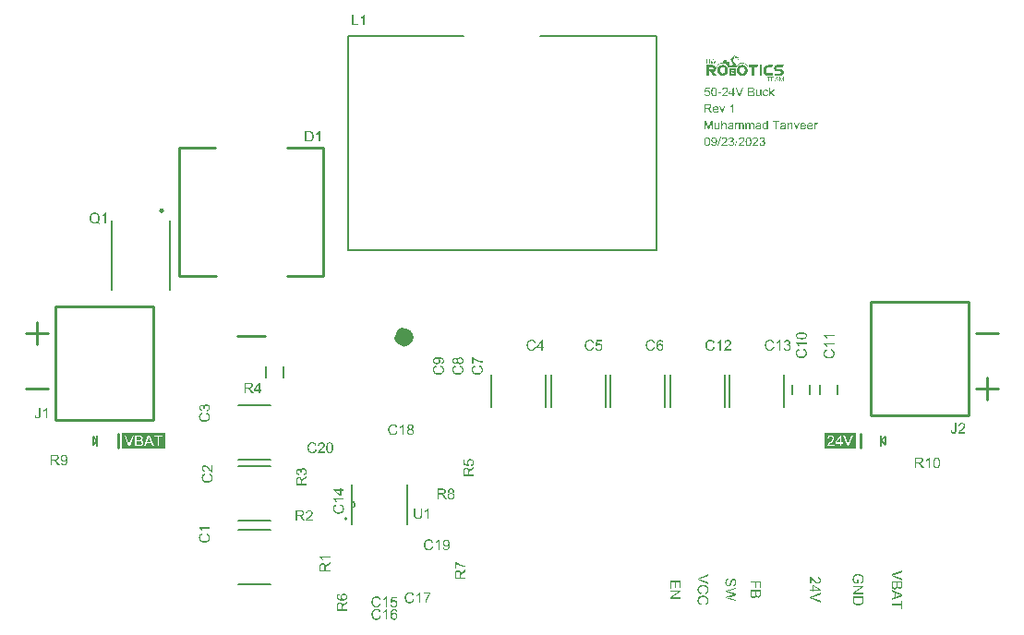
<source format=gto>
G04*
G04 #@! TF.GenerationSoftware,Altium Limited,Altium Designer,23.8.1 (32)*
G04*
G04 Layer_Color=65535*
%FSLAX44Y44*%
%MOMM*%
G71*
G04*
G04 #@! TF.SameCoordinates,B70ACEF7-E70B-45C2-86D7-E5FBF9B371E4*
G04*
G04*
G04 #@! TF.FilePolarity,Positive*
G04*
G01*
G75*
%ADD10C,1.5000*%
%ADD11C,0.1524*%
%ADD12C,0.3600*%
%ADD13C,0.2540*%
%ADD14C,0.2000*%
G36*
X1283538Y1196518D02*
X1283640D01*
Y1196492D01*
X1283716D01*
Y1196467D01*
X1283767D01*
Y1196442D01*
X1283818D01*
Y1196416D01*
X1283868D01*
Y1196391D01*
X1283919D01*
Y1196365D01*
X1283945D01*
Y1196340D01*
X1283995D01*
Y1196315D01*
X1284021D01*
Y1196289D01*
X1284072D01*
Y1196264D01*
X1284122D01*
Y1196238D01*
X1284173D01*
Y1196213D01*
X1284199D01*
Y1196188D01*
X1284249D01*
Y1196162D01*
X1284300D01*
Y1196137D01*
X1284351D01*
Y1196111D01*
X1284402D01*
Y1196086D01*
X1284453D01*
Y1196061D01*
X1284503D01*
Y1196035D01*
X1284529D01*
Y1196010D01*
X1284580D01*
Y1195984D01*
X1284630D01*
Y1195959D01*
X1284681D01*
Y1195934D01*
X1284732D01*
Y1195908D01*
X1284783D01*
Y1195883D01*
X1284834D01*
Y1195857D01*
X1284859D01*
Y1195832D01*
X1284910D01*
Y1195807D01*
X1284961D01*
Y1195781D01*
X1285011D01*
Y1195756D01*
X1285062D01*
Y1195730D01*
X1285113D01*
Y1195705D01*
X1285164D01*
Y1195680D01*
X1285189D01*
Y1195654D01*
X1285240D01*
Y1195629D01*
X1285291D01*
Y1195603D01*
X1285342D01*
Y1195578D01*
X1285392D01*
Y1195553D01*
X1285443D01*
Y1195527D01*
X1285469D01*
Y1195502D01*
X1285519D01*
Y1195476D01*
X1285570D01*
Y1195451D01*
X1285621D01*
Y1195426D01*
X1285672D01*
Y1195400D01*
X1285723D01*
Y1195375D01*
X1285773D01*
Y1195349D01*
X1285799D01*
Y1195324D01*
X1285850D01*
Y1195299D01*
X1285900D01*
Y1195273D01*
X1285951D01*
Y1195248D01*
X1286002D01*
Y1195222D01*
X1286053D01*
Y1195197D01*
X1286104D01*
Y1195172D01*
X1286129D01*
Y1195146D01*
X1286180D01*
Y1195121D01*
X1286231D01*
Y1195095D01*
X1286281D01*
Y1195070D01*
X1286332D01*
Y1195045D01*
X1286383D01*
Y1195019D01*
X1286434D01*
Y1194994D01*
X1286459D01*
Y1194968D01*
X1286510D01*
Y1194943D01*
X1286561D01*
Y1194918D01*
X1286612D01*
Y1194892D01*
X1286662D01*
Y1194867D01*
X1286713D01*
Y1194841D01*
X1286739D01*
Y1194816D01*
X1286789D01*
Y1194791D01*
X1286840D01*
Y1194765D01*
X1286891D01*
Y1194740D01*
X1286942D01*
Y1194714D01*
X1286993D01*
Y1194689D01*
X1287043D01*
Y1194664D01*
X1287069D01*
Y1194638D01*
X1287120D01*
Y1194613D01*
X1287170D01*
Y1194587D01*
X1287221D01*
Y1194562D01*
X1287247D01*
Y1194511D01*
X1287272D01*
Y1194486D01*
X1287450D01*
Y1194511D01*
X1287755D01*
Y1194537D01*
X1288059D01*
Y1194562D01*
X1288313D01*
Y1194511D01*
X1288339D01*
Y1194435D01*
X1288364D01*
Y1194384D01*
X1288390D01*
Y1194333D01*
X1288415D01*
Y1194257D01*
X1288440D01*
Y1194206D01*
X1288466D01*
Y1194156D01*
X1288491D01*
Y1194079D01*
X1288517D01*
Y1194029D01*
X1288542D01*
Y1193978D01*
X1288567D01*
Y1193927D01*
X1288593D01*
Y1193851D01*
X1288618D01*
Y1193800D01*
X1288644D01*
Y1193749D01*
X1288669D01*
Y1193673D01*
X1288694D01*
Y1193622D01*
X1288720D01*
Y1193571D01*
X1288745D01*
Y1193495D01*
X1288771D01*
Y1193444D01*
X1288796D01*
Y1193394D01*
X1288821D01*
Y1193317D01*
X1288847D01*
Y1193267D01*
X1288872D01*
Y1193216D01*
X1288898D01*
Y1193140D01*
X1288923D01*
Y1193089D01*
X1288948D01*
Y1193063D01*
X1288923D01*
Y1193089D01*
X1288898D01*
Y1193114D01*
X1288872D01*
Y1193140D01*
X1288847D01*
Y1193165D01*
X1288821D01*
Y1193216D01*
X1288796D01*
Y1193241D01*
X1288771D01*
Y1193267D01*
X1288745D01*
Y1193292D01*
X1288720D01*
Y1193317D01*
X1288694D01*
Y1193368D01*
X1288669D01*
Y1193394D01*
X1288644D01*
Y1193419D01*
X1288618D01*
Y1193444D01*
X1288593D01*
Y1193470D01*
X1288567D01*
Y1193521D01*
X1288542D01*
Y1193546D01*
X1288517D01*
Y1193571D01*
X1288491D01*
Y1193597D01*
X1288466D01*
Y1193622D01*
X1288440D01*
Y1193673D01*
X1288415D01*
Y1193698D01*
X1288390D01*
Y1193724D01*
X1288364D01*
Y1193749D01*
X1288339D01*
Y1193775D01*
X1288313D01*
Y1193825D01*
X1288288D01*
Y1193851D01*
X1288263D01*
Y1193876D01*
X1288237D01*
Y1193902D01*
X1288212D01*
Y1193927D01*
X1288186D01*
Y1193978D01*
X1288161D01*
Y1194003D01*
X1288136D01*
Y1194029D01*
X1288110D01*
Y1194054D01*
X1288085D01*
Y1194079D01*
X1287983D01*
Y1194054D01*
X1287932D01*
Y1194029D01*
X1287856D01*
Y1194003D01*
X1287780D01*
Y1193978D01*
X1287729D01*
Y1193952D01*
X1287653D01*
Y1193927D01*
X1287602D01*
Y1193902D01*
X1287526D01*
Y1193876D01*
X1287475D01*
Y1193851D01*
X1287399D01*
Y1193825D01*
X1287348D01*
Y1193800D01*
X1287272D01*
Y1193775D01*
X1287247D01*
Y1193749D01*
X1287221D01*
Y1193698D01*
X1287196D01*
Y1193546D01*
X1287170D01*
Y1193317D01*
X1287145D01*
Y1193114D01*
X1287120D01*
Y1192886D01*
X1287145D01*
Y1192860D01*
X1287247D01*
Y1192835D01*
X1287323D01*
Y1192809D01*
X1287424D01*
Y1192784D01*
X1287501D01*
Y1192759D01*
X1287602D01*
Y1192733D01*
X1287678D01*
Y1192708D01*
X1287780D01*
Y1192682D01*
X1287856D01*
Y1192657D01*
X1287958D01*
Y1192632D01*
X1288034D01*
Y1192606D01*
X1288136D01*
Y1192581D01*
X1288212D01*
Y1192555D01*
X1288313D01*
Y1192530D01*
X1288390D01*
Y1192505D01*
X1287678D01*
Y1192530D01*
X1286815D01*
Y1192555D01*
X1286662D01*
Y1192581D01*
X1286637D01*
Y1192657D01*
X1286612D01*
Y1192708D01*
X1286586D01*
Y1192759D01*
X1286561D01*
Y1192835D01*
X1286535D01*
Y1192886D01*
X1286510D01*
Y1192936D01*
X1286485D01*
Y1193013D01*
X1286459D01*
Y1193063D01*
X1286434D01*
Y1193114D01*
X1286408D01*
Y1193190D01*
X1286383D01*
Y1193241D01*
X1286358D01*
Y1193317D01*
X1286332D01*
Y1193368D01*
X1286307D01*
Y1193419D01*
X1286281D01*
Y1193444D01*
X1286256D01*
Y1193470D01*
X1286180D01*
Y1193495D01*
X1286129D01*
Y1193521D01*
X1286104D01*
Y1193546D01*
X1286053D01*
Y1193571D01*
X1286002D01*
Y1193597D01*
X1285951D01*
Y1193622D01*
X1285900D01*
Y1193648D01*
X1285875D01*
Y1193673D01*
X1285824D01*
Y1193698D01*
X1285773D01*
Y1193724D01*
X1285723D01*
Y1193749D01*
X1285672D01*
Y1193775D01*
X1285646D01*
Y1193800D01*
X1285596D01*
Y1193825D01*
X1285545D01*
Y1193851D01*
X1285494D01*
Y1193876D01*
X1285469D01*
Y1193902D01*
X1285418D01*
Y1193927D01*
X1285367D01*
Y1193952D01*
X1285316D01*
Y1193978D01*
X1285265D01*
Y1194003D01*
X1285240D01*
Y1194029D01*
X1285189D01*
Y1194054D01*
X1285138D01*
Y1194079D01*
X1285088D01*
Y1194105D01*
X1285037D01*
Y1194130D01*
X1285011D01*
Y1194156D01*
X1284961D01*
Y1194181D01*
X1284910D01*
Y1194206D01*
X1284859D01*
Y1194232D01*
X1284808D01*
Y1194257D01*
X1284783D01*
Y1194283D01*
X1284732D01*
Y1194308D01*
X1284681D01*
Y1194333D01*
X1284630D01*
Y1194359D01*
X1284580D01*
Y1194384D01*
X1284554D01*
Y1194410D01*
X1284503D01*
Y1194435D01*
X1284453D01*
Y1194460D01*
X1284402D01*
Y1194486D01*
X1284351D01*
Y1194511D01*
X1284326D01*
Y1194537D01*
X1284275D01*
Y1194562D01*
X1284224D01*
Y1194587D01*
X1284173D01*
Y1194613D01*
X1284148D01*
Y1194638D01*
X1284097D01*
Y1194664D01*
X1284046D01*
Y1194689D01*
X1283995D01*
Y1194714D01*
X1283945D01*
Y1194740D01*
X1283919D01*
Y1194765D01*
X1283868D01*
Y1194791D01*
X1283818D01*
Y1194816D01*
X1283767D01*
Y1194841D01*
X1283716D01*
Y1194867D01*
X1283665D01*
Y1194841D01*
X1283640D01*
Y1194791D01*
X1283614D01*
Y1194765D01*
X1283589D01*
Y1194740D01*
X1283564D01*
Y1194714D01*
X1283538D01*
Y1194664D01*
X1283513D01*
Y1194638D01*
X1283487D01*
Y1194613D01*
X1283462D01*
Y1194587D01*
X1283437D01*
Y1194537D01*
X1283411D01*
Y1194511D01*
X1283386D01*
Y1194486D01*
X1283360D01*
Y1194460D01*
X1283335D01*
Y1194435D01*
X1283310D01*
Y1194384D01*
X1283284D01*
Y1194359D01*
X1283259D01*
Y1194333D01*
X1283233D01*
Y1194308D01*
X1283208D01*
Y1194283D01*
X1283183D01*
Y1194257D01*
X1283157D01*
Y1194206D01*
X1283132D01*
Y1194181D01*
X1283106D01*
Y1194156D01*
X1283081D01*
Y1194130D01*
X1283056D01*
Y1194105D01*
X1283030D01*
Y1194079D01*
X1283005D01*
Y1194054D01*
X1282979D01*
Y1194003D01*
X1282954D01*
Y1193978D01*
X1282929D01*
Y1193952D01*
X1282903D01*
Y1193927D01*
X1282878D01*
Y1193902D01*
X1282852D01*
Y1193876D01*
X1282827D01*
Y1193851D01*
X1282802D01*
Y1193800D01*
X1282776D01*
Y1193775D01*
X1282751D01*
Y1193749D01*
X1282725D01*
Y1193724D01*
X1282700D01*
Y1193698D01*
X1282675D01*
Y1193673D01*
X1282649D01*
Y1193648D01*
X1282624D01*
Y1193622D01*
X1282598D01*
Y1193597D01*
X1282573D01*
Y1193571D01*
X1282548D01*
Y1193546D01*
X1282522D01*
Y1193495D01*
X1282497D01*
Y1193470D01*
X1282471D01*
Y1193444D01*
X1282446D01*
Y1193419D01*
X1282421D01*
Y1193394D01*
X1282395D01*
Y1193368D01*
X1282370D01*
Y1193343D01*
X1282344D01*
Y1193317D01*
X1282319D01*
Y1193267D01*
X1282294D01*
Y1193241D01*
X1282268D01*
Y1193216D01*
X1282243D01*
Y1193190D01*
X1282217D01*
Y1193140D01*
X1282192D01*
Y1193114D01*
X1282167D01*
Y1193089D01*
X1282141D01*
Y1193063D01*
X1282116D01*
Y1193013D01*
X1282090D01*
Y1192987D01*
X1282065D01*
Y1192962D01*
X1282040D01*
Y1192911D01*
X1282014D01*
Y1192886D01*
X1281989D01*
Y1192860D01*
X1281963D01*
Y1192835D01*
X1281938D01*
Y1192784D01*
X1281913D01*
Y1192759D01*
X1281887D01*
Y1192733D01*
X1281862D01*
Y1192708D01*
X1281836D01*
Y1192657D01*
X1281811D01*
Y1192632D01*
X1281786D01*
Y1192606D01*
X1281760D01*
Y1192581D01*
X1281735D01*
Y1192530D01*
X1281709D01*
Y1192505D01*
X1281659D01*
Y1192530D01*
X1281633D01*
Y1192505D01*
X1281659D01*
Y1192479D01*
X1281684D01*
Y1192454D01*
X1281709D01*
Y1192403D01*
X1281735D01*
Y1192378D01*
X1281760D01*
Y1192352D01*
X1281786D01*
Y1192327D01*
X1281811D01*
Y1192301D01*
X1281836D01*
Y1192251D01*
X1281862D01*
Y1192225D01*
X1281887D01*
Y1192200D01*
X1281913D01*
Y1192174D01*
X1281938D01*
Y1192124D01*
X1281963D01*
Y1192098D01*
X1281989D01*
Y1192073D01*
X1282014D01*
Y1192047D01*
X1282040D01*
Y1192022D01*
X1282065D01*
Y1191971D01*
X1282090D01*
Y1191946D01*
X1282116D01*
Y1191920D01*
X1282141D01*
Y1191895D01*
X1282167D01*
Y1191870D01*
X1282192D01*
Y1191819D01*
X1282217D01*
Y1191793D01*
X1282243D01*
Y1191768D01*
X1282268D01*
Y1191743D01*
X1282294D01*
Y1191692D01*
X1282319D01*
Y1191666D01*
X1282344D01*
Y1191641D01*
X1282370D01*
Y1191616D01*
X1282395D01*
Y1191590D01*
X1282421D01*
Y1191539D01*
X1282446D01*
Y1191514D01*
X1282471D01*
Y1191489D01*
X1282497D01*
Y1191463D01*
X1282522D01*
Y1191438D01*
X1282548D01*
Y1191387D01*
X1282573D01*
Y1191362D01*
X1282598D01*
Y1191336D01*
X1282624D01*
Y1191311D01*
X1282649D01*
Y1191260D01*
X1282675D01*
Y1191235D01*
X1282700D01*
Y1191209D01*
X1282725D01*
Y1191184D01*
X1282751D01*
Y1191158D01*
X1282776D01*
Y1191108D01*
X1282802D01*
Y1191082D01*
X1282827D01*
Y1191057D01*
X1282852D01*
Y1191031D01*
X1282878D01*
Y1191006D01*
X1282903D01*
Y1190955D01*
X1282929D01*
Y1190930D01*
X1282954D01*
Y1190904D01*
X1282979D01*
Y1190879D01*
X1283005D01*
Y1190828D01*
X1283030D01*
Y1190803D01*
X1283056D01*
Y1190777D01*
X1283081D01*
Y1190752D01*
X1283106D01*
Y1190727D01*
X1283132D01*
Y1190676D01*
X1283157D01*
Y1190650D01*
X1283183D01*
Y1190625D01*
X1283208D01*
Y1190600D01*
X1283233D01*
Y1190549D01*
X1283259D01*
Y1190523D01*
X1283284D01*
Y1190498D01*
X1283310D01*
Y1190473D01*
X1283335D01*
Y1190447D01*
X1283360D01*
Y1190396D01*
X1283386D01*
Y1190371D01*
X1283411D01*
Y1190346D01*
X1283437D01*
Y1190320D01*
X1284148D01*
Y1190269D01*
X1284173D01*
Y1190168D01*
X1284199D01*
Y1190066D01*
X1284224D01*
Y1189965D01*
X1284249D01*
Y1189888D01*
X1284275D01*
Y1189787D01*
X1284300D01*
Y1189685D01*
X1284326D01*
Y1189584D01*
X1284351D01*
Y1189482D01*
X1284376D01*
Y1189406D01*
X1284402D01*
Y1189304D01*
X1284427D01*
Y1189203D01*
X1284453D01*
Y1189101D01*
X1284478D01*
Y1188999D01*
X1284503D01*
Y1188898D01*
X1284529D01*
Y1188822D01*
X1284554D01*
Y1188720D01*
X1284580D01*
Y1188618D01*
X1284605D01*
Y1188517D01*
X1284630D01*
Y1188415D01*
X1284656D01*
Y1188339D01*
X1284681D01*
Y1188237D01*
X1284707D01*
Y1188136D01*
X1284732D01*
Y1188034D01*
X1284757D01*
Y1187933D01*
X1284783D01*
Y1187831D01*
X1284808D01*
Y1187755D01*
X1284834D01*
Y1187653D01*
X1284859D01*
Y1187552D01*
X1285037D01*
Y1187526D01*
X1286053D01*
Y1187552D01*
X1286078D01*
Y1187602D01*
X1286104D01*
Y1187628D01*
X1286129D01*
Y1187679D01*
X1286154D01*
Y1187704D01*
X1286180D01*
Y1187729D01*
X1286205D01*
Y1187780D01*
X1286231D01*
Y1187806D01*
X1286256D01*
Y1187831D01*
X1286281D01*
Y1187882D01*
X1286307D01*
Y1187907D01*
X1286332D01*
Y1187933D01*
X1286358D01*
Y1187983D01*
X1286383D01*
Y1188009D01*
X1286408D01*
Y1188034D01*
X1286434D01*
Y1188060D01*
X1286459D01*
Y1188085D01*
X1286485D01*
Y1188110D01*
X1286510D01*
Y1188161D01*
X1286535D01*
Y1188187D01*
X1286561D01*
Y1188212D01*
X1286586D01*
Y1188237D01*
X1286612D01*
Y1188263D01*
X1286637D01*
Y1188288D01*
X1286662D01*
Y1188314D01*
X1286688D01*
Y1188339D01*
X1286713D01*
Y1188364D01*
X1286739D01*
Y1188390D01*
X1286764D01*
Y1188415D01*
X1286789D01*
Y1188441D01*
X1286815D01*
Y1188466D01*
X1286840D01*
Y1188491D01*
X1286866D01*
Y1188517D01*
X1286891D01*
Y1188542D01*
X1286916D01*
Y1188568D01*
X1286942D01*
Y1188593D01*
X1286967D01*
Y1188618D01*
X1287018D01*
Y1188644D01*
X1287043D01*
Y1188669D01*
X1287069D01*
Y1188695D01*
X1287094D01*
Y1188720D01*
X1287120D01*
Y1188745D01*
X1287170D01*
Y1188771D01*
X1287196D01*
Y1188796D01*
X1287221D01*
Y1188822D01*
X1287247D01*
Y1188847D01*
X1287297D01*
Y1188872D01*
X1287323D01*
Y1188898D01*
X1287348D01*
Y1188923D01*
X1287399D01*
Y1188949D01*
X1287424D01*
Y1188974D01*
X1287475D01*
Y1188999D01*
X1287501D01*
Y1189025D01*
X1287551D01*
Y1189050D01*
X1287577D01*
Y1189076D01*
X1287628D01*
Y1189101D01*
X1287653D01*
Y1189126D01*
X1287704D01*
Y1189152D01*
X1287755D01*
Y1189177D01*
X1287780D01*
Y1189203D01*
X1287831D01*
Y1189228D01*
X1287882D01*
Y1189253D01*
X1287932D01*
Y1189279D01*
X1287983D01*
Y1189304D01*
X1288009D01*
Y1189330D01*
X1288059D01*
Y1189355D01*
X1288110D01*
Y1189380D01*
X1288161D01*
Y1189406D01*
X1288237D01*
Y1189431D01*
X1288288D01*
Y1189457D01*
X1288339D01*
Y1189482D01*
X1288390D01*
Y1189507D01*
X1288466D01*
Y1189533D01*
X1288517D01*
Y1189558D01*
X1288593D01*
Y1189584D01*
X1288669D01*
Y1189609D01*
X1288745D01*
Y1189634D01*
X1288821D01*
Y1189660D01*
X1288898D01*
Y1189685D01*
X1288974D01*
Y1189711D01*
X1289075D01*
Y1189736D01*
X1289152D01*
Y1189761D01*
X1289279D01*
Y1189787D01*
X1289380D01*
Y1189812D01*
X1289507D01*
Y1189838D01*
X1289634D01*
Y1189863D01*
X1289812D01*
Y1189888D01*
X1290015D01*
Y1189914D01*
X1290295D01*
Y1189939D01*
X1291234D01*
Y1189914D01*
X1291539D01*
Y1189888D01*
X1291742D01*
Y1189863D01*
X1291895D01*
Y1189838D01*
X1292047D01*
Y1189812D01*
X1292174D01*
Y1189787D01*
X1292276D01*
Y1189761D01*
X1292377D01*
Y1189736D01*
X1292479D01*
Y1189711D01*
X1292581D01*
Y1189685D01*
X1292657D01*
Y1189660D01*
X1292733D01*
Y1189634D01*
X1292809D01*
Y1189609D01*
X1292885D01*
Y1189584D01*
X1292962D01*
Y1189558D01*
X1293038D01*
Y1189533D01*
X1293089D01*
Y1189507D01*
X1293165D01*
Y1189482D01*
X1293216D01*
Y1189457D01*
X1293266D01*
Y1189431D01*
X1293317D01*
Y1189406D01*
X1293393D01*
Y1189380D01*
X1293444D01*
Y1189355D01*
X1293495D01*
Y1189330D01*
X1293546D01*
Y1189304D01*
X1293597D01*
Y1189279D01*
X1293622D01*
Y1189253D01*
X1293673D01*
Y1189228D01*
X1293724D01*
Y1189203D01*
X1293774D01*
Y1189177D01*
X1293825D01*
Y1189152D01*
X1293851D01*
Y1189126D01*
X1293901D01*
Y1189101D01*
X1293927D01*
Y1189076D01*
X1293978D01*
Y1189050D01*
X1294028D01*
Y1189025D01*
X1294054D01*
Y1188999D01*
X1294105D01*
Y1188974D01*
X1294130D01*
Y1188949D01*
X1294155D01*
Y1188923D01*
X1294206D01*
Y1188898D01*
X1294232D01*
Y1188872D01*
X1294282D01*
Y1188847D01*
X1294308D01*
Y1188822D01*
X1294333D01*
Y1188796D01*
X1294384D01*
Y1188771D01*
X1294409D01*
Y1188745D01*
X1294435D01*
Y1188720D01*
X1294460D01*
Y1188695D01*
X1294511D01*
Y1188669D01*
X1294536D01*
Y1188644D01*
X1294562D01*
Y1188618D01*
X1294587D01*
Y1188593D01*
X1294613D01*
Y1188568D01*
X1294638D01*
Y1188542D01*
X1294663D01*
Y1188517D01*
X1294714D01*
Y1188491D01*
X1294740D01*
Y1188466D01*
X1294765D01*
Y1188441D01*
X1294790D01*
Y1188415D01*
X1294816D01*
Y1188390D01*
X1294841D01*
Y1188364D01*
X1294867D01*
Y1188339D01*
X1294892D01*
Y1188314D01*
X1294917D01*
Y1188288D01*
X1294943D01*
Y1188263D01*
X1294968D01*
Y1188237D01*
X1294994D01*
Y1188212D01*
X1295019D01*
Y1188161D01*
X1295044D01*
Y1188136D01*
X1295070D01*
Y1188110D01*
X1295095D01*
Y1188085D01*
X1295121D01*
Y1188060D01*
X1295146D01*
Y1188034D01*
X1295171D01*
Y1188009D01*
X1295197D01*
Y1187958D01*
X1295222D01*
Y1187933D01*
X1295248D01*
Y1187907D01*
X1295273D01*
Y1187882D01*
X1295298D01*
Y1187831D01*
X1295324D01*
Y1187806D01*
X1295349D01*
Y1187780D01*
X1295375D01*
Y1187729D01*
X1295400D01*
Y1187704D01*
X1295425D01*
Y1187679D01*
X1295451D01*
Y1187628D01*
X1295476D01*
Y1187602D01*
X1295502D01*
Y1187552D01*
X1295527D01*
Y1187526D01*
X1295552D01*
Y1187501D01*
X1295578D01*
Y1187450D01*
X1295603D01*
Y1187399D01*
X1295629D01*
Y1187374D01*
X1295654D01*
Y1187323D01*
X1295679D01*
Y1187298D01*
X1295705D01*
Y1187247D01*
X1295730D01*
Y1187196D01*
X1295756D01*
Y1187171D01*
X1295781D01*
Y1187120D01*
X1295806D01*
Y1187069D01*
X1295832D01*
Y1187018D01*
X1295857D01*
Y1186967D01*
X1295883D01*
Y1186917D01*
X1295908D01*
Y1186866D01*
X1295933D01*
Y1186815D01*
X1295959D01*
Y1186764D01*
X1295984D01*
Y1186713D01*
X1296010D01*
Y1186663D01*
X1296035D01*
Y1186612D01*
X1296060D01*
Y1186536D01*
X1296086D01*
Y1186485D01*
X1296111D01*
Y1186409D01*
X1296137D01*
Y1186358D01*
X1296162D01*
Y1186282D01*
X1296187D01*
Y1186180D01*
X1296086D01*
Y1186155D01*
X1296010D01*
Y1186129D01*
X1295908D01*
Y1186104D01*
X1295806D01*
Y1186078D01*
X1295730D01*
Y1186053D01*
X1295629D01*
Y1186129D01*
X1295603D01*
Y1186205D01*
X1295578D01*
Y1186256D01*
X1295552D01*
Y1186332D01*
X1295527D01*
Y1186383D01*
X1295502D01*
Y1186434D01*
X1295476D01*
Y1186510D01*
X1295451D01*
Y1186561D01*
X1295425D01*
Y1186612D01*
X1295400D01*
Y1186663D01*
X1295375D01*
Y1186713D01*
X1295349D01*
Y1186764D01*
X1295324D01*
Y1186790D01*
X1295298D01*
Y1186840D01*
X1295273D01*
Y1186891D01*
X1295248D01*
Y1186942D01*
X1295222D01*
Y1186967D01*
X1295197D01*
Y1187018D01*
X1295171D01*
Y1187069D01*
X1295146D01*
Y1187094D01*
X1295121D01*
Y1187145D01*
X1295095D01*
Y1187171D01*
X1295070D01*
Y1187221D01*
X1295044D01*
Y1187247D01*
X1295019D01*
Y1187298D01*
X1294994D01*
Y1187323D01*
X1294968D01*
Y1187348D01*
X1294943D01*
Y1187399D01*
X1294917D01*
Y1187425D01*
X1294892D01*
Y1187450D01*
X1294867D01*
Y1187501D01*
X1294841D01*
Y1187526D01*
X1294816D01*
Y1187552D01*
X1294790D01*
Y1187577D01*
X1294765D01*
Y1187628D01*
X1294740D01*
Y1187653D01*
X1294714D01*
Y1187679D01*
X1294689D01*
Y1187704D01*
X1294663D01*
Y1187729D01*
X1294638D01*
Y1187755D01*
X1294613D01*
Y1187780D01*
X1294587D01*
Y1187831D01*
X1294562D01*
Y1187856D01*
X1294536D01*
Y1187882D01*
X1294511D01*
Y1187907D01*
X1294486D01*
Y1187933D01*
X1294460D01*
Y1187958D01*
X1294435D01*
Y1187983D01*
X1294409D01*
Y1188009D01*
X1294384D01*
Y1188034D01*
X1294359D01*
Y1188060D01*
X1294333D01*
Y1188085D01*
X1294282D01*
Y1188110D01*
X1294257D01*
Y1188136D01*
X1294232D01*
Y1188161D01*
X1294206D01*
Y1188187D01*
X1294181D01*
Y1188212D01*
X1294155D01*
Y1188237D01*
X1294130D01*
Y1188263D01*
X1294079D01*
Y1188288D01*
X1294054D01*
Y1188314D01*
X1294028D01*
Y1188339D01*
X1294003D01*
Y1188364D01*
X1293952D01*
Y1188390D01*
X1293927D01*
Y1188415D01*
X1293901D01*
Y1188441D01*
X1293851D01*
Y1188466D01*
X1293825D01*
Y1188491D01*
X1293774D01*
Y1188517D01*
X1293749D01*
Y1188542D01*
X1293698D01*
Y1188568D01*
X1293673D01*
Y1188593D01*
X1293622D01*
Y1188618D01*
X1293597D01*
Y1188644D01*
X1293546D01*
Y1188669D01*
X1293495D01*
Y1188695D01*
X1293470D01*
Y1188720D01*
X1293419D01*
Y1188745D01*
X1293368D01*
Y1188771D01*
X1293317D01*
Y1188796D01*
X1293266D01*
Y1188822D01*
X1293216D01*
Y1188847D01*
X1293165D01*
Y1188872D01*
X1293114D01*
Y1188898D01*
X1293063D01*
Y1188923D01*
X1293012D01*
Y1188949D01*
X1292936D01*
Y1188974D01*
X1292885D01*
Y1188999D01*
X1292809D01*
Y1189025D01*
X1292758D01*
Y1189050D01*
X1292682D01*
Y1189076D01*
X1292606D01*
Y1189101D01*
X1292530D01*
Y1189126D01*
X1292454D01*
Y1189152D01*
X1292352D01*
Y1189177D01*
X1292250D01*
Y1189203D01*
X1292149D01*
Y1189228D01*
X1292047D01*
Y1189253D01*
X1291920D01*
Y1189279D01*
X1291768D01*
Y1189304D01*
X1291590D01*
Y1189330D01*
X1291361D01*
Y1189355D01*
X1290904D01*
Y1189380D01*
X1290650D01*
Y1189355D01*
X1290193D01*
Y1189330D01*
X1289964D01*
Y1189304D01*
X1289787D01*
Y1189279D01*
X1289634D01*
Y1189253D01*
X1289507D01*
Y1189228D01*
X1289406D01*
Y1189203D01*
X1289304D01*
Y1189177D01*
X1289202D01*
Y1189152D01*
X1289101D01*
Y1189126D01*
X1289025D01*
Y1189101D01*
X1288948D01*
Y1189076D01*
X1288872D01*
Y1189050D01*
X1288796D01*
Y1189025D01*
X1288745D01*
Y1188999D01*
X1288669D01*
Y1188974D01*
X1288618D01*
Y1188949D01*
X1288567D01*
Y1188923D01*
X1288491D01*
Y1188898D01*
X1288440D01*
Y1188872D01*
X1288390D01*
Y1188847D01*
X1288339D01*
Y1188822D01*
X1288288D01*
Y1188796D01*
X1288237D01*
Y1188771D01*
X1288186D01*
Y1188745D01*
X1288136D01*
Y1188720D01*
X1288110D01*
Y1188695D01*
X1288059D01*
Y1188669D01*
X1288009D01*
Y1188644D01*
X1287983D01*
Y1188618D01*
X1287932D01*
Y1188593D01*
X1287882D01*
Y1188568D01*
X1287856D01*
Y1188542D01*
X1287805D01*
Y1188517D01*
X1287780D01*
Y1188491D01*
X1287755D01*
Y1188466D01*
X1287704D01*
Y1188441D01*
X1287678D01*
Y1188415D01*
X1287628D01*
Y1188390D01*
X1287602D01*
Y1188364D01*
X1287577D01*
Y1188339D01*
X1287551D01*
Y1188314D01*
X1287501D01*
Y1188288D01*
X1287475D01*
Y1188263D01*
X1287450D01*
Y1188237D01*
X1287424D01*
Y1188212D01*
X1287399D01*
Y1188187D01*
X1287348D01*
Y1188161D01*
X1287323D01*
Y1188136D01*
X1287297D01*
Y1188110D01*
X1287272D01*
Y1188085D01*
X1287247D01*
Y1188060D01*
X1287221D01*
Y1188034D01*
X1287196D01*
Y1188009D01*
X1287170D01*
Y1187983D01*
X1287145D01*
Y1187958D01*
X1287120D01*
Y1187933D01*
X1287094D01*
Y1187907D01*
X1287069D01*
Y1187882D01*
X1287043D01*
Y1187856D01*
X1287018D01*
Y1187831D01*
X1286993D01*
Y1187806D01*
X1286967D01*
Y1187780D01*
X1286942D01*
Y1187755D01*
X1286916D01*
Y1187704D01*
X1286891D01*
Y1187679D01*
X1286866D01*
Y1187653D01*
X1286840D01*
Y1187628D01*
X1286815D01*
Y1187602D01*
X1286789D01*
Y1187552D01*
X1286764D01*
Y1187526D01*
X1286739D01*
Y1187501D01*
X1286713D01*
Y1187450D01*
X1286688D01*
Y1187425D01*
X1286662D01*
Y1187399D01*
X1286637D01*
Y1187348D01*
X1286612D01*
Y1187323D01*
X1286586D01*
Y1187298D01*
X1286561D01*
Y1187247D01*
X1286535D01*
Y1187221D01*
X1286510D01*
Y1187171D01*
X1286485D01*
Y1187145D01*
X1286459D01*
Y1187094D01*
X1286434D01*
Y1187044D01*
X1286408D01*
Y1187018D01*
X1286383D01*
Y1186967D01*
X1286358D01*
Y1186917D01*
X1286332D01*
Y1186866D01*
X1286307D01*
Y1186840D01*
X1286281D01*
Y1186790D01*
X1286256D01*
Y1186739D01*
X1286231D01*
Y1186688D01*
X1286205D01*
Y1186637D01*
X1286180D01*
Y1186586D01*
X1286154D01*
Y1186536D01*
X1286129D01*
Y1186485D01*
X1286104D01*
Y1186409D01*
X1286078D01*
Y1186358D01*
X1286053D01*
Y1186282D01*
X1286027D01*
Y1186231D01*
X1286002D01*
Y1186155D01*
X1285977D01*
Y1186078D01*
X1285951D01*
Y1186028D01*
X1283132D01*
Y1186053D01*
X1277544D01*
Y1186129D01*
X1277518D01*
Y1186205D01*
X1277493D01*
Y1186256D01*
X1277468D01*
Y1186332D01*
X1277442D01*
Y1186383D01*
X1277417D01*
Y1186434D01*
X1277391D01*
Y1186485D01*
X1277366D01*
Y1186561D01*
X1277341D01*
Y1186612D01*
X1277315D01*
Y1186663D01*
X1277290D01*
Y1186713D01*
X1277264D01*
Y1186764D01*
X1277239D01*
Y1186790D01*
X1277214D01*
Y1186840D01*
X1277188D01*
Y1186891D01*
X1277163D01*
Y1186942D01*
X1277137D01*
Y1186967D01*
X1277112D01*
Y1187018D01*
X1277087D01*
Y1187069D01*
X1277061D01*
Y1187094D01*
X1277036D01*
Y1187145D01*
X1277010D01*
Y1187171D01*
X1276985D01*
Y1187221D01*
X1276960D01*
Y1187247D01*
X1276934D01*
Y1187298D01*
X1276909D01*
Y1187323D01*
X1276883D01*
Y1187348D01*
X1276858D01*
Y1187399D01*
X1276833D01*
Y1187425D01*
X1276807D01*
Y1187475D01*
X1276782D01*
Y1187501D01*
X1276756D01*
Y1187526D01*
X1276731D01*
Y1187552D01*
X1276706D01*
Y1187602D01*
X1276680D01*
Y1187628D01*
X1276655D01*
Y1187653D01*
X1276629D01*
Y1187679D01*
X1276604D01*
Y1187704D01*
X1276579D01*
Y1187729D01*
X1276553D01*
Y1187780D01*
X1276528D01*
Y1187806D01*
X1276502D01*
Y1187831D01*
X1276477D01*
Y1187856D01*
X1276452D01*
Y1187882D01*
X1276426D01*
Y1187907D01*
X1276401D01*
Y1187933D01*
X1276375D01*
Y1187958D01*
X1276350D01*
Y1187983D01*
X1276325D01*
Y1188009D01*
X1276299D01*
Y1188034D01*
X1276274D01*
Y1188060D01*
X1276248D01*
Y1188085D01*
X1276223D01*
Y1188110D01*
X1276198D01*
Y1188136D01*
X1276172D01*
Y1188161D01*
X1276121D01*
Y1188187D01*
X1276096D01*
Y1188212D01*
X1276071D01*
Y1188237D01*
X1276045D01*
Y1188263D01*
X1276020D01*
Y1188288D01*
X1275994D01*
Y1188314D01*
X1275944D01*
Y1188339D01*
X1275918D01*
Y1188364D01*
X1275893D01*
Y1188390D01*
X1275842D01*
Y1188415D01*
X1275817D01*
Y1188441D01*
X1275791D01*
Y1188466D01*
X1275740D01*
Y1188491D01*
X1275715D01*
Y1188517D01*
X1275664D01*
Y1188542D01*
X1275639D01*
Y1188568D01*
X1275588D01*
Y1188593D01*
X1275563D01*
Y1188618D01*
X1275512D01*
Y1188644D01*
X1275486D01*
Y1188669D01*
X1275436D01*
Y1188695D01*
X1275385D01*
Y1188720D01*
X1275359D01*
Y1188745D01*
X1275309D01*
Y1188771D01*
X1275258D01*
Y1188796D01*
X1275207D01*
Y1188822D01*
X1275156D01*
Y1188847D01*
X1275105D01*
Y1188872D01*
X1275055D01*
Y1188898D01*
X1275004D01*
Y1188923D01*
X1274953D01*
Y1188949D01*
X1274877D01*
Y1188974D01*
X1274826D01*
Y1188999D01*
X1274750D01*
Y1189025D01*
X1274699D01*
Y1189050D01*
X1274623D01*
Y1189076D01*
X1274547D01*
Y1189101D01*
X1274470D01*
Y1189126D01*
X1274394D01*
Y1189152D01*
X1274318D01*
Y1189177D01*
X1274216D01*
Y1189203D01*
X1274115D01*
Y1189228D01*
X1274013D01*
Y1189253D01*
X1273912D01*
Y1189279D01*
X1273759D01*
Y1189304D01*
X1273607D01*
Y1189330D01*
X1273429D01*
Y1189355D01*
X1273150D01*
Y1189380D01*
X1272210D01*
Y1189355D01*
X1271930D01*
Y1189330D01*
X1271753D01*
Y1189304D01*
X1271600D01*
Y1189279D01*
X1271473D01*
Y1189253D01*
X1271346D01*
Y1189228D01*
X1271245D01*
Y1189203D01*
X1271143D01*
Y1189177D01*
X1271041D01*
Y1189152D01*
X1270965D01*
Y1189126D01*
X1270889D01*
Y1189101D01*
X1270813D01*
Y1189076D01*
X1270737D01*
Y1189050D01*
X1270660D01*
Y1189025D01*
X1270610D01*
Y1188999D01*
X1270533D01*
Y1188974D01*
X1270483D01*
Y1188949D01*
X1270432D01*
Y1188923D01*
X1270381D01*
Y1188898D01*
X1270305D01*
Y1188872D01*
X1270254D01*
Y1188847D01*
X1270203D01*
Y1188822D01*
X1270152D01*
Y1188796D01*
X1270127D01*
Y1188771D01*
X1270076D01*
Y1188745D01*
X1270025D01*
Y1188720D01*
X1269975D01*
Y1188695D01*
X1269924D01*
Y1188669D01*
X1269898D01*
Y1188644D01*
X1269848D01*
Y1188618D01*
X1269822D01*
Y1188593D01*
X1269771D01*
Y1188568D01*
X1269746D01*
Y1188542D01*
X1269695D01*
Y1188517D01*
X1269670D01*
Y1188491D01*
X1269619D01*
Y1188466D01*
X1269594D01*
Y1188441D01*
X1269568D01*
Y1188415D01*
X1269517D01*
Y1188390D01*
X1269492D01*
Y1188364D01*
X1269467D01*
Y1188339D01*
X1269416D01*
Y1188314D01*
X1269390D01*
Y1188288D01*
X1269365D01*
Y1188263D01*
X1269340D01*
Y1188237D01*
X1269314D01*
Y1188212D01*
X1269263D01*
Y1188187D01*
X1269238D01*
Y1188161D01*
X1269213D01*
Y1188136D01*
X1269187D01*
Y1188110D01*
X1269162D01*
Y1188085D01*
X1269136D01*
Y1188060D01*
X1269111D01*
Y1188034D01*
X1269086D01*
Y1188009D01*
X1269060D01*
Y1187983D01*
X1269035D01*
Y1187958D01*
X1269009D01*
Y1187933D01*
X1268984D01*
Y1187907D01*
X1268959D01*
Y1187882D01*
X1268933D01*
Y1187856D01*
X1268908D01*
Y1187831D01*
X1268882D01*
Y1187806D01*
X1268857D01*
Y1187780D01*
X1268832D01*
Y1187729D01*
X1268806D01*
Y1187704D01*
X1268781D01*
Y1187679D01*
X1268755D01*
Y1187653D01*
X1268730D01*
Y1187628D01*
X1268705D01*
Y1187577D01*
X1268679D01*
Y1187552D01*
X1268654D01*
Y1187526D01*
X1268628D01*
Y1187501D01*
X1268603D01*
Y1187450D01*
X1268578D01*
Y1187425D01*
X1268552D01*
Y1187399D01*
X1268527D01*
Y1187348D01*
X1268501D01*
Y1187323D01*
X1268476D01*
Y1187272D01*
X1268451D01*
Y1187247D01*
X1268425D01*
Y1187196D01*
X1268400D01*
Y1187171D01*
X1268374D01*
Y1187120D01*
X1268349D01*
Y1187094D01*
X1268324D01*
Y1187044D01*
X1268298D01*
Y1186993D01*
X1268273D01*
Y1186967D01*
X1268247D01*
Y1186917D01*
X1268222D01*
Y1186866D01*
X1268197D01*
Y1186815D01*
X1268171D01*
Y1186764D01*
X1268146D01*
Y1186713D01*
X1268120D01*
Y1186663D01*
X1268095D01*
Y1186612D01*
X1268070D01*
Y1186561D01*
X1268044D01*
Y1186510D01*
X1268019D01*
Y1186459D01*
X1267993D01*
Y1186383D01*
X1267968D01*
Y1186332D01*
X1267943D01*
Y1186256D01*
X1267917D01*
Y1186205D01*
X1267892D01*
Y1186129D01*
X1267866D01*
Y1186078D01*
X1267739D01*
Y1186104D01*
X1267663D01*
Y1186129D01*
X1267562D01*
Y1186155D01*
X1267460D01*
Y1186180D01*
X1267384D01*
Y1186205D01*
X1267308D01*
Y1186256D01*
X1267333D01*
Y1186332D01*
X1267358D01*
Y1186409D01*
X1267384D01*
Y1186485D01*
X1267409D01*
Y1186510D01*
Y1186536D01*
X1267435D01*
Y1186612D01*
X1267460D01*
Y1186663D01*
X1267485D01*
Y1186713D01*
X1267511D01*
Y1186790D01*
X1267536D01*
Y1186840D01*
X1267562D01*
Y1186891D01*
X1267587D01*
Y1186942D01*
X1267612D01*
Y1186993D01*
X1267638D01*
Y1187044D01*
X1267663D01*
Y1187094D01*
X1267689D01*
Y1187145D01*
X1267714D01*
Y1187171D01*
X1267739D01*
Y1187221D01*
X1267765D01*
Y1187272D01*
X1267790D01*
Y1187323D01*
X1267816D01*
Y1187348D01*
X1267841D01*
Y1187399D01*
X1267866D01*
Y1187425D01*
X1267892D01*
Y1187475D01*
X1267917D01*
Y1187526D01*
X1267943D01*
Y1187552D01*
X1267968D01*
Y1187602D01*
X1267993D01*
Y1187628D01*
X1268019D01*
Y1187653D01*
X1268044D01*
Y1187704D01*
X1268070D01*
Y1187729D01*
X1268095D01*
Y1187780D01*
X1268120D01*
Y1187806D01*
X1268146D01*
Y1187831D01*
X1268171D01*
Y1187882D01*
X1268197D01*
Y1187907D01*
X1268222D01*
Y1187933D01*
X1268247D01*
Y1187958D01*
X1268273D01*
Y1188009D01*
X1268298D01*
Y1188034D01*
X1268324D01*
Y1188060D01*
X1268349D01*
Y1188085D01*
X1268374D01*
Y1188110D01*
X1268400D01*
Y1188161D01*
X1268425D01*
Y1188187D01*
X1268451D01*
Y1188212D01*
X1268476D01*
Y1188237D01*
X1268501D01*
Y1188263D01*
X1268527D01*
Y1188288D01*
X1268552D01*
Y1188314D01*
X1268578D01*
Y1188339D01*
X1268603D01*
Y1188364D01*
X1268628D01*
Y1188390D01*
X1268654D01*
Y1188415D01*
X1268679D01*
Y1188441D01*
X1268705D01*
Y1188466D01*
X1268730D01*
Y1188491D01*
X1268755D01*
Y1188517D01*
X1268781D01*
Y1188542D01*
X1268806D01*
Y1188568D01*
X1268832D01*
Y1188593D01*
X1268857D01*
Y1188618D01*
X1268908D01*
Y1188644D01*
X1268933D01*
Y1188669D01*
X1268959D01*
Y1188695D01*
X1268984D01*
Y1188720D01*
X1269009D01*
Y1188745D01*
X1269035D01*
Y1188771D01*
X1269086D01*
Y1188796D01*
X1269111D01*
Y1188822D01*
X1269136D01*
Y1188847D01*
X1269187D01*
Y1188872D01*
X1269213D01*
Y1188898D01*
X1269238D01*
Y1188923D01*
X1269289D01*
Y1188949D01*
X1269314D01*
Y1188974D01*
X1269340D01*
Y1188999D01*
X1269390D01*
Y1189025D01*
X1269416D01*
Y1189050D01*
X1269467D01*
Y1189076D01*
X1269492D01*
Y1189101D01*
X1269543D01*
Y1189126D01*
X1269594D01*
Y1189152D01*
X1269619D01*
Y1189177D01*
X1269670D01*
Y1189203D01*
X1269721D01*
Y1189228D01*
X1269746D01*
Y1189253D01*
X1269797D01*
Y1189279D01*
X1269848D01*
Y1189304D01*
X1269898D01*
Y1189330D01*
X1269949D01*
Y1189355D01*
X1270000D01*
Y1189380D01*
X1270051D01*
Y1189406D01*
X1270102D01*
Y1189431D01*
X1270152D01*
Y1189457D01*
X1270203D01*
Y1189482D01*
X1270279D01*
Y1189507D01*
X1270330D01*
Y1189533D01*
X1270381D01*
Y1189558D01*
X1270457D01*
Y1189584D01*
X1270533D01*
Y1189609D01*
X1270584D01*
Y1189634D01*
X1270660D01*
Y1189660D01*
X1270737D01*
Y1189685D01*
X1270838D01*
Y1189711D01*
X1270914D01*
Y1189736D01*
X1271016D01*
Y1189761D01*
X1271118D01*
Y1189787D01*
X1271219D01*
Y1189812D01*
X1271321D01*
Y1189838D01*
X1271448D01*
Y1189863D01*
X1271600D01*
Y1189888D01*
X1271778D01*
Y1189914D01*
X1272007D01*
Y1189939D01*
X1272388D01*
Y1189965D01*
X1272972D01*
Y1189939D01*
X1273353D01*
Y1189914D01*
X1273404D01*
Y1189990D01*
X1273429D01*
Y1190879D01*
X1273454D01*
Y1191768D01*
X1273480D01*
Y1192657D01*
X1273505D01*
Y1192682D01*
X1276020D01*
Y1192708D01*
X1276807D01*
Y1192581D01*
X1276833D01*
Y1191184D01*
X1276858D01*
Y1190650D01*
X1277442D01*
Y1190676D01*
X1278763D01*
Y1187602D01*
X1279576D01*
Y1187577D01*
X1281735D01*
Y1187628D01*
X1281760D01*
Y1187704D01*
X1281786D01*
Y1187806D01*
X1281811D01*
Y1187907D01*
X1281836D01*
Y1187983D01*
X1281862D01*
Y1188085D01*
X1281887D01*
Y1188161D01*
X1281913D01*
Y1188263D01*
X1281938D01*
Y1188339D01*
X1281963D01*
Y1188441D01*
X1281989D01*
Y1188542D01*
X1282014D01*
Y1188618D01*
X1282040D01*
Y1188720D01*
X1282065D01*
Y1188796D01*
X1282090D01*
Y1188898D01*
X1282116D01*
Y1188999D01*
X1282141D01*
Y1189076D01*
X1282167D01*
Y1189177D01*
X1282192D01*
Y1189228D01*
X1282167D01*
Y1189253D01*
X1282141D01*
Y1189279D01*
X1282116D01*
Y1189304D01*
X1282090D01*
Y1189330D01*
X1282065D01*
Y1189380D01*
X1282040D01*
Y1189406D01*
X1282014D01*
Y1189431D01*
X1281989D01*
Y1189457D01*
X1281963D01*
Y1189482D01*
X1281938D01*
Y1189533D01*
X1281913D01*
Y1189558D01*
X1281887D01*
Y1189584D01*
X1281862D01*
Y1189609D01*
X1281836D01*
Y1189634D01*
X1281811D01*
Y1189685D01*
X1281786D01*
Y1189711D01*
X1281760D01*
Y1189736D01*
X1281735D01*
Y1189761D01*
X1281709D01*
Y1189787D01*
X1281684D01*
Y1189838D01*
X1281659D01*
Y1189863D01*
X1281633D01*
Y1189888D01*
X1281608D01*
Y1189914D01*
X1281582D01*
Y1189965D01*
X1281557D01*
Y1189990D01*
X1281532D01*
Y1190015D01*
X1281506D01*
Y1190041D01*
X1281481D01*
Y1190066D01*
X1281455D01*
Y1190117D01*
X1281430D01*
Y1190142D01*
X1281405D01*
Y1190168D01*
X1281379D01*
Y1190193D01*
X1281354D01*
Y1190219D01*
X1281328D01*
Y1190269D01*
X1281303D01*
Y1190295D01*
X1281278D01*
Y1190320D01*
X1281252D01*
Y1190346D01*
X1281227D01*
Y1190371D01*
X1281201D01*
Y1190422D01*
X1281176D01*
Y1190447D01*
X1281151D01*
Y1190473D01*
X1281125D01*
Y1190498D01*
X1281100D01*
Y1190523D01*
X1281074D01*
Y1190574D01*
X1281049D01*
Y1190600D01*
X1281024D01*
Y1190625D01*
X1280998D01*
Y1190650D01*
X1280973D01*
Y1190701D01*
X1280947D01*
Y1190727D01*
X1280922D01*
Y1190752D01*
X1280897D01*
Y1190777D01*
X1280871D01*
Y1190803D01*
X1280846D01*
Y1190854D01*
X1280820D01*
Y1190879D01*
X1280795D01*
Y1190904D01*
X1280770D01*
Y1190930D01*
X1280744D01*
Y1190955D01*
X1280719D01*
Y1191006D01*
X1280693D01*
Y1191031D01*
X1280668D01*
Y1191057D01*
X1280643D01*
Y1191082D01*
X1280617D01*
Y1191108D01*
X1280592D01*
Y1191158D01*
X1280566D01*
Y1191184D01*
X1280541D01*
Y1191209D01*
X1280516D01*
Y1191235D01*
X1280490D01*
Y1191260D01*
X1280465D01*
Y1191311D01*
X1280439D01*
Y1191336D01*
X1280414D01*
Y1191362D01*
X1280389D01*
Y1191387D01*
X1280363D01*
Y1191412D01*
X1280338D01*
Y1191463D01*
X1280312D01*
Y1191489D01*
X1280287D01*
Y1191514D01*
X1280262D01*
Y1191539D01*
X1280236D01*
Y1191590D01*
X1280211D01*
Y1191616D01*
X1280185D01*
Y1191641D01*
X1280160D01*
Y1191666D01*
X1280135D01*
Y1191692D01*
X1280109D01*
Y1191743D01*
X1280084D01*
Y1191768D01*
X1280058D01*
Y1191793D01*
X1280033D01*
Y1191819D01*
X1280008D01*
Y1191844D01*
X1279982D01*
Y1191895D01*
X1279957D01*
Y1191920D01*
X1279931D01*
Y1191946D01*
X1279906D01*
Y1191971D01*
X1279881D01*
Y1191997D01*
X1279855D01*
Y1192047D01*
X1279830D01*
Y1192073D01*
X1279804D01*
Y1192098D01*
X1279779D01*
Y1192124D01*
X1279754D01*
Y1192149D01*
X1279728D01*
Y1192200D01*
X1279703D01*
Y1192276D01*
X1279677D01*
Y1192428D01*
X1279652D01*
Y1192581D01*
X1279677D01*
Y1192708D01*
X1279703D01*
Y1192784D01*
X1279728D01*
Y1192835D01*
X1279754D01*
Y1192886D01*
X1279779D01*
Y1192911D01*
X1279804D01*
Y1192936D01*
X1279830D01*
Y1192962D01*
X1279855D01*
Y1192987D01*
X1279881D01*
Y1193013D01*
X1279906D01*
Y1193038D01*
X1279931D01*
Y1193063D01*
X1279957D01*
Y1193089D01*
X1280008D01*
Y1193114D01*
X1280033D01*
Y1193140D01*
X1280058D01*
Y1193165D01*
X1280084D01*
Y1193190D01*
X1280109D01*
Y1193241D01*
X1280135D01*
Y1193267D01*
X1280160D01*
Y1193292D01*
X1280185D01*
Y1193317D01*
X1280211D01*
Y1193343D01*
X1280236D01*
Y1193394D01*
X1280262D01*
Y1193419D01*
X1280287D01*
Y1193444D01*
X1280312D01*
Y1193470D01*
X1280338D01*
Y1193495D01*
X1280363D01*
Y1193521D01*
X1280389D01*
Y1193571D01*
X1280414D01*
Y1193597D01*
X1280439D01*
Y1193622D01*
X1280465D01*
Y1193648D01*
X1280490D01*
Y1193673D01*
X1280516D01*
Y1193724D01*
X1280541D01*
Y1193749D01*
X1280566D01*
Y1193775D01*
X1280592D01*
Y1193800D01*
X1280617D01*
Y1193825D01*
X1280643D01*
Y1193851D01*
X1280668D01*
Y1193902D01*
X1280693D01*
Y1193927D01*
X1280719D01*
Y1193952D01*
X1280744D01*
Y1193978D01*
X1280770D01*
Y1194003D01*
X1280795D01*
Y1194054D01*
X1280820D01*
Y1194079D01*
X1280846D01*
Y1194105D01*
X1280871D01*
Y1194130D01*
X1280897D01*
Y1194156D01*
X1280922D01*
Y1194181D01*
X1280947D01*
Y1194232D01*
X1280973D01*
Y1194257D01*
X1280998D01*
Y1194283D01*
X1281024D01*
Y1194308D01*
X1281049D01*
Y1194333D01*
X1281074D01*
Y1194384D01*
X1281100D01*
Y1194410D01*
X1281125D01*
Y1194435D01*
X1281151D01*
Y1194460D01*
X1281176D01*
Y1194486D01*
X1281201D01*
Y1194511D01*
X1281227D01*
Y1194562D01*
X1281252D01*
Y1194587D01*
X1281278D01*
Y1194613D01*
X1281303D01*
Y1194638D01*
X1281328D01*
Y1194664D01*
X1281354D01*
Y1194714D01*
X1281379D01*
Y1194740D01*
X1281405D01*
Y1194765D01*
X1281430D01*
Y1194791D01*
X1281455D01*
Y1194816D01*
X1281481D01*
Y1194841D01*
X1281506D01*
Y1194892D01*
X1281532D01*
Y1194918D01*
X1281557D01*
Y1194943D01*
X1281582D01*
Y1194968D01*
X1281608D01*
Y1194994D01*
X1281633D01*
Y1195045D01*
X1281659D01*
Y1195070D01*
X1281684D01*
Y1195095D01*
X1281709D01*
Y1195121D01*
X1281735D01*
Y1195146D01*
X1281760D01*
Y1195172D01*
X1281786D01*
Y1195222D01*
X1281811D01*
Y1195248D01*
X1281836D01*
Y1195273D01*
X1281862D01*
Y1195299D01*
X1281887D01*
Y1195324D01*
X1281913D01*
Y1195349D01*
X1281938D01*
Y1195400D01*
X1281963D01*
Y1195426D01*
X1281989D01*
Y1195451D01*
X1282014D01*
Y1195476D01*
X1282040D01*
Y1195502D01*
X1282065D01*
Y1195553D01*
X1282090D01*
Y1195578D01*
X1282116D01*
Y1195603D01*
X1282141D01*
Y1195629D01*
X1282167D01*
Y1195654D01*
X1282192D01*
Y1195680D01*
X1282217D01*
Y1195730D01*
X1282243D01*
Y1195756D01*
X1282268D01*
Y1195781D01*
X1282294D01*
Y1195807D01*
X1282319D01*
Y1195832D01*
X1282344D01*
Y1195883D01*
X1282370D01*
Y1195908D01*
X1282395D01*
Y1195934D01*
X1282421D01*
Y1195959D01*
X1282446D01*
Y1195984D01*
X1282471D01*
Y1196010D01*
X1282497D01*
Y1196061D01*
X1282522D01*
Y1196086D01*
X1282548D01*
Y1196111D01*
X1282573D01*
Y1196137D01*
X1282598D01*
Y1196162D01*
X1282624D01*
Y1196213D01*
X1282649D01*
Y1196238D01*
X1282675D01*
Y1196264D01*
X1282700D01*
Y1196289D01*
X1282725D01*
Y1196315D01*
X1282751D01*
Y1196340D01*
X1282776D01*
Y1196365D01*
X1282802D01*
Y1196391D01*
X1282852D01*
Y1196416D01*
X1282903D01*
Y1196442D01*
X1282954D01*
Y1196467D01*
X1283030D01*
Y1196492D01*
X1283106D01*
Y1196518D01*
X1283233D01*
Y1196543D01*
X1283538D01*
Y1196518D01*
D02*
G37*
G36*
X1266622Y1193114D02*
X1266596D01*
Y1193013D01*
X1266571D01*
Y1192911D01*
X1266546D01*
Y1192809D01*
X1266520D01*
Y1192682D01*
X1266495D01*
Y1192581D01*
X1266469D01*
Y1192479D01*
X1266444D01*
Y1192352D01*
X1266419D01*
Y1192251D01*
X1266393D01*
Y1192149D01*
X1266368D01*
Y1192022D01*
X1266342D01*
Y1191920D01*
X1266317D01*
Y1191819D01*
X1266292D01*
Y1191692D01*
X1266266D01*
Y1191590D01*
X1266241D01*
Y1191489D01*
X1266215D01*
Y1191387D01*
X1266190D01*
Y1191260D01*
X1266165D01*
Y1191158D01*
X1266139D01*
Y1191057D01*
X1266114D01*
Y1190930D01*
X1266088D01*
Y1190828D01*
X1266063D01*
Y1190727D01*
X1266038D01*
Y1190600D01*
X1266012D01*
Y1190498D01*
X1265987D01*
Y1190396D01*
X1265961D01*
Y1190269D01*
X1265936D01*
Y1190168D01*
X1265911D01*
Y1190066D01*
X1265885D01*
Y1189939D01*
X1265860D01*
Y1189838D01*
X1265834D01*
Y1189736D01*
X1265809D01*
Y1189634D01*
X1265784D01*
Y1189507D01*
X1265758D01*
Y1189406D01*
X1265733D01*
Y1189304D01*
X1265707D01*
Y1189177D01*
X1265682D01*
Y1189076D01*
X1265657D01*
Y1188974D01*
X1265631D01*
Y1188872D01*
X1265047D01*
Y1188923D01*
X1265022D01*
Y1189025D01*
X1264996D01*
Y1189126D01*
X1264971D01*
Y1189228D01*
X1264945D01*
Y1189330D01*
X1264920D01*
Y1189431D01*
X1264895D01*
Y1189533D01*
X1264869D01*
Y1189609D01*
X1264844D01*
Y1189711D01*
X1264818D01*
Y1189812D01*
X1264793D01*
Y1189914D01*
X1264768D01*
Y1190015D01*
X1264742D01*
Y1190117D01*
X1264717D01*
Y1190219D01*
X1264691D01*
Y1190320D01*
X1264666D01*
Y1190422D01*
X1264641D01*
Y1190498D01*
X1264615D01*
Y1190600D01*
X1264590D01*
Y1190701D01*
X1264564D01*
Y1190803D01*
X1264539D01*
Y1190904D01*
X1264514D01*
Y1191006D01*
X1264488D01*
Y1191108D01*
X1264463D01*
Y1191209D01*
X1264437D01*
Y1191311D01*
X1264412D01*
Y1191387D01*
X1264387D01*
Y1191489D01*
X1264361D01*
Y1191590D01*
X1264336D01*
Y1191692D01*
X1264310D01*
Y1191793D01*
X1264285D01*
Y1191895D01*
X1264260D01*
Y1191997D01*
X1264234D01*
Y1192124D01*
X1264209D01*
Y1192251D01*
X1264183D01*
Y1192378D01*
X1264158D01*
Y1192505D01*
X1264133D01*
Y1192530D01*
X1264107D01*
Y1192454D01*
X1264082D01*
Y1192327D01*
X1264056D01*
Y1192174D01*
X1264031D01*
Y1192022D01*
X1264006D01*
Y1191920D01*
X1263980D01*
Y1191819D01*
X1263955D01*
Y1191717D01*
X1263929D01*
Y1191641D01*
X1263904D01*
Y1191539D01*
X1263879D01*
Y1191438D01*
X1263853D01*
Y1191336D01*
X1263828D01*
Y1191235D01*
X1263802D01*
Y1191158D01*
X1263777D01*
Y1191057D01*
X1263752D01*
Y1190955D01*
X1263726D01*
Y1190854D01*
X1263701D01*
Y1190752D01*
X1263675D01*
Y1190676D01*
X1263650D01*
Y1190574D01*
X1263625D01*
Y1190473D01*
X1263599D01*
Y1190371D01*
X1263574D01*
Y1190269D01*
X1263548D01*
Y1190193D01*
X1263523D01*
Y1190092D01*
X1263498D01*
Y1189990D01*
X1263472D01*
Y1189888D01*
X1263447D01*
Y1189787D01*
X1263421D01*
Y1189711D01*
X1263396D01*
Y1189609D01*
X1263371D01*
Y1189507D01*
X1263345D01*
Y1189406D01*
X1263320D01*
Y1189304D01*
X1263294D01*
Y1189228D01*
X1263269D01*
Y1189126D01*
X1263244D01*
Y1189025D01*
X1263218D01*
Y1188923D01*
X1263193D01*
Y1188872D01*
X1262609D01*
Y1188974D01*
X1262583D01*
Y1189076D01*
X1262558D01*
Y1189203D01*
X1262532D01*
Y1189304D01*
X1262507D01*
Y1189431D01*
X1262482D01*
Y1189533D01*
X1262456D01*
Y1189634D01*
X1262431D01*
Y1189761D01*
X1262405D01*
Y1189863D01*
X1262380D01*
Y1189990D01*
X1262355D01*
Y1190092D01*
X1262329D01*
Y1190219D01*
X1262304D01*
Y1190320D01*
X1262278D01*
Y1190422D01*
X1262253D01*
Y1190549D01*
X1262228D01*
Y1190650D01*
X1262202D01*
Y1190777D01*
X1262177D01*
Y1190879D01*
X1262151D01*
Y1191006D01*
X1262126D01*
Y1191108D01*
X1262101D01*
Y1191209D01*
X1262075D01*
Y1191336D01*
X1262050D01*
Y1191438D01*
X1262024D01*
Y1191565D01*
X1261999D01*
Y1191666D01*
X1261974D01*
Y1191793D01*
X1261948D01*
Y1191895D01*
X1261923D01*
Y1191997D01*
X1261897D01*
Y1192124D01*
X1261872D01*
Y1192225D01*
X1261847D01*
Y1192352D01*
X1261821D01*
Y1192454D01*
X1261796D01*
Y1192581D01*
X1261770D01*
Y1192682D01*
X1261745D01*
Y1192784D01*
X1261720D01*
Y1192911D01*
X1261694D01*
Y1193013D01*
X1261669D01*
Y1193140D01*
X1261643D01*
Y1193216D01*
X1262177D01*
Y1193140D01*
X1262202D01*
Y1193013D01*
X1262228D01*
Y1192911D01*
X1262253D01*
Y1192784D01*
X1262278D01*
Y1192682D01*
X1262304D01*
Y1192555D01*
X1262329D01*
Y1192454D01*
X1262355D01*
Y1192352D01*
X1262380D01*
Y1192225D01*
X1262405D01*
Y1192124D01*
X1262431D01*
Y1191997D01*
X1262456D01*
Y1191895D01*
X1262482D01*
Y1191768D01*
X1262507D01*
Y1191666D01*
X1262532D01*
Y1191565D01*
X1262558D01*
Y1191438D01*
X1262583D01*
Y1191336D01*
X1262609D01*
Y1191209D01*
X1262634D01*
Y1191108D01*
X1262659D01*
Y1190981D01*
X1262685D01*
Y1190879D01*
X1262710D01*
Y1190752D01*
X1262736D01*
Y1190650D01*
X1262761D01*
Y1190549D01*
X1262786D01*
Y1190422D01*
X1262812D01*
Y1190320D01*
X1262837D01*
Y1190193D01*
X1262863D01*
Y1190066D01*
X1262888D01*
Y1189939D01*
X1262913D01*
Y1189787D01*
X1262939D01*
Y1189634D01*
X1262990D01*
Y1189685D01*
X1263015D01*
Y1189838D01*
X1263040D01*
Y1189990D01*
X1263066D01*
Y1190117D01*
X1263091D01*
Y1190219D01*
X1263117D01*
Y1190320D01*
X1263142D01*
Y1190422D01*
X1263167D01*
Y1190523D01*
X1263193D01*
Y1190625D01*
X1263218D01*
Y1190727D01*
X1263244D01*
Y1190803D01*
X1263269D01*
Y1190904D01*
X1263294D01*
Y1191006D01*
X1263320D01*
Y1191108D01*
X1263345D01*
Y1191209D01*
X1263371D01*
Y1191311D01*
X1263396D01*
Y1191412D01*
X1263421D01*
Y1191489D01*
X1263447D01*
Y1191590D01*
X1263472D01*
Y1191692D01*
X1263498D01*
Y1191793D01*
X1263523D01*
Y1191895D01*
X1263548D01*
Y1191997D01*
X1263574D01*
Y1192073D01*
X1263599D01*
Y1192174D01*
X1263625D01*
Y1192276D01*
X1263650D01*
Y1192378D01*
X1263675D01*
Y1192479D01*
X1263701D01*
Y1192581D01*
X1263726D01*
Y1192657D01*
X1263752D01*
Y1192759D01*
X1263777D01*
Y1192860D01*
X1263802D01*
Y1192962D01*
X1263828D01*
Y1193063D01*
X1263853D01*
Y1193165D01*
X1263879D01*
Y1193216D01*
X1264437D01*
Y1193165D01*
X1264463D01*
Y1193063D01*
X1264488D01*
Y1192962D01*
X1264514D01*
Y1192860D01*
X1264539D01*
Y1192759D01*
X1264564D01*
Y1192657D01*
X1264590D01*
Y1192555D01*
X1264615D01*
Y1192454D01*
X1264641D01*
Y1192352D01*
X1264666D01*
Y1192251D01*
X1264691D01*
Y1192149D01*
X1264717D01*
Y1192047D01*
X1264742D01*
Y1191946D01*
X1264768D01*
Y1191844D01*
X1264793D01*
Y1191768D01*
X1264818D01*
Y1191666D01*
X1264844D01*
Y1191565D01*
X1264869D01*
Y1191463D01*
X1264895D01*
Y1191362D01*
X1264920D01*
Y1191260D01*
X1264945D01*
Y1191158D01*
X1264971D01*
Y1191057D01*
X1264996D01*
Y1190955D01*
X1265022D01*
Y1190854D01*
X1265047D01*
Y1190752D01*
X1265072D01*
Y1190650D01*
X1265098D01*
Y1190549D01*
X1265123D01*
Y1190447D01*
X1265149D01*
Y1190346D01*
X1265174D01*
Y1190244D01*
X1265199D01*
Y1190168D01*
X1265225D01*
Y1190015D01*
X1265250D01*
Y1189863D01*
X1265276D01*
Y1189685D01*
X1265301D01*
Y1189634D01*
X1265326D01*
Y1189660D01*
X1265352D01*
Y1189787D01*
X1265377D01*
Y1189939D01*
X1265403D01*
Y1190066D01*
X1265428D01*
Y1190193D01*
X1265453D01*
Y1190295D01*
X1265479D01*
Y1190422D01*
X1265504D01*
Y1190523D01*
X1265530D01*
Y1190625D01*
X1265555D01*
Y1190752D01*
X1265580D01*
Y1190854D01*
X1265606D01*
Y1190955D01*
X1265631D01*
Y1191057D01*
X1265657D01*
Y1191184D01*
X1265682D01*
Y1191285D01*
X1265707D01*
Y1191387D01*
X1265733D01*
Y1191514D01*
X1265758D01*
Y1191616D01*
X1265784D01*
Y1191717D01*
X1265809D01*
Y1191844D01*
X1265834D01*
Y1191946D01*
X1265860D01*
Y1192047D01*
X1265885D01*
Y1192174D01*
X1265911D01*
Y1192276D01*
X1265936D01*
Y1192378D01*
X1265961D01*
Y1192505D01*
X1265987D01*
Y1192606D01*
X1266012D01*
Y1192708D01*
X1266038D01*
Y1192809D01*
X1266063D01*
Y1192936D01*
X1266088D01*
Y1193038D01*
X1266114D01*
Y1193140D01*
X1266139D01*
Y1193216D01*
X1266622D01*
Y1193114D01*
D02*
G37*
G36*
X1261059Y1190117D02*
X1261034D01*
Y1189863D01*
X1261008D01*
Y1189711D01*
X1260983D01*
Y1189609D01*
X1260958D01*
Y1189533D01*
X1260932D01*
Y1189482D01*
X1260907D01*
Y1189431D01*
X1260881D01*
Y1189380D01*
X1260856D01*
Y1189330D01*
X1260831D01*
Y1189304D01*
X1260805D01*
Y1189253D01*
X1260780D01*
Y1189228D01*
X1260754D01*
Y1189203D01*
X1260729D01*
Y1189177D01*
X1260704D01*
Y1189152D01*
X1260678D01*
Y1189126D01*
X1260653D01*
Y1189101D01*
X1260627D01*
Y1189076D01*
X1260602D01*
Y1189050D01*
X1260577D01*
Y1189025D01*
X1260526D01*
Y1188999D01*
X1260500D01*
Y1188974D01*
X1260450D01*
Y1188949D01*
X1260424D01*
Y1188923D01*
X1260373D01*
Y1188898D01*
X1260323D01*
Y1188872D01*
X1260246D01*
Y1188847D01*
X1260196D01*
Y1188822D01*
X1260119D01*
Y1188796D01*
X1260018D01*
Y1188771D01*
X1259865D01*
Y1188745D01*
X1259205D01*
Y1188771D01*
X1259053D01*
Y1188796D01*
X1258926D01*
Y1188822D01*
X1258824D01*
Y1188847D01*
X1258748D01*
Y1188872D01*
X1258672D01*
Y1188898D01*
X1258621D01*
Y1188923D01*
X1258570D01*
Y1188949D01*
X1258519D01*
Y1188974D01*
X1258468D01*
Y1188999D01*
X1258418D01*
Y1189025D01*
X1258392D01*
Y1189050D01*
X1258367D01*
Y1189076D01*
X1258316D01*
Y1189101D01*
X1258291D01*
Y1189126D01*
X1258265D01*
Y1189152D01*
X1258240D01*
Y1189177D01*
X1258214D01*
Y1189203D01*
X1258189D01*
Y1189253D01*
X1258164D01*
Y1189279D01*
X1258138D01*
Y1189304D01*
X1258113D01*
Y1189355D01*
X1258087D01*
Y1189406D01*
X1258062D01*
Y1189457D01*
X1258037D01*
Y1189533D01*
X1258011D01*
Y1189634D01*
X1257986D01*
Y1189761D01*
X1257960D01*
Y1189965D01*
X1257935D01*
Y1193216D01*
X1258494D01*
Y1190041D01*
X1258519D01*
Y1189838D01*
X1258545D01*
Y1189736D01*
X1258570D01*
Y1189660D01*
X1258595D01*
Y1189609D01*
X1258621D01*
Y1189558D01*
X1258646D01*
Y1189533D01*
X1258672D01*
Y1189507D01*
X1258697D01*
Y1189457D01*
X1258722D01*
Y1189431D01*
X1258748D01*
Y1189406D01*
X1258799D01*
Y1189380D01*
X1258824D01*
Y1189355D01*
X1258875D01*
Y1189330D01*
X1258900D01*
Y1189304D01*
X1258951D01*
Y1189279D01*
X1259027D01*
Y1189253D01*
X1259078D01*
Y1189228D01*
X1259180D01*
Y1189203D01*
X1259281D01*
Y1189177D01*
X1259789D01*
Y1189203D01*
X1259916D01*
Y1189228D01*
X1259992D01*
Y1189253D01*
X1260043D01*
Y1189279D01*
X1260119D01*
Y1189304D01*
X1260145D01*
Y1189330D01*
X1260196D01*
Y1189355D01*
X1260221D01*
Y1189380D01*
X1260246D01*
Y1189406D01*
X1260272D01*
Y1189431D01*
X1260297D01*
Y1189457D01*
X1260323D01*
Y1189482D01*
X1260348D01*
Y1189507D01*
X1260373D01*
Y1189558D01*
X1260399D01*
Y1189584D01*
X1260424D01*
Y1189634D01*
X1260450D01*
Y1189711D01*
X1260475D01*
Y1189812D01*
X1260500D01*
Y1189965D01*
X1260526D01*
Y1190346D01*
X1260551D01*
Y1193216D01*
X1261059D01*
Y1190117D01*
D02*
G37*
G36*
X1291260Y1187907D02*
X1291514D01*
Y1187882D01*
X1291692D01*
Y1187856D01*
X1291844D01*
Y1187831D01*
X1291971D01*
Y1187806D01*
X1292098D01*
Y1187780D01*
X1292200D01*
Y1187755D01*
X1292301D01*
Y1187729D01*
X1292377D01*
Y1187704D01*
X1292479D01*
Y1187679D01*
X1292555D01*
Y1187653D01*
X1292631D01*
Y1187628D01*
X1292708D01*
Y1187602D01*
X1292758D01*
Y1187577D01*
X1292835D01*
Y1187552D01*
X1292885D01*
Y1187526D01*
X1292936D01*
Y1187501D01*
X1293012D01*
Y1187475D01*
X1293063D01*
Y1187450D01*
X1293114D01*
Y1187425D01*
X1293165D01*
Y1187399D01*
X1293216D01*
Y1187374D01*
X1293266D01*
Y1187348D01*
X1293317D01*
Y1187323D01*
X1293343D01*
Y1187298D01*
X1293393D01*
Y1187272D01*
X1293444D01*
Y1187247D01*
X1293470D01*
Y1187221D01*
X1293520D01*
Y1187196D01*
X1293571D01*
Y1187171D01*
X1293597D01*
Y1187145D01*
X1293647D01*
Y1187120D01*
X1293673D01*
Y1187094D01*
X1293724D01*
Y1187069D01*
X1293749D01*
Y1187044D01*
X1293774D01*
Y1187018D01*
X1293825D01*
Y1186993D01*
X1293851D01*
Y1186967D01*
X1293876D01*
Y1186942D01*
X1293901D01*
Y1186917D01*
X1293952D01*
Y1186891D01*
X1293978D01*
Y1186866D01*
X1294003D01*
Y1186840D01*
X1294028D01*
Y1186815D01*
X1294054D01*
Y1186790D01*
X1294105D01*
Y1186764D01*
X1294130D01*
Y1186739D01*
X1294155D01*
Y1186713D01*
X1294181D01*
Y1186688D01*
X1294206D01*
Y1186663D01*
X1294232D01*
Y1186637D01*
X1294257D01*
Y1186612D01*
X1294282D01*
Y1186586D01*
X1294308D01*
Y1186561D01*
X1294333D01*
Y1186536D01*
X1294359D01*
Y1186510D01*
X1294384D01*
Y1186485D01*
X1294409D01*
Y1186459D01*
X1294435D01*
Y1186409D01*
X1294460D01*
Y1186383D01*
X1294486D01*
Y1186358D01*
X1294511D01*
Y1186332D01*
X1294536D01*
Y1186307D01*
X1294562D01*
Y1186282D01*
X1294587D01*
Y1186231D01*
X1294613D01*
Y1186205D01*
X1294638D01*
Y1186180D01*
X1294663D01*
Y1186155D01*
X1294689D01*
Y1186104D01*
X1294714D01*
Y1186078D01*
X1294740D01*
Y1186028D01*
X1294765D01*
Y1186002D01*
X1294790D01*
Y1185977D01*
X1294816D01*
Y1185926D01*
X1294841D01*
Y1185901D01*
X1294867D01*
Y1185850D01*
X1294892D01*
Y1185799D01*
X1294917D01*
Y1185774D01*
X1294943D01*
Y1185723D01*
X1294968D01*
Y1185672D01*
X1294994D01*
Y1185647D01*
X1295019D01*
Y1185596D01*
X1295044D01*
Y1185545D01*
X1295070D01*
Y1185494D01*
X1295095D01*
Y1185443D01*
X1295121D01*
Y1185393D01*
X1295146D01*
Y1185342D01*
X1295171D01*
Y1185291D01*
X1295197D01*
Y1185215D01*
X1295222D01*
Y1185164D01*
X1295248D01*
Y1185113D01*
X1295273D01*
Y1185037D01*
X1295298D01*
Y1184961D01*
X1295324D01*
Y1184885D01*
X1295349D01*
Y1184808D01*
X1295375D01*
Y1184732D01*
X1295400D01*
Y1184656D01*
X1295425D01*
Y1184554D01*
X1295451D01*
Y1184453D01*
X1295476D01*
Y1184351D01*
X1295502D01*
Y1184224D01*
X1295527D01*
Y1184072D01*
X1295552D01*
Y1183919D01*
X1295578D01*
Y1183691D01*
X1295603D01*
Y1183310D01*
X1295629D01*
Y1182802D01*
X1295603D01*
Y1182395D01*
X1295578D01*
Y1182192D01*
X1295552D01*
Y1182014D01*
X1295527D01*
Y1181862D01*
X1295502D01*
Y1181735D01*
X1295476D01*
Y1181633D01*
X1295451D01*
Y1181532D01*
X1295425D01*
Y1181430D01*
X1295400D01*
Y1181354D01*
X1295375D01*
Y1181252D01*
X1295349D01*
Y1181176D01*
X1295324D01*
Y1181100D01*
X1295298D01*
Y1181049D01*
X1295273D01*
Y1180973D01*
X1295248D01*
Y1180897D01*
X1295222D01*
Y1180846D01*
X1295197D01*
Y1180795D01*
X1295171D01*
Y1180719D01*
X1295146D01*
Y1180668D01*
X1295121D01*
Y1180617D01*
X1295095D01*
Y1180567D01*
X1295070D01*
Y1180516D01*
X1295044D01*
Y1180465D01*
X1295019D01*
Y1180440D01*
X1294994D01*
Y1180389D01*
X1294968D01*
Y1180338D01*
X1294943D01*
Y1180287D01*
X1294917D01*
Y1180262D01*
X1294892D01*
Y1180211D01*
X1294867D01*
Y1180186D01*
X1294841D01*
Y1180135D01*
X1294816D01*
Y1180109D01*
X1294790D01*
Y1180059D01*
X1294765D01*
Y1180033D01*
X1294740D01*
Y1179982D01*
X1294714D01*
Y1179957D01*
X1294689D01*
Y1179932D01*
X1294663D01*
Y1179881D01*
X1294638D01*
Y1179855D01*
X1294613D01*
Y1179830D01*
X1294587D01*
Y1179779D01*
X1294562D01*
Y1179754D01*
X1294536D01*
Y1179728D01*
X1294511D01*
Y1179703D01*
X1294486D01*
Y1179678D01*
X1294460D01*
Y1179627D01*
X1294435D01*
Y1179601D01*
X1294409D01*
Y1179576D01*
X1294384D01*
Y1179551D01*
X1294359D01*
Y1179525D01*
X1294333D01*
Y1179500D01*
X1294308D01*
Y1179474D01*
X1294282D01*
Y1179449D01*
X1294257D01*
Y1179424D01*
X1294232D01*
Y1179398D01*
X1294206D01*
Y1179373D01*
X1294181D01*
Y1179347D01*
X1294155D01*
Y1179322D01*
X1294130D01*
Y1179297D01*
X1294105D01*
Y1179271D01*
X1294054D01*
Y1179246D01*
X1294028D01*
Y1179220D01*
X1294003D01*
Y1179195D01*
X1293978D01*
Y1179170D01*
X1293952D01*
Y1179144D01*
X1293901D01*
Y1179119D01*
X1293876D01*
Y1179093D01*
X1293851D01*
Y1179068D01*
X1293825D01*
Y1179043D01*
X1293774D01*
Y1179017D01*
X1293749D01*
Y1178992D01*
X1293698D01*
Y1178966D01*
X1293673D01*
Y1178941D01*
X1293622D01*
Y1178916D01*
X1293597D01*
Y1178890D01*
X1293546D01*
Y1178865D01*
X1293520D01*
Y1178839D01*
X1293470D01*
Y1178814D01*
X1293419D01*
Y1178789D01*
X1293368D01*
Y1178763D01*
X1293343D01*
Y1178738D01*
X1293292D01*
Y1178712D01*
X1293241D01*
Y1178687D01*
X1293190D01*
Y1178662D01*
X1293139D01*
Y1178636D01*
X1293063D01*
Y1178611D01*
X1293012D01*
Y1178585D01*
X1292962D01*
Y1178560D01*
X1292885D01*
Y1178535D01*
X1292835D01*
Y1178509D01*
X1292758D01*
Y1178484D01*
X1292682D01*
Y1178458D01*
X1292606D01*
Y1178433D01*
X1292530D01*
Y1178408D01*
X1292454D01*
Y1178382D01*
X1292352D01*
Y1178357D01*
X1292276D01*
Y1178331D01*
X1292149D01*
Y1178306D01*
X1292047D01*
Y1178281D01*
X1291895D01*
Y1178255D01*
X1291742D01*
Y1178230D01*
X1291565D01*
Y1178204D01*
X1291311D01*
Y1178179D01*
X1290117D01*
Y1178204D01*
X1289888D01*
Y1178230D01*
X1289710D01*
Y1178255D01*
X1289558D01*
Y1178281D01*
X1289431D01*
Y1178306D01*
X1289304D01*
Y1178331D01*
X1289202D01*
Y1178357D01*
X1289101D01*
Y1178382D01*
X1289025D01*
Y1178408D01*
X1288923D01*
Y1178433D01*
X1288847D01*
Y1178458D01*
X1288771D01*
Y1178484D01*
X1288720D01*
Y1178509D01*
X1288644D01*
Y1178535D01*
X1288567D01*
Y1178560D01*
X1288517D01*
Y1178585D01*
X1288466D01*
Y1178611D01*
X1288415D01*
Y1178636D01*
X1288339D01*
Y1178662D01*
X1288288D01*
Y1178687D01*
X1288237D01*
Y1178712D01*
X1288186D01*
Y1178738D01*
X1288161D01*
Y1178763D01*
X1288110D01*
Y1178789D01*
X1288059D01*
Y1178814D01*
X1288009D01*
Y1178839D01*
X1287983D01*
Y1178865D01*
X1287932D01*
Y1178890D01*
X1287882D01*
Y1178916D01*
X1287856D01*
Y1178941D01*
X1287805D01*
Y1178966D01*
X1287780D01*
Y1178992D01*
X1287755D01*
Y1179017D01*
X1287704D01*
Y1179043D01*
X1287678D01*
Y1179068D01*
X1287628D01*
Y1179093D01*
X1287602D01*
Y1179119D01*
X1287577D01*
Y1179144D01*
X1287551D01*
Y1179170D01*
X1287501D01*
Y1179195D01*
X1287475D01*
Y1179220D01*
X1287450D01*
Y1179246D01*
X1287424D01*
Y1179271D01*
X1287399D01*
Y1179297D01*
X1287374D01*
Y1179322D01*
X1287348D01*
Y1179347D01*
X1287297D01*
Y1179373D01*
X1287272D01*
Y1179398D01*
X1287247D01*
Y1179424D01*
X1287221D01*
Y1179449D01*
X1287196D01*
Y1179474D01*
X1287170D01*
Y1179500D01*
X1287145D01*
Y1179525D01*
X1287120D01*
Y1179576D01*
X1287094D01*
Y1179601D01*
X1287069D01*
Y1179627D01*
X1287043D01*
Y1179652D01*
X1287018D01*
Y1179678D01*
X1286993D01*
Y1179703D01*
X1286967D01*
Y1179728D01*
X1286942D01*
Y1179754D01*
X1286916D01*
Y1179805D01*
X1286891D01*
Y1179830D01*
X1286866D01*
Y1179855D01*
X1286840D01*
Y1179881D01*
X1286815D01*
Y1179932D01*
X1286789D01*
Y1179957D01*
X1286764D01*
Y1179982D01*
X1286739D01*
Y1180033D01*
X1286713D01*
Y1180059D01*
X1286688D01*
Y1180109D01*
X1286662D01*
Y1180135D01*
X1286637D01*
Y1180186D01*
X1286612D01*
Y1180211D01*
X1286586D01*
Y1180262D01*
X1286561D01*
Y1180287D01*
X1286535D01*
Y1180338D01*
X1286510D01*
Y1180363D01*
X1286485D01*
Y1180414D01*
X1286459D01*
Y1180465D01*
X1286434D01*
Y1180516D01*
X1286408D01*
Y1180567D01*
X1286383D01*
Y1180592D01*
X1286358D01*
Y1180643D01*
X1286332D01*
Y1180694D01*
X1286307D01*
Y1180744D01*
X1286281D01*
Y1180821D01*
X1286256D01*
Y1180871D01*
X1286231D01*
Y1180922D01*
X1286205D01*
Y1180973D01*
X1286180D01*
Y1181049D01*
X1286154D01*
Y1181100D01*
X1286129D01*
Y1181176D01*
X1286104D01*
Y1181252D01*
X1286078D01*
Y1181329D01*
X1286053D01*
Y1181405D01*
X1286027D01*
Y1181481D01*
X1286002D01*
Y1181583D01*
X1285977D01*
Y1181684D01*
X1285951D01*
Y1181786D01*
X1285926D01*
Y1181913D01*
X1285900D01*
Y1182040D01*
X1285875D01*
Y1182218D01*
X1285850D01*
Y1182421D01*
X1285824D01*
Y1182776D01*
X1285799D01*
Y1183335D01*
X1285824D01*
Y1183691D01*
X1285850D01*
Y1183894D01*
X1285875D01*
Y1184072D01*
X1285900D01*
Y1184199D01*
X1285926D01*
Y1184326D01*
X1285951D01*
Y1184427D01*
X1285977D01*
Y1184529D01*
X1286002D01*
Y1184631D01*
X1286027D01*
Y1184707D01*
X1286053D01*
Y1184783D01*
X1286078D01*
Y1184859D01*
X1286104D01*
Y1184935D01*
X1286129D01*
Y1185012D01*
X1286154D01*
Y1185062D01*
X1286180D01*
Y1185139D01*
X1286205D01*
Y1185189D01*
X1286231D01*
Y1185240D01*
X1286256D01*
Y1185316D01*
X1286281D01*
Y1185367D01*
X1286307D01*
Y1185418D01*
X1286332D01*
Y1185469D01*
X1286358D01*
Y1185520D01*
X1286383D01*
Y1185545D01*
X1286408D01*
Y1185596D01*
X1286434D01*
Y1185647D01*
X1286459D01*
Y1185697D01*
X1286485D01*
Y1185723D01*
X1286510D01*
Y1185774D01*
X1286535D01*
Y1185799D01*
X1286561D01*
Y1185850D01*
X1286586D01*
Y1185901D01*
X1286612D01*
Y1185926D01*
X1286637D01*
Y1185951D01*
X1286662D01*
Y1186002D01*
X1286688D01*
Y1186028D01*
X1286713D01*
Y1186078D01*
X1286739D01*
Y1186104D01*
X1286764D01*
Y1186129D01*
X1286789D01*
Y1186155D01*
X1286815D01*
Y1186205D01*
X1286840D01*
Y1186231D01*
X1286866D01*
Y1186256D01*
X1286891D01*
Y1186282D01*
X1286916D01*
Y1186307D01*
X1286942D01*
Y1186358D01*
X1286967D01*
Y1186383D01*
X1286993D01*
Y1186409D01*
X1287018D01*
Y1186434D01*
X1287043D01*
Y1186459D01*
X1287069D01*
Y1186485D01*
X1287094D01*
Y1186510D01*
X1287120D01*
Y1186536D01*
X1287145D01*
Y1186561D01*
X1287170D01*
Y1186586D01*
X1287196D01*
Y1186612D01*
X1287221D01*
Y1186637D01*
X1287247D01*
Y1186663D01*
X1287272D01*
Y1186688D01*
X1287297D01*
Y1186713D01*
X1287323D01*
Y1186739D01*
X1287348D01*
Y1186764D01*
X1287399D01*
Y1186790D01*
X1287424D01*
Y1186815D01*
X1287450D01*
Y1186840D01*
X1287475D01*
Y1186866D01*
X1287501D01*
Y1186891D01*
X1287551D01*
Y1186917D01*
X1287577D01*
Y1186942D01*
X1287602D01*
Y1186967D01*
X1287628D01*
Y1186993D01*
X1287678D01*
Y1187018D01*
X1287704D01*
Y1187044D01*
X1287729D01*
Y1187069D01*
X1287780D01*
Y1187094D01*
X1287805D01*
Y1187120D01*
X1287856D01*
Y1187145D01*
X1287882D01*
Y1187171D01*
X1287932D01*
Y1187196D01*
X1287958D01*
Y1187221D01*
X1288009D01*
Y1187247D01*
X1288059D01*
Y1187272D01*
X1288085D01*
Y1187298D01*
X1288136D01*
Y1187323D01*
X1288186D01*
Y1187348D01*
X1288237D01*
Y1187374D01*
X1288288D01*
Y1187399D01*
X1288339D01*
Y1187425D01*
X1288390D01*
Y1187450D01*
X1288440D01*
Y1187475D01*
X1288491D01*
Y1187501D01*
X1288542D01*
Y1187526D01*
X1288593D01*
Y1187552D01*
X1288669D01*
Y1187577D01*
X1288720D01*
Y1187602D01*
X1288796D01*
Y1187628D01*
X1288872D01*
Y1187653D01*
X1288923D01*
Y1187679D01*
X1288999D01*
Y1187704D01*
X1289101D01*
Y1187729D01*
X1289177D01*
Y1187755D01*
X1289279D01*
Y1187780D01*
X1289380D01*
Y1187806D01*
X1289482D01*
Y1187831D01*
X1289609D01*
Y1187856D01*
X1289761D01*
Y1187882D01*
X1289939D01*
Y1187907D01*
X1290193D01*
Y1187933D01*
X1291260D01*
Y1187907D01*
D02*
G37*
G36*
X1273327D02*
X1273581D01*
Y1187882D01*
X1273759D01*
Y1187856D01*
X1273912D01*
Y1187831D01*
X1274064D01*
Y1187806D01*
X1274166D01*
Y1187780D01*
X1274267D01*
Y1187755D01*
X1274369D01*
Y1187729D01*
X1274470D01*
Y1187704D01*
X1274547D01*
Y1187679D01*
X1274623D01*
Y1187653D01*
X1274699D01*
Y1187628D01*
X1274775D01*
Y1187602D01*
X1274826D01*
Y1187577D01*
X1274902D01*
Y1187552D01*
X1274953D01*
Y1187526D01*
X1275029D01*
Y1187501D01*
X1275080D01*
Y1187475D01*
X1275131D01*
Y1187450D01*
X1275182D01*
Y1187425D01*
X1275232D01*
Y1187399D01*
X1275283D01*
Y1187374D01*
X1275334D01*
Y1187348D01*
X1275385D01*
Y1187323D01*
X1275410D01*
Y1187298D01*
X1275461D01*
Y1187272D01*
X1275512D01*
Y1187247D01*
X1275563D01*
Y1187221D01*
X1275588D01*
Y1187196D01*
X1275639D01*
Y1187171D01*
X1275664D01*
Y1187145D01*
X1275715D01*
Y1187120D01*
X1275740D01*
Y1187094D01*
X1275791D01*
Y1187069D01*
X1275817D01*
Y1187044D01*
X1275842D01*
Y1187018D01*
X1275893D01*
Y1186993D01*
X1275918D01*
Y1186967D01*
X1275944D01*
Y1186942D01*
X1275994D01*
Y1186917D01*
X1276020D01*
Y1186891D01*
X1276045D01*
Y1186866D01*
X1276071D01*
Y1186840D01*
X1276096D01*
Y1186815D01*
X1276121D01*
Y1186790D01*
X1276172D01*
Y1186764D01*
X1276198D01*
Y1186739D01*
X1276223D01*
Y1186713D01*
X1276248D01*
Y1186688D01*
X1276274D01*
Y1186663D01*
X1276299D01*
Y1186637D01*
X1276325D01*
Y1186612D01*
X1276350D01*
Y1186586D01*
X1276375D01*
Y1186561D01*
X1276401D01*
Y1186536D01*
X1276426D01*
Y1186510D01*
X1276452D01*
Y1186485D01*
X1276477D01*
Y1186459D01*
X1276502D01*
Y1186434D01*
X1276528D01*
Y1186383D01*
X1276553D01*
Y1186358D01*
X1276579D01*
Y1186332D01*
X1276604D01*
Y1186307D01*
X1276629D01*
Y1186282D01*
X1276655D01*
Y1186231D01*
X1276680D01*
Y1186205D01*
X1276706D01*
Y1186180D01*
X1276731D01*
Y1186155D01*
X1276756D01*
Y1186104D01*
X1276782D01*
Y1186078D01*
X1276807D01*
Y1186053D01*
X1276833D01*
Y1186002D01*
X1276858D01*
Y1185977D01*
X1276883D01*
Y1185926D01*
X1276909D01*
Y1185901D01*
X1276934D01*
Y1185850D01*
X1276960D01*
Y1185824D01*
X1276985D01*
Y1185774D01*
X1277010D01*
Y1185723D01*
X1277036D01*
Y1185697D01*
X1277061D01*
Y1185647D01*
X1277087D01*
Y1185596D01*
X1277112D01*
Y1185545D01*
X1277137D01*
Y1185494D01*
X1277163D01*
Y1185443D01*
X1277188D01*
Y1185393D01*
X1277214D01*
Y1185342D01*
X1277239D01*
Y1185291D01*
X1277264D01*
Y1185240D01*
X1277290D01*
Y1185164D01*
X1277315D01*
Y1185113D01*
X1277341D01*
Y1185037D01*
X1277366D01*
Y1184961D01*
X1277391D01*
Y1184910D01*
X1277417D01*
Y1184834D01*
X1277442D01*
Y1184808D01*
Y1184783D01*
Y1184732D01*
X1277468D01*
Y1184656D01*
X1277493D01*
Y1184554D01*
X1277518D01*
Y1184453D01*
X1277544D01*
Y1184351D01*
X1277569D01*
Y1184224D01*
X1277595D01*
Y1184097D01*
X1277620D01*
Y1183919D01*
X1277645D01*
Y1183716D01*
X1277671D01*
Y1183335D01*
X1277696D01*
Y1182751D01*
X1277671D01*
Y1182395D01*
X1277645D01*
Y1182167D01*
X1277620D01*
Y1182014D01*
X1277595D01*
Y1181862D01*
X1277569D01*
Y1181735D01*
X1277544D01*
Y1181633D01*
X1277518D01*
Y1181532D01*
X1277493D01*
Y1181430D01*
X1277468D01*
Y1181329D01*
X1277442D01*
Y1181252D01*
X1277417D01*
Y1181176D01*
X1277391D01*
Y1181100D01*
X1277366D01*
Y1181024D01*
X1277341D01*
Y1180973D01*
X1277315D01*
Y1180897D01*
X1277290D01*
Y1180846D01*
X1277264D01*
Y1180795D01*
X1277239D01*
Y1180719D01*
X1277214D01*
Y1180668D01*
X1277188D01*
Y1180617D01*
X1277163D01*
Y1180567D01*
X1277137D01*
Y1180516D01*
X1277112D01*
Y1180465D01*
X1277087D01*
Y1180440D01*
X1277061D01*
Y1180389D01*
X1277036D01*
Y1180338D01*
X1277010D01*
Y1180287D01*
X1276985D01*
Y1180262D01*
X1276960D01*
Y1180211D01*
X1276934D01*
Y1180160D01*
X1276909D01*
Y1180135D01*
X1276883D01*
Y1180084D01*
X1276858D01*
Y1180059D01*
X1276833D01*
Y1180033D01*
X1276807D01*
Y1179982D01*
X1276782D01*
Y1179957D01*
X1276756D01*
Y1179906D01*
X1276731D01*
Y1179881D01*
X1276706D01*
Y1179855D01*
X1276680D01*
Y1179830D01*
X1276655D01*
Y1179779D01*
X1276629D01*
Y1179754D01*
X1276604D01*
Y1179728D01*
X1276579D01*
Y1179703D01*
X1276553D01*
Y1179678D01*
X1276528D01*
Y1179627D01*
X1276502D01*
Y1179601D01*
X1276477D01*
Y1179576D01*
X1276452D01*
Y1179551D01*
X1276426D01*
Y1179525D01*
X1276401D01*
Y1179500D01*
X1276375D01*
Y1179474D01*
X1276350D01*
Y1179449D01*
X1276325D01*
Y1179424D01*
X1276299D01*
Y1179398D01*
X1276274D01*
Y1179373D01*
X1276248D01*
Y1179347D01*
X1276223D01*
Y1179322D01*
X1276198D01*
Y1179297D01*
X1276172D01*
Y1179271D01*
X1276147D01*
Y1179246D01*
X1276096D01*
Y1179220D01*
X1276071D01*
Y1179195D01*
X1276045D01*
Y1179170D01*
X1276020D01*
Y1179144D01*
X1275969D01*
Y1179119D01*
X1275944D01*
Y1179093D01*
X1275918D01*
Y1179068D01*
X1275893D01*
Y1179043D01*
X1275842D01*
Y1179017D01*
X1275817D01*
Y1178992D01*
X1275766D01*
Y1178966D01*
X1275740D01*
Y1178941D01*
X1275690D01*
Y1178916D01*
X1275664D01*
Y1178890D01*
X1275613D01*
Y1178865D01*
X1275588D01*
Y1178839D01*
X1275537D01*
Y1178814D01*
X1275486D01*
Y1178789D01*
X1275436D01*
Y1178763D01*
X1275410D01*
Y1178738D01*
X1275359D01*
Y1178712D01*
X1275309D01*
Y1178687D01*
X1275258D01*
Y1178662D01*
X1275207D01*
Y1178636D01*
X1275131D01*
Y1178611D01*
X1275080D01*
Y1178585D01*
X1275029D01*
Y1178560D01*
X1274953D01*
Y1178535D01*
X1274902D01*
Y1178509D01*
X1274826D01*
Y1178484D01*
X1274750D01*
Y1178458D01*
X1274699D01*
Y1178433D01*
X1274597D01*
Y1178408D01*
X1274521D01*
Y1178382D01*
X1274420D01*
Y1178357D01*
X1274343D01*
Y1178331D01*
X1274216D01*
Y1178306D01*
X1274115D01*
Y1178281D01*
X1273988D01*
Y1178255D01*
X1273810D01*
Y1178230D01*
X1273632D01*
Y1178204D01*
X1273378D01*
Y1178179D01*
X1272210D01*
Y1178204D01*
X1271956D01*
Y1178230D01*
X1271778D01*
Y1178255D01*
X1271626D01*
Y1178281D01*
X1271499D01*
Y1178306D01*
X1271372D01*
Y1178331D01*
X1271270D01*
Y1178357D01*
X1271168D01*
Y1178382D01*
X1271092D01*
Y1178408D01*
X1270991D01*
Y1178433D01*
X1270914D01*
Y1178458D01*
X1270838D01*
Y1178484D01*
X1270787D01*
Y1178509D01*
X1270711D01*
Y1178535D01*
X1270660D01*
Y1178560D01*
X1270584D01*
Y1178585D01*
X1270533D01*
Y1178611D01*
X1270483D01*
Y1178636D01*
X1270406D01*
Y1178662D01*
X1270356D01*
Y1178687D01*
X1270305D01*
Y1178712D01*
X1270279D01*
Y1178738D01*
X1270229D01*
Y1178763D01*
X1270178D01*
Y1178789D01*
X1270127D01*
Y1178814D01*
X1270076D01*
Y1178839D01*
X1270051D01*
Y1178865D01*
X1270000D01*
Y1178890D01*
X1269975D01*
Y1178916D01*
X1269924D01*
Y1178941D01*
X1269898D01*
Y1178966D01*
X1269848D01*
Y1178992D01*
X1269822D01*
Y1179017D01*
X1269771D01*
Y1179043D01*
X1269746D01*
Y1179068D01*
X1269721D01*
Y1179093D01*
X1269670D01*
Y1179119D01*
X1269644D01*
Y1179144D01*
X1269619D01*
Y1179170D01*
X1269568D01*
Y1179195D01*
X1269543D01*
Y1179220D01*
X1269517D01*
Y1179246D01*
X1269492D01*
Y1179271D01*
X1269467D01*
Y1179297D01*
X1269441D01*
Y1179322D01*
X1269416D01*
Y1179347D01*
X1269390D01*
Y1179373D01*
X1269340D01*
Y1179398D01*
X1269314D01*
Y1179424D01*
X1269289D01*
Y1179449D01*
X1269263D01*
Y1179474D01*
X1269238D01*
Y1179500D01*
X1269213D01*
Y1179551D01*
X1269187D01*
Y1179576D01*
X1269162D01*
Y1179601D01*
X1269136D01*
Y1179627D01*
X1269111D01*
Y1179652D01*
X1269086D01*
Y1179678D01*
X1269060D01*
Y1179703D01*
X1269035D01*
Y1179728D01*
X1269009D01*
Y1179779D01*
X1268984D01*
Y1179805D01*
X1268959D01*
Y1179830D01*
X1268933D01*
Y1179855D01*
X1268908D01*
Y1179906D01*
X1268882D01*
Y1179932D01*
X1268857D01*
Y1179957D01*
X1268832D01*
Y1179982D01*
X1268806D01*
Y1180033D01*
X1268781D01*
Y1180059D01*
X1268755D01*
Y1180109D01*
X1268730D01*
Y1180135D01*
X1268705D01*
Y1180186D01*
X1268679D01*
Y1180211D01*
X1268654D01*
Y1180262D01*
X1268628D01*
Y1180287D01*
X1268603D01*
Y1180338D01*
X1268578D01*
Y1180389D01*
X1268552D01*
Y1180414D01*
X1268527D01*
Y1180465D01*
X1268501D01*
Y1180516D01*
X1268476D01*
Y1180567D01*
X1268451D01*
Y1180592D01*
X1268425D01*
Y1180643D01*
X1268400D01*
Y1180694D01*
X1268374D01*
Y1180770D01*
X1268349D01*
Y1180821D01*
X1268324D01*
Y1180871D01*
X1268298D01*
Y1180922D01*
X1268273D01*
Y1180973D01*
X1268247D01*
Y1181049D01*
X1268222D01*
Y1181125D01*
X1268197D01*
Y1181176D01*
X1268171D01*
Y1181252D01*
X1268146D01*
Y1181329D01*
X1268120D01*
Y1181405D01*
X1268095D01*
Y1181506D01*
X1268070D01*
Y1181583D01*
X1268044D01*
Y1181684D01*
X1268019D01*
Y1181786D01*
X1267993D01*
Y1181913D01*
X1267968D01*
Y1182065D01*
X1267943D01*
Y1182218D01*
X1267917D01*
Y1182446D01*
X1267892D01*
Y1182827D01*
X1267866D01*
Y1183284D01*
X1267892D01*
Y1183665D01*
X1267917D01*
Y1183894D01*
X1267943D01*
Y1184072D01*
X1267968D01*
Y1184199D01*
X1267993D01*
Y1184326D01*
X1268019D01*
Y1184427D01*
X1268044D01*
Y1184529D01*
X1268070D01*
Y1184631D01*
X1268095D01*
Y1184707D01*
X1268120D01*
Y1184783D01*
X1268146D01*
Y1184859D01*
X1268171D01*
Y1184935D01*
X1268197D01*
Y1185012D01*
X1268222D01*
Y1185062D01*
X1268247D01*
Y1185139D01*
X1268273D01*
Y1185189D01*
X1268298D01*
Y1185240D01*
X1268324D01*
Y1185291D01*
X1268349D01*
Y1185367D01*
X1268374D01*
Y1185418D01*
X1268400D01*
Y1185469D01*
X1268425D01*
Y1185494D01*
X1268451D01*
Y1185545D01*
X1268476D01*
Y1185596D01*
X1268501D01*
Y1185647D01*
X1268527D01*
Y1185697D01*
X1268552D01*
Y1185723D01*
X1268578D01*
Y1185774D01*
X1268603D01*
Y1185799D01*
X1268628D01*
Y1185850D01*
X1268654D01*
Y1185875D01*
X1268679D01*
Y1185926D01*
X1268705D01*
Y1185951D01*
X1268730D01*
Y1186002D01*
X1268755D01*
Y1186028D01*
X1268781D01*
Y1186053D01*
X1268806D01*
Y1186104D01*
X1268832D01*
Y1186129D01*
X1268857D01*
Y1186155D01*
X1268882D01*
Y1186205D01*
X1268908D01*
Y1186231D01*
X1268933D01*
Y1186256D01*
X1268959D01*
Y1186282D01*
X1268984D01*
Y1186307D01*
X1269009D01*
Y1186358D01*
X1269035D01*
Y1186383D01*
X1269060D01*
Y1186409D01*
X1269086D01*
Y1186434D01*
X1269111D01*
Y1186459D01*
X1269136D01*
Y1186485D01*
X1269162D01*
Y1186510D01*
X1269187D01*
Y1186536D01*
X1269213D01*
Y1186561D01*
X1269238D01*
Y1186586D01*
X1269263D01*
Y1186612D01*
X1269289D01*
Y1186637D01*
X1269314D01*
Y1186663D01*
X1269340D01*
Y1186688D01*
X1269365D01*
Y1186713D01*
X1269390D01*
Y1186739D01*
X1269441D01*
Y1186764D01*
X1269467D01*
Y1186790D01*
X1269492D01*
Y1186815D01*
X1269517D01*
Y1186840D01*
X1269543D01*
Y1186866D01*
X1269568D01*
Y1186891D01*
X1269619D01*
Y1186917D01*
X1269644D01*
Y1186942D01*
X1269670D01*
Y1186967D01*
X1269695D01*
Y1186993D01*
X1269746D01*
Y1187018D01*
X1269771D01*
Y1187044D01*
X1269822D01*
Y1187069D01*
X1269848D01*
Y1187094D01*
X1269873D01*
Y1187120D01*
X1269924D01*
Y1187145D01*
X1269949D01*
Y1187171D01*
X1270000D01*
Y1187196D01*
X1270025D01*
Y1187221D01*
X1270076D01*
Y1187247D01*
X1270127D01*
Y1187272D01*
X1270152D01*
Y1187298D01*
X1270203D01*
Y1187323D01*
X1270254D01*
Y1187348D01*
X1270305D01*
Y1187374D01*
X1270356D01*
Y1187399D01*
X1270406D01*
Y1187425D01*
X1270457D01*
Y1187450D01*
X1270508D01*
Y1187475D01*
X1270559D01*
Y1187501D01*
X1270610D01*
Y1187526D01*
X1270660D01*
Y1187552D01*
X1270737D01*
Y1187577D01*
X1270787D01*
Y1187602D01*
X1270864D01*
Y1187628D01*
X1270940D01*
Y1187653D01*
X1270991D01*
Y1187679D01*
X1271067D01*
Y1187704D01*
X1271168D01*
Y1187729D01*
X1271245D01*
Y1187755D01*
X1271346D01*
Y1187780D01*
X1271448D01*
Y1187806D01*
X1271549D01*
Y1187831D01*
X1271676D01*
Y1187856D01*
X1271829D01*
Y1187882D01*
X1272007D01*
Y1187907D01*
X1272261D01*
Y1187933D01*
X1273327D01*
Y1187907D01*
D02*
G37*
G36*
X1283157Y1185139D02*
X1283437D01*
Y1185113D01*
X1283614D01*
Y1185088D01*
X1283741D01*
Y1185062D01*
X1283843D01*
Y1185037D01*
X1283945D01*
Y1185012D01*
X1284021D01*
Y1184986D01*
X1284072D01*
Y1184961D01*
X1284148D01*
Y1184935D01*
X1284199D01*
Y1184910D01*
X1284249D01*
Y1184885D01*
X1284300D01*
Y1184859D01*
X1284351D01*
Y1184834D01*
X1284402D01*
Y1184808D01*
X1284427D01*
Y1184783D01*
X1284478D01*
Y1184758D01*
X1284503D01*
Y1184732D01*
X1284529D01*
Y1184707D01*
X1284554D01*
Y1184681D01*
X1284605D01*
Y1184656D01*
X1284630D01*
Y1184631D01*
X1284656D01*
Y1184605D01*
X1284681D01*
Y1184580D01*
X1284707D01*
Y1184554D01*
X1284732D01*
Y1184504D01*
X1284757D01*
Y1184478D01*
X1284783D01*
Y1184453D01*
X1284808D01*
Y1184427D01*
X1284834D01*
Y1184377D01*
X1284859D01*
Y1184351D01*
X1284884D01*
Y1184300D01*
X1284910D01*
Y1184250D01*
X1284935D01*
Y1184199D01*
X1284961D01*
Y1184148D01*
X1284986D01*
Y1184097D01*
X1285011D01*
Y1184021D01*
X1285037D01*
Y1183945D01*
X1285062D01*
Y1183869D01*
X1285088D01*
Y1183767D01*
X1285113D01*
Y1183615D01*
X1285138D01*
Y1183361D01*
X1285164D01*
Y1183056D01*
X1285138D01*
Y1182853D01*
X1285113D01*
Y1182751D01*
X1285088D01*
Y1182675D01*
X1285062D01*
Y1182599D01*
X1285037D01*
Y1182548D01*
X1285011D01*
Y1182497D01*
X1284986D01*
Y1182446D01*
X1284961D01*
Y1182395D01*
X1284935D01*
Y1182370D01*
X1284910D01*
Y1182345D01*
X1284884D01*
Y1182294D01*
X1284859D01*
Y1182268D01*
X1284834D01*
Y1182243D01*
X1284808D01*
Y1182218D01*
X1284783D01*
Y1182192D01*
X1284757D01*
Y1182167D01*
X1284732D01*
Y1182141D01*
X1284707D01*
Y1182116D01*
X1284681D01*
Y1182091D01*
X1284656D01*
Y1182065D01*
X1284630D01*
Y1182040D01*
X1284580D01*
Y1182014D01*
X1284554D01*
Y1181989D01*
X1284503D01*
Y1181964D01*
X1284478D01*
Y1181938D01*
X1284427D01*
Y1181913D01*
X1284376D01*
Y1181887D01*
X1284326D01*
Y1181862D01*
X1284275D01*
Y1181837D01*
X1284224D01*
Y1181811D01*
X1284173D01*
Y1181786D01*
X1284148D01*
Y1181760D01*
X1284173D01*
Y1181735D01*
X1284224D01*
Y1181710D01*
X1284275D01*
Y1181684D01*
X1284326D01*
Y1181659D01*
X1284376D01*
Y1181633D01*
X1284402D01*
Y1181608D01*
X1284453D01*
Y1181583D01*
X1284478D01*
Y1181557D01*
X1284529D01*
Y1181532D01*
X1284554D01*
Y1181506D01*
X1284580D01*
Y1181481D01*
X1284605D01*
Y1181456D01*
X1284630D01*
Y1181430D01*
X1284681D01*
Y1181405D01*
X1284707D01*
Y1181379D01*
X1284732D01*
Y1181354D01*
X1284757D01*
Y1181303D01*
X1284783D01*
Y1181278D01*
X1284808D01*
Y1181252D01*
X1284834D01*
Y1181227D01*
X1284859D01*
Y1181176D01*
X1284884D01*
Y1181151D01*
X1284910D01*
Y1181125D01*
X1284935D01*
Y1181075D01*
X1284961D01*
Y1181024D01*
X1284986D01*
Y1180973D01*
X1285011D01*
Y1180922D01*
X1285037D01*
Y1180871D01*
X1285062D01*
Y1180821D01*
X1285088D01*
Y1180744D01*
X1285113D01*
Y1180668D01*
X1285138D01*
Y1180567D01*
X1285164D01*
Y1180414D01*
X1285189D01*
Y1179601D01*
X1285164D01*
Y1179449D01*
X1285138D01*
Y1179347D01*
X1285113D01*
Y1179271D01*
X1285088D01*
Y1179195D01*
X1285062D01*
Y1179144D01*
X1285037D01*
Y1179093D01*
X1285011D01*
Y1179043D01*
X1284986D01*
Y1178992D01*
X1284961D01*
Y1178941D01*
X1284935D01*
Y1178916D01*
X1284910D01*
Y1178865D01*
X1284884D01*
Y1178839D01*
X1284859D01*
Y1178814D01*
X1284834D01*
Y1178789D01*
X1284808D01*
Y1178738D01*
X1284783D01*
Y1178712D01*
X1284757D01*
Y1178687D01*
X1284732D01*
Y1178662D01*
X1284707D01*
Y1178636D01*
X1284656D01*
Y1178611D01*
X1284630D01*
Y1178585D01*
X1284605D01*
Y1178560D01*
X1284580D01*
Y1178535D01*
X1284529D01*
Y1178509D01*
X1284503D01*
Y1178484D01*
X1284453D01*
Y1178458D01*
X1284427D01*
Y1178433D01*
X1284376D01*
Y1178408D01*
X1284326D01*
Y1178382D01*
X1284275D01*
Y1178357D01*
X1284224D01*
Y1178331D01*
X1284148D01*
Y1178306D01*
X1284097D01*
Y1178281D01*
X1284021D01*
Y1178255D01*
X1283945D01*
Y1178230D01*
X1283843D01*
Y1178204D01*
X1283741D01*
Y1178179D01*
X1283640D01*
Y1178154D01*
X1278763D01*
Y1181684D01*
Y1181710D01*
Y1185139D01*
X1278788D01*
Y1185164D01*
X1283157D01*
Y1185139D01*
D02*
G37*
G36*
X1263904Y1187882D02*
X1264107D01*
Y1187856D01*
X1264260D01*
Y1187831D01*
X1264387D01*
Y1187806D01*
X1264488D01*
Y1187780D01*
X1264590D01*
Y1187755D01*
X1264666D01*
Y1187729D01*
X1264742D01*
Y1187704D01*
X1264818D01*
Y1187679D01*
X1264869D01*
Y1187653D01*
X1264945D01*
Y1187628D01*
X1264996D01*
Y1187602D01*
X1265047D01*
Y1187577D01*
X1265098D01*
Y1187552D01*
X1265149D01*
Y1187526D01*
X1265199D01*
Y1187501D01*
X1265250D01*
Y1187475D01*
X1265301D01*
Y1187450D01*
X1265352D01*
Y1187425D01*
X1265377D01*
Y1187399D01*
X1265428D01*
Y1187374D01*
X1265453D01*
Y1187348D01*
X1265504D01*
Y1187323D01*
X1265530D01*
Y1187298D01*
X1265555D01*
Y1187272D01*
X1265606D01*
Y1187247D01*
X1265631D01*
Y1187221D01*
X1265657D01*
Y1187196D01*
X1265707D01*
Y1187171D01*
X1265733D01*
Y1187145D01*
X1265758D01*
Y1187120D01*
X1265784D01*
Y1187094D01*
X1265809D01*
Y1187069D01*
X1265834D01*
Y1187044D01*
X1265860D01*
Y1187018D01*
X1265885D01*
Y1186993D01*
X1265911D01*
Y1186967D01*
X1265936D01*
Y1186942D01*
X1265961D01*
Y1186917D01*
X1265987D01*
Y1186891D01*
X1266012D01*
Y1186866D01*
X1266038D01*
Y1186840D01*
X1266063D01*
Y1186815D01*
X1266088D01*
Y1186790D01*
X1266114D01*
Y1186739D01*
X1266139D01*
Y1186713D01*
X1266165D01*
Y1186688D01*
X1266190D01*
Y1186637D01*
X1266215D01*
Y1186612D01*
X1266241D01*
Y1186561D01*
X1266266D01*
Y1186536D01*
X1266292D01*
Y1186485D01*
X1266317D01*
Y1186459D01*
X1266342D01*
Y1186409D01*
X1266368D01*
Y1186358D01*
X1266393D01*
Y1186307D01*
X1266419D01*
Y1186256D01*
X1266444D01*
Y1186205D01*
X1266469D01*
Y1186155D01*
X1266495D01*
Y1186104D01*
X1266520D01*
Y1186053D01*
X1266546D01*
Y1185977D01*
X1266571D01*
Y1185901D01*
X1266596D01*
Y1185824D01*
X1266622D01*
Y1185748D01*
X1266647D01*
Y1185647D01*
X1266673D01*
Y1185520D01*
X1266698D01*
Y1185393D01*
X1266723D01*
Y1185215D01*
X1266749D01*
Y1184885D01*
X1266774D01*
Y1184605D01*
X1266749D01*
Y1184275D01*
X1266723D01*
Y1184072D01*
X1266698D01*
Y1183945D01*
X1266673D01*
Y1183818D01*
X1266647D01*
Y1183716D01*
X1266622D01*
Y1183615D01*
X1266596D01*
Y1183538D01*
X1266571D01*
Y1183462D01*
X1266546D01*
Y1183411D01*
X1266520D01*
Y1183335D01*
X1266495D01*
Y1183284D01*
X1266469D01*
Y1183208D01*
X1266444D01*
Y1183157D01*
X1266419D01*
Y1183107D01*
X1266393D01*
Y1183056D01*
X1266368D01*
Y1183030D01*
X1266342D01*
Y1182980D01*
X1266317D01*
Y1182929D01*
X1266292D01*
Y1182903D01*
X1266266D01*
Y1182853D01*
X1266241D01*
Y1182827D01*
X1266215D01*
Y1182776D01*
X1266190D01*
Y1182751D01*
X1266165D01*
Y1182726D01*
X1266139D01*
Y1182675D01*
X1266114D01*
Y1182649D01*
X1266088D01*
Y1182624D01*
X1266063D01*
Y1182599D01*
X1266038D01*
Y1182573D01*
X1266012D01*
Y1182548D01*
X1265987D01*
Y1182522D01*
X1265961D01*
Y1182497D01*
X1265936D01*
Y1182472D01*
X1265911D01*
Y1182446D01*
X1265885D01*
Y1182421D01*
X1265860D01*
Y1182395D01*
X1265834D01*
Y1182370D01*
X1265809D01*
Y1182345D01*
X1265784D01*
Y1182319D01*
X1265733D01*
Y1182294D01*
X1265707D01*
Y1182268D01*
X1265682D01*
Y1182243D01*
X1265657D01*
Y1182218D01*
X1265606D01*
Y1182192D01*
X1265580D01*
Y1182167D01*
X1265530D01*
Y1182141D01*
X1265504D01*
Y1182116D01*
X1265453D01*
Y1182091D01*
X1265403D01*
Y1182065D01*
X1265377D01*
Y1182040D01*
X1265326D01*
Y1182014D01*
X1265276D01*
Y1181989D01*
X1265225D01*
Y1181964D01*
X1265174D01*
Y1181938D01*
X1265123D01*
Y1181913D01*
X1265047D01*
Y1181887D01*
X1264996D01*
Y1181862D01*
X1264920D01*
Y1181837D01*
X1264869D01*
Y1181811D01*
X1264793D01*
Y1181786D01*
X1264717D01*
Y1181760D01*
X1264615D01*
Y1181735D01*
X1264539D01*
Y1181710D01*
X1264564D01*
Y1181659D01*
X1264590D01*
Y1181633D01*
X1264615D01*
Y1181608D01*
X1264641D01*
Y1181557D01*
X1264666D01*
Y1181532D01*
X1264691D01*
Y1181481D01*
X1264717D01*
Y1181456D01*
X1264742D01*
Y1181405D01*
X1264768D01*
Y1181379D01*
X1264793D01*
Y1181329D01*
X1264818D01*
Y1181303D01*
X1264844D01*
Y1181252D01*
X1264869D01*
Y1181227D01*
X1264895D01*
Y1181202D01*
X1264920D01*
Y1181151D01*
X1264945D01*
Y1181125D01*
X1264971D01*
Y1181075D01*
X1264996D01*
Y1181049D01*
X1265022D01*
Y1180998D01*
X1265047D01*
Y1180973D01*
X1265072D01*
Y1180922D01*
X1265098D01*
Y1180897D01*
X1265123D01*
Y1180871D01*
X1265149D01*
Y1180821D01*
X1265174D01*
Y1180795D01*
X1265199D01*
Y1180744D01*
X1265225D01*
Y1180719D01*
X1265250D01*
Y1180668D01*
X1265276D01*
Y1180643D01*
X1265301D01*
Y1180592D01*
X1265326D01*
Y1180567D01*
X1265352D01*
Y1180541D01*
X1265377D01*
Y1180490D01*
X1265403D01*
Y1180465D01*
X1265428D01*
Y1180414D01*
X1265453D01*
Y1180389D01*
X1265479D01*
Y1180338D01*
X1265504D01*
Y1180313D01*
X1265530D01*
Y1180262D01*
X1265555D01*
Y1180236D01*
X1265580D01*
Y1180186D01*
X1265606D01*
Y1180160D01*
X1265631D01*
Y1180135D01*
X1265657D01*
Y1180084D01*
X1265682D01*
Y1180059D01*
X1265707D01*
Y1180008D01*
X1265733D01*
Y1179982D01*
X1265758D01*
Y1179932D01*
X1265784D01*
Y1179906D01*
X1265809D01*
Y1179855D01*
X1265834D01*
Y1179830D01*
X1265860D01*
Y1179805D01*
X1265885D01*
Y1179754D01*
X1265911D01*
Y1179728D01*
X1265936D01*
Y1179678D01*
X1265961D01*
Y1179652D01*
X1265987D01*
Y1179601D01*
X1266012D01*
Y1179576D01*
X1266038D01*
Y1179525D01*
X1266063D01*
Y1179500D01*
X1266088D01*
Y1179474D01*
X1266114D01*
Y1179424D01*
X1266139D01*
Y1179398D01*
X1266165D01*
Y1179347D01*
X1266190D01*
Y1179322D01*
X1266215D01*
Y1179271D01*
X1266241D01*
Y1179246D01*
X1266266D01*
Y1179195D01*
X1266292D01*
Y1179170D01*
X1266317D01*
Y1179119D01*
X1266342D01*
Y1179093D01*
X1266368D01*
Y1179068D01*
X1266393D01*
Y1179017D01*
X1266419D01*
Y1178992D01*
X1266444D01*
Y1178941D01*
X1266469D01*
Y1178916D01*
X1266495D01*
Y1178865D01*
X1266520D01*
Y1178839D01*
X1266546D01*
Y1178789D01*
X1266571D01*
Y1178763D01*
X1266596D01*
Y1178738D01*
X1266622D01*
Y1178687D01*
X1266647D01*
Y1178662D01*
X1266673D01*
Y1178611D01*
X1266698D01*
Y1178585D01*
X1266723D01*
Y1178535D01*
X1266749D01*
Y1178509D01*
X1266774D01*
Y1178458D01*
X1266800D01*
Y1178433D01*
X1266825D01*
Y1178408D01*
X1266850D01*
Y1178357D01*
X1266876D01*
Y1178331D01*
X1266901D01*
Y1178281D01*
X1266927D01*
Y1178255D01*
X1266952D01*
Y1178204D01*
X1266977D01*
Y1178154D01*
X1264031D01*
Y1178179D01*
X1264006D01*
Y1178204D01*
X1263980D01*
Y1178230D01*
X1263955D01*
Y1178281D01*
X1263929D01*
Y1178306D01*
X1263904D01*
Y1178357D01*
X1263879D01*
Y1178382D01*
X1263853D01*
Y1178433D01*
X1263828D01*
Y1178458D01*
X1263802D01*
Y1178484D01*
X1263777D01*
Y1178535D01*
X1263752D01*
Y1178560D01*
X1263726D01*
Y1178611D01*
X1263701D01*
Y1178636D01*
X1263675D01*
Y1178687D01*
X1263650D01*
Y1178712D01*
X1263625D01*
Y1178738D01*
X1263599D01*
Y1178789D01*
X1263574D01*
Y1178814D01*
X1263548D01*
Y1178865D01*
X1263523D01*
Y1178890D01*
X1263498D01*
Y1178916D01*
X1263472D01*
Y1178966D01*
X1263447D01*
Y1178992D01*
X1263421D01*
Y1179043D01*
X1263396D01*
Y1179068D01*
X1263371D01*
Y1179119D01*
X1263345D01*
Y1179144D01*
X1263320D01*
Y1179170D01*
X1263294D01*
Y1179220D01*
X1263269D01*
Y1179246D01*
X1263244D01*
Y1179297D01*
X1263218D01*
Y1179322D01*
X1263193D01*
Y1179347D01*
X1263167D01*
Y1179398D01*
X1263142D01*
Y1179424D01*
X1263117D01*
Y1179474D01*
X1263091D01*
Y1179500D01*
X1263066D01*
Y1179551D01*
X1263040D01*
Y1179576D01*
X1263015D01*
Y1179601D01*
X1262990D01*
Y1179652D01*
X1262964D01*
Y1179678D01*
X1262939D01*
Y1179728D01*
X1262913D01*
Y1179754D01*
X1262888D01*
Y1179805D01*
X1262863D01*
Y1179830D01*
X1262837D01*
Y1179855D01*
X1262812D01*
Y1179906D01*
X1262786D01*
Y1179932D01*
X1262761D01*
Y1179982D01*
X1262736D01*
Y1180008D01*
X1262710D01*
Y1180033D01*
X1262685D01*
Y1180084D01*
X1262659D01*
Y1180109D01*
X1262634D01*
Y1180160D01*
X1262609D01*
Y1180186D01*
X1262583D01*
Y1180236D01*
X1262558D01*
Y1180262D01*
X1262532D01*
Y1180287D01*
X1262507D01*
Y1180338D01*
X1262482D01*
Y1180363D01*
X1262456D01*
Y1180414D01*
X1262431D01*
Y1180440D01*
X1262405D01*
Y1180465D01*
X1262380D01*
Y1180516D01*
X1262355D01*
Y1180541D01*
X1262329D01*
Y1180592D01*
X1262304D01*
Y1180617D01*
X1262278D01*
Y1180668D01*
X1262253D01*
Y1180694D01*
X1262228D01*
Y1180719D01*
X1262202D01*
Y1180770D01*
X1262177D01*
Y1180795D01*
X1262151D01*
Y1180846D01*
X1262126D01*
Y1180871D01*
X1262101D01*
Y1180897D01*
X1262075D01*
Y1180948D01*
X1262050D01*
Y1180973D01*
X1262024D01*
Y1181024D01*
X1261999D01*
Y1181049D01*
X1261974D01*
Y1181100D01*
X1261948D01*
Y1181125D01*
X1261923D01*
Y1181151D01*
X1261897D01*
Y1181202D01*
X1261872D01*
Y1181227D01*
X1261847D01*
Y1181278D01*
X1261821D01*
Y1181303D01*
X1261796D01*
Y1181354D01*
X1261770D01*
Y1181379D01*
X1261745D01*
Y1181405D01*
X1261720D01*
Y1181456D01*
X1261694D01*
Y1181481D01*
X1261669D01*
Y1181532D01*
X1261643D01*
Y1181557D01*
X1261618D01*
Y1181583D01*
X1261593D01*
Y1181633D01*
X1261567D01*
Y1181659D01*
X1261542D01*
Y1181710D01*
X1261516D01*
Y1181735D01*
X1261491D01*
Y1181786D01*
X1261466D01*
Y1181811D01*
X1261440D01*
Y1181837D01*
X1261415D01*
Y1181887D01*
X1261389D01*
Y1181913D01*
X1261364D01*
Y1181964D01*
X1261339D01*
Y1181989D01*
X1261313D01*
Y1182014D01*
X1261288D01*
Y1182065D01*
X1261262D01*
Y1182091D01*
X1261237D01*
Y1182141D01*
X1261212D01*
Y1182167D01*
X1261186D01*
Y1182218D01*
X1261161D01*
Y1182243D01*
X1261135D01*
Y1182268D01*
X1261110D01*
Y1182319D01*
X1261085D01*
Y1182345D01*
X1261059D01*
Y1182395D01*
X1261034D01*
Y1182421D01*
X1261008D01*
Y1182472D01*
X1260983D01*
Y1182497D01*
X1260958D01*
Y1182522D01*
X1260932D01*
Y1182573D01*
X1260907D01*
Y1182599D01*
X1260881D01*
Y1182649D01*
X1260856D01*
Y1182675D01*
X1260831D01*
Y1182700D01*
X1260805D01*
Y1182751D01*
X1260780D01*
Y1182776D01*
X1260754D01*
Y1182827D01*
X1260729D01*
Y1182853D01*
X1260704D01*
Y1182903D01*
X1260678D01*
Y1182929D01*
X1260653D01*
Y1182954D01*
X1260627D01*
Y1183005D01*
X1260602D01*
Y1183030D01*
X1260577D01*
Y1183081D01*
X1260551D01*
Y1183107D01*
X1260526D01*
Y1183132D01*
X1260500D01*
Y1178154D01*
X1258087D01*
Y1187907D01*
X1263904D01*
Y1187882D01*
D02*
G37*
G36*
X1328674D02*
X1328649D01*
Y1187831D01*
X1328623D01*
Y1187755D01*
X1328598D01*
Y1187704D01*
X1328572D01*
Y1187653D01*
X1328547D01*
Y1187602D01*
X1328522D01*
Y1187552D01*
X1328496D01*
Y1187501D01*
X1328471D01*
Y1187450D01*
X1328445D01*
Y1187374D01*
X1328420D01*
Y1187323D01*
X1328395D01*
Y1187272D01*
X1328369D01*
Y1187221D01*
X1328344D01*
Y1187171D01*
X1328318D01*
Y1187120D01*
X1328293D01*
Y1187069D01*
X1328268D01*
Y1187018D01*
X1328242D01*
Y1186942D01*
X1328217D01*
Y1186891D01*
X1328191D01*
Y1186840D01*
X1328166D01*
Y1186790D01*
X1328141D01*
Y1186739D01*
X1328115D01*
Y1186688D01*
X1328090D01*
Y1186637D01*
X1328064D01*
Y1186586D01*
X1328039D01*
Y1186510D01*
X1328014D01*
Y1186459D01*
X1327988D01*
Y1186409D01*
X1327963D01*
Y1186358D01*
X1327937D01*
Y1186307D01*
X1327912D01*
Y1186256D01*
X1327887D01*
Y1186205D01*
X1327861D01*
Y1186155D01*
X1327836D01*
Y1186078D01*
X1327810D01*
Y1186028D01*
X1327785D01*
Y1185977D01*
X1327760D01*
Y1185926D01*
X1327734D01*
Y1185875D01*
X1327709D01*
Y1185824D01*
X1322984D01*
Y1185799D01*
X1322883D01*
Y1185774D01*
X1322807D01*
Y1185748D01*
X1322756D01*
Y1185723D01*
X1322705D01*
Y1185697D01*
X1322654D01*
Y1185672D01*
X1322629D01*
Y1185647D01*
X1322578D01*
Y1185621D01*
X1322553D01*
Y1185596D01*
X1322527D01*
Y1185570D01*
X1322502D01*
Y1185545D01*
X1322476D01*
Y1185494D01*
X1322451D01*
Y1185469D01*
X1322426D01*
Y1185418D01*
X1322400D01*
Y1185342D01*
X1322375D01*
Y1185266D01*
X1322349D01*
Y1185164D01*
X1322324D01*
Y1184732D01*
X1322349D01*
Y1184631D01*
X1322375D01*
Y1184554D01*
X1322400D01*
Y1184504D01*
X1322426D01*
Y1184478D01*
X1322451D01*
Y1184427D01*
X1322476D01*
Y1184402D01*
X1322502D01*
Y1184377D01*
X1322527D01*
Y1184351D01*
X1322553D01*
Y1184326D01*
X1322578D01*
Y1184300D01*
X1322603D01*
Y1184275D01*
X1322654D01*
Y1184250D01*
X1322705D01*
Y1184224D01*
X1322756D01*
Y1184199D01*
X1322807D01*
Y1184173D01*
X1322908D01*
Y1184148D01*
X1323010D01*
Y1184123D01*
X1326134D01*
Y1184097D01*
X1326261D01*
Y1184072D01*
X1326388D01*
Y1184046D01*
X1326490D01*
Y1184021D01*
X1326591D01*
Y1183996D01*
X1326693D01*
Y1183970D01*
X1326769D01*
Y1183945D01*
X1326845D01*
Y1183919D01*
X1326921D01*
Y1183894D01*
X1326998D01*
Y1183869D01*
X1327048D01*
Y1183843D01*
X1327125D01*
Y1183818D01*
X1327175D01*
Y1183792D01*
X1327226D01*
Y1183767D01*
X1327277D01*
Y1183742D01*
X1327328D01*
Y1183716D01*
X1327379D01*
Y1183691D01*
X1327429D01*
Y1183665D01*
X1327480D01*
Y1183640D01*
X1327506D01*
Y1183615D01*
X1327556D01*
Y1183589D01*
X1327607D01*
Y1183564D01*
X1327633D01*
Y1183538D01*
X1327683D01*
Y1183513D01*
X1327709D01*
Y1183488D01*
X1327734D01*
Y1183462D01*
X1327785D01*
Y1183437D01*
X1327810D01*
Y1183411D01*
X1327836D01*
Y1183386D01*
X1327861D01*
Y1183361D01*
X1327887D01*
Y1183335D01*
X1327912D01*
Y1183310D01*
X1327963D01*
Y1183284D01*
X1327988D01*
Y1183259D01*
X1328014D01*
Y1183208D01*
X1328039D01*
Y1183183D01*
X1328064D01*
Y1183157D01*
X1328090D01*
Y1183132D01*
X1328115D01*
Y1183107D01*
X1328141D01*
Y1183081D01*
X1328166D01*
Y1183030D01*
X1328191D01*
Y1183005D01*
X1328217D01*
Y1182980D01*
X1328242D01*
Y1182929D01*
X1328268D01*
Y1182903D01*
X1328293D01*
Y1182853D01*
X1328318D01*
Y1182827D01*
X1328344D01*
Y1182776D01*
X1328369D01*
Y1182726D01*
X1328395D01*
Y1182675D01*
X1328420D01*
Y1182624D01*
X1328445D01*
Y1182573D01*
X1328471D01*
Y1182497D01*
X1328496D01*
Y1182421D01*
X1328522D01*
Y1182370D01*
X1328547D01*
Y1182268D01*
X1328572D01*
Y1182167D01*
X1328598D01*
Y1182065D01*
X1328623D01*
Y1181913D01*
X1328649D01*
Y1181710D01*
X1328674D01*
Y1180846D01*
X1328649D01*
Y1180567D01*
X1328623D01*
Y1180414D01*
X1328598D01*
Y1180262D01*
X1328572D01*
Y1180160D01*
X1328547D01*
Y1180059D01*
X1328522D01*
Y1179982D01*
X1328496D01*
Y1179906D01*
X1328471D01*
Y1179830D01*
X1328445D01*
Y1179754D01*
X1328420D01*
Y1179703D01*
X1328395D01*
Y1179627D01*
X1328369D01*
Y1179576D01*
X1328344D01*
Y1179525D01*
X1328318D01*
Y1179474D01*
X1328293D01*
Y1179449D01*
X1328268D01*
Y1179398D01*
X1328242D01*
Y1179347D01*
X1328217D01*
Y1179322D01*
X1328191D01*
Y1179271D01*
X1328166D01*
Y1179246D01*
X1328141D01*
Y1179195D01*
X1328115D01*
Y1179170D01*
X1328090D01*
Y1179144D01*
X1328064D01*
Y1179093D01*
X1328039D01*
Y1179068D01*
X1328014D01*
Y1179043D01*
X1327988D01*
Y1179017D01*
X1327963D01*
Y1178992D01*
X1327937D01*
Y1178966D01*
X1327912D01*
Y1178941D01*
X1327887D01*
Y1178916D01*
X1327861D01*
Y1178890D01*
X1327836D01*
Y1178865D01*
X1327810D01*
Y1178839D01*
X1327785D01*
Y1178814D01*
X1327760D01*
Y1178789D01*
X1327709D01*
Y1178763D01*
X1327683D01*
Y1178738D01*
X1327658D01*
Y1178712D01*
X1327607D01*
Y1178687D01*
X1327582D01*
Y1178662D01*
X1327556D01*
Y1178636D01*
X1327506D01*
Y1178611D01*
X1327455D01*
Y1178585D01*
X1327429D01*
Y1178560D01*
X1327379D01*
Y1178535D01*
X1327328D01*
Y1178509D01*
X1327277D01*
Y1178484D01*
X1327226D01*
Y1178458D01*
X1327175D01*
Y1178433D01*
X1327125D01*
Y1178408D01*
X1327048D01*
Y1178382D01*
X1326998D01*
Y1178357D01*
X1326921D01*
Y1178331D01*
X1326845D01*
Y1178306D01*
X1326769D01*
Y1178281D01*
X1326667D01*
Y1178255D01*
X1326566D01*
Y1178230D01*
X1326464D01*
Y1178204D01*
X1326312D01*
Y1178179D01*
X1326159D01*
Y1178154D01*
X1319886D01*
Y1178179D01*
X1319911D01*
Y1178255D01*
X1319936D01*
Y1178306D01*
X1319962D01*
Y1178357D01*
X1319987D01*
Y1178408D01*
X1320013D01*
Y1178458D01*
X1320038D01*
Y1178509D01*
X1320063D01*
Y1178585D01*
X1320089D01*
Y1178636D01*
X1320114D01*
Y1178687D01*
X1320140D01*
Y1178738D01*
X1320165D01*
Y1178789D01*
X1320190D01*
Y1178865D01*
X1320216D01*
Y1178916D01*
X1320241D01*
Y1178966D01*
X1320267D01*
Y1179017D01*
X1320292D01*
Y1179068D01*
X1320317D01*
Y1179119D01*
X1320343D01*
Y1179195D01*
X1320368D01*
Y1179246D01*
X1320394D01*
Y1179297D01*
X1320419D01*
Y1179347D01*
X1320444D01*
Y1179398D01*
X1320470D01*
Y1179474D01*
X1320495D01*
Y1179525D01*
X1320521D01*
Y1179576D01*
X1320546D01*
Y1179627D01*
X1320571D01*
Y1179678D01*
X1320597D01*
Y1179728D01*
X1320622D01*
Y1179805D01*
X1320648D01*
Y1179855D01*
X1320673D01*
Y1179906D01*
X1320698D01*
Y1179957D01*
X1320724D01*
Y1180008D01*
X1320749D01*
Y1180084D01*
X1320775D01*
Y1180135D01*
X1320800D01*
Y1180186D01*
X1320825D01*
Y1180236D01*
X1320851D01*
Y1180262D01*
X1325499D01*
Y1180287D01*
X1325626D01*
Y1180313D01*
X1325702D01*
Y1180338D01*
X1325753D01*
Y1180363D01*
X1325804D01*
Y1180389D01*
X1325855D01*
Y1180414D01*
X1325905D01*
Y1180440D01*
X1325931D01*
Y1180465D01*
X1325956D01*
Y1180490D01*
X1325982D01*
Y1180516D01*
X1326007D01*
Y1180541D01*
X1326032D01*
Y1180567D01*
X1326058D01*
Y1180592D01*
X1326083D01*
Y1180643D01*
X1326109D01*
Y1180694D01*
X1326134D01*
Y1180744D01*
X1326159D01*
Y1180795D01*
X1326185D01*
Y1180871D01*
X1326210D01*
Y1180998D01*
X1326236D01*
Y1181405D01*
X1326210D01*
Y1181506D01*
X1326185D01*
Y1181583D01*
X1326159D01*
Y1181633D01*
X1326134D01*
Y1181684D01*
X1326109D01*
Y1181710D01*
X1326083D01*
Y1181735D01*
X1326058D01*
Y1181786D01*
X1326032D01*
Y1181811D01*
X1326007D01*
Y1181837D01*
X1325956D01*
Y1181862D01*
X1325931D01*
Y1181887D01*
X1325905D01*
Y1181913D01*
X1325855D01*
Y1181938D01*
X1325804D01*
Y1181964D01*
X1325753D01*
Y1181989D01*
X1325702D01*
Y1182014D01*
X1325601D01*
Y1182040D01*
X1325499D01*
Y1182065D01*
X1322426D01*
Y1182091D01*
X1322273D01*
Y1182116D01*
X1322172D01*
Y1182141D01*
X1322070D01*
Y1182167D01*
X1321968D01*
Y1182192D01*
X1321867D01*
Y1182218D01*
X1321791D01*
Y1182243D01*
X1321714D01*
Y1182268D01*
X1321638D01*
Y1182294D01*
X1321562D01*
Y1182319D01*
X1321511D01*
Y1182345D01*
X1321435D01*
Y1182370D01*
X1321384D01*
Y1182395D01*
X1321333D01*
Y1182421D01*
X1321283D01*
Y1182446D01*
X1321232D01*
Y1182472D01*
X1321181D01*
Y1182497D01*
X1321130D01*
Y1182522D01*
X1321079D01*
Y1182548D01*
X1321029D01*
Y1182573D01*
X1321003D01*
Y1182599D01*
X1320952D01*
Y1182624D01*
X1320927D01*
Y1182649D01*
X1320876D01*
Y1182675D01*
X1320851D01*
Y1182700D01*
X1320825D01*
Y1182726D01*
X1320775D01*
Y1182751D01*
X1320749D01*
Y1182776D01*
X1320724D01*
Y1182802D01*
X1320698D01*
Y1182827D01*
X1320673D01*
Y1182853D01*
X1320622D01*
Y1182878D01*
X1320597D01*
Y1182903D01*
X1320571D01*
Y1182929D01*
X1320546D01*
Y1182954D01*
X1320521D01*
Y1182980D01*
X1320495D01*
Y1183030D01*
X1320470D01*
Y1183056D01*
X1320444D01*
Y1183081D01*
X1320419D01*
Y1183107D01*
X1320394D01*
Y1183132D01*
X1320368D01*
Y1183183D01*
X1320343D01*
Y1183208D01*
X1320317D01*
Y1183234D01*
X1320292D01*
Y1183284D01*
X1320267D01*
Y1183335D01*
X1320241D01*
Y1183361D01*
X1320216D01*
Y1183411D01*
X1320190D01*
Y1183462D01*
X1320165D01*
Y1183513D01*
X1320140D01*
Y1183564D01*
X1320114D01*
Y1183615D01*
X1320089D01*
Y1183691D01*
X1320063D01*
Y1183742D01*
X1320038D01*
Y1183818D01*
X1320013D01*
Y1183894D01*
X1319987D01*
Y1183996D01*
X1319962D01*
Y1184097D01*
X1319936D01*
Y1184250D01*
X1319911D01*
Y1184453D01*
X1319886D01*
Y1185342D01*
X1319911D01*
Y1185596D01*
X1319936D01*
Y1185748D01*
X1319962D01*
Y1185875D01*
X1319987D01*
Y1185977D01*
X1320013D01*
Y1186078D01*
X1320038D01*
Y1186155D01*
X1320063D01*
Y1186231D01*
X1320089D01*
Y1186307D01*
X1320114D01*
Y1186358D01*
X1320140D01*
Y1186434D01*
X1320165D01*
Y1186485D01*
X1320190D01*
Y1186536D01*
X1320216D01*
Y1186586D01*
X1320241D01*
Y1186637D01*
X1320267D01*
Y1186688D01*
X1320292D01*
Y1186713D01*
X1320317D01*
Y1186764D01*
X1320343D01*
Y1186790D01*
X1320368D01*
Y1186840D01*
X1320394D01*
Y1186866D01*
X1320419D01*
Y1186891D01*
X1320444D01*
Y1186942D01*
X1320470D01*
Y1186967D01*
X1320495D01*
Y1186993D01*
X1320521D01*
Y1187018D01*
X1320546D01*
Y1187044D01*
X1320571D01*
Y1187094D01*
X1320597D01*
Y1187120D01*
X1320622D01*
Y1187145D01*
X1320648D01*
Y1187171D01*
X1320673D01*
Y1187196D01*
X1320724D01*
Y1187221D01*
X1320749D01*
Y1187247D01*
X1320775D01*
Y1187272D01*
X1320800D01*
Y1187298D01*
X1320825D01*
Y1187323D01*
X1320876D01*
Y1187348D01*
X1320902D01*
Y1187374D01*
X1320927D01*
Y1187399D01*
X1320978D01*
Y1187425D01*
X1321003D01*
Y1187450D01*
X1321054D01*
Y1187475D01*
X1321105D01*
Y1187501D01*
X1321130D01*
Y1187526D01*
X1321181D01*
Y1187552D01*
X1321232D01*
Y1187577D01*
X1321283D01*
Y1187602D01*
X1321333D01*
Y1187628D01*
X1321384D01*
Y1187653D01*
X1321460D01*
Y1187679D01*
X1321511D01*
Y1187704D01*
X1321587D01*
Y1187729D01*
X1321664D01*
Y1187755D01*
X1321740D01*
Y1187780D01*
X1321816D01*
Y1187806D01*
X1321918D01*
Y1187831D01*
X1322019D01*
Y1187856D01*
X1322146D01*
Y1187882D01*
X1322273D01*
Y1187907D01*
X1322451D01*
Y1187933D01*
X1328674D01*
Y1187882D01*
D02*
G37*
G36*
X1318844Y1187907D02*
X1318819D01*
Y1187856D01*
X1318793D01*
Y1187806D01*
X1318768D01*
Y1187729D01*
X1318743D01*
Y1187679D01*
X1318717D01*
Y1187628D01*
X1318692D01*
Y1187577D01*
X1318666D01*
Y1187526D01*
X1318641D01*
Y1187475D01*
X1318616D01*
Y1187425D01*
X1318590D01*
Y1187348D01*
X1318565D01*
Y1187298D01*
X1318539D01*
Y1187247D01*
X1318514D01*
Y1187196D01*
X1318489D01*
Y1187145D01*
X1318463D01*
Y1187094D01*
X1318438D01*
Y1187044D01*
X1318412D01*
Y1186967D01*
X1318387D01*
Y1186917D01*
X1318362D01*
Y1186866D01*
X1318336D01*
Y1186815D01*
X1318311D01*
Y1186764D01*
X1318285D01*
Y1186713D01*
X1318260D01*
Y1186663D01*
X1318235D01*
Y1186586D01*
X1318209D01*
Y1186536D01*
X1318184D01*
Y1186485D01*
X1318158D01*
Y1186434D01*
X1318133D01*
Y1186383D01*
X1318108D01*
Y1186332D01*
X1318082D01*
Y1186282D01*
X1318057D01*
Y1186231D01*
X1318031D01*
Y1186155D01*
X1318006D01*
Y1186104D01*
X1317981D01*
Y1186053D01*
X1317955D01*
Y1186002D01*
X1317930D01*
Y1185951D01*
X1317904D01*
Y1185901D01*
X1317879D01*
Y1185850D01*
X1317854D01*
Y1185824D01*
X1314501D01*
Y1185799D01*
X1314272D01*
Y1185774D01*
X1314145D01*
Y1185748D01*
X1314044D01*
Y1185723D01*
X1313967D01*
Y1185697D01*
X1313891D01*
Y1185672D01*
X1313815D01*
Y1185647D01*
X1313764D01*
Y1185621D01*
X1313713D01*
Y1185596D01*
X1313663D01*
Y1185570D01*
X1313612D01*
Y1185545D01*
X1313586D01*
Y1185520D01*
X1313536D01*
Y1185494D01*
X1313510D01*
Y1185469D01*
X1313459D01*
Y1185443D01*
X1313434D01*
Y1185418D01*
X1313409D01*
Y1185393D01*
X1313383D01*
Y1185367D01*
X1313358D01*
Y1185342D01*
X1313307D01*
Y1185316D01*
X1313282D01*
Y1185291D01*
X1313256D01*
Y1185240D01*
X1313231D01*
Y1185215D01*
X1313205D01*
Y1185189D01*
X1313180D01*
Y1185164D01*
X1313155D01*
Y1185139D01*
X1313129D01*
Y1185088D01*
X1313104D01*
Y1185062D01*
X1313078D01*
Y1185012D01*
X1313053D01*
Y1184986D01*
X1313028D01*
Y1184935D01*
X1313002D01*
Y1184910D01*
X1312977D01*
Y1184859D01*
X1312951D01*
Y1184808D01*
X1312926D01*
Y1184758D01*
X1312901D01*
Y1184681D01*
X1312875D01*
Y1184631D01*
X1312850D01*
Y1184554D01*
X1312824D01*
Y1184504D01*
X1312799D01*
Y1184427D01*
X1312774D01*
Y1184326D01*
X1312748D01*
Y1184250D01*
X1312723D01*
Y1184123D01*
X1312697D01*
Y1183996D01*
X1312672D01*
Y1183843D01*
X1312647D01*
Y1183665D01*
X1312621D01*
Y1183335D01*
X1312596D01*
Y1182751D01*
X1312621D01*
Y1182395D01*
X1312647D01*
Y1182192D01*
X1312672D01*
Y1182040D01*
X1312697D01*
Y1181913D01*
X1312723D01*
Y1181786D01*
X1312748D01*
Y1181684D01*
X1312774D01*
Y1181608D01*
X1312799D01*
Y1181532D01*
X1312824D01*
Y1181456D01*
X1312850D01*
Y1181379D01*
X1312875D01*
Y1181329D01*
X1312901D01*
Y1181252D01*
X1312926D01*
Y1181202D01*
X1312951D01*
Y1181151D01*
X1312977D01*
Y1181100D01*
X1313002D01*
Y1181049D01*
X1313028D01*
Y1181024D01*
X1313053D01*
Y1180973D01*
X1313078D01*
Y1180948D01*
X1313104D01*
Y1180897D01*
X1313129D01*
Y1180871D01*
X1313155D01*
Y1180846D01*
X1313180D01*
Y1180795D01*
X1313205D01*
Y1180770D01*
X1313231D01*
Y1180744D01*
X1313256D01*
Y1180719D01*
X1313282D01*
Y1180694D01*
X1313307D01*
Y1180668D01*
X1313332D01*
Y1180643D01*
X1313383D01*
Y1180617D01*
X1313409D01*
Y1180592D01*
X1313434D01*
Y1180567D01*
X1313459D01*
Y1180541D01*
X1313510D01*
Y1180516D01*
X1313536D01*
Y1180490D01*
X1313586D01*
Y1180465D01*
X1313637D01*
Y1180440D01*
X1313688D01*
Y1180414D01*
X1313739D01*
Y1180389D01*
X1313815D01*
Y1180363D01*
X1313891D01*
Y1180338D01*
X1313993D01*
Y1180313D01*
X1314145D01*
Y1180287D01*
X1318844D01*
Y1178154D01*
X1313993D01*
Y1178179D01*
X1313815D01*
Y1178204D01*
X1313663D01*
Y1178230D01*
X1313510D01*
Y1178255D01*
X1313409D01*
Y1178281D01*
X1313282D01*
Y1178306D01*
X1313180D01*
Y1178331D01*
X1313104D01*
Y1178357D01*
X1313002D01*
Y1178382D01*
X1312926D01*
Y1178408D01*
X1312850D01*
Y1178433D01*
X1312774D01*
Y1178458D01*
X1312697D01*
Y1178484D01*
X1312647D01*
Y1178509D01*
X1312570D01*
Y1178535D01*
X1312520D01*
Y1178560D01*
X1312443D01*
Y1178585D01*
X1312393D01*
Y1178611D01*
X1312342D01*
Y1178636D01*
X1312291D01*
Y1178662D01*
X1312240D01*
Y1178687D01*
X1312189D01*
Y1178712D01*
X1312139D01*
Y1178738D01*
X1312088D01*
Y1178763D01*
X1312037D01*
Y1178789D01*
X1312012D01*
Y1178814D01*
X1311961D01*
Y1178839D01*
X1311910D01*
Y1178865D01*
X1311885D01*
Y1178890D01*
X1311834D01*
Y1178916D01*
X1311808D01*
Y1178941D01*
X1311758D01*
Y1178966D01*
X1311732D01*
Y1178992D01*
X1311681D01*
Y1179017D01*
X1311656D01*
Y1179043D01*
X1311631D01*
Y1179068D01*
X1311605D01*
Y1179093D01*
X1311554D01*
Y1179119D01*
X1311529D01*
Y1179144D01*
X1311504D01*
Y1179170D01*
X1311478D01*
Y1179195D01*
X1311453D01*
Y1179220D01*
X1311402D01*
Y1179246D01*
X1311377D01*
Y1179271D01*
X1311351D01*
Y1179297D01*
X1311326D01*
Y1179322D01*
X1311300D01*
Y1179347D01*
X1311275D01*
Y1179373D01*
X1311250D01*
Y1179398D01*
X1311224D01*
Y1179424D01*
X1311199D01*
Y1179449D01*
X1311173D01*
Y1179474D01*
X1311148D01*
Y1179500D01*
X1311123D01*
Y1179551D01*
X1311097D01*
Y1179576D01*
X1311072D01*
Y1179601D01*
X1311046D01*
Y1179627D01*
X1311021D01*
Y1179652D01*
X1310996D01*
Y1179703D01*
X1310970D01*
Y1179728D01*
X1310945D01*
Y1179754D01*
X1310919D01*
Y1179805D01*
X1310894D01*
Y1179830D01*
X1310869D01*
Y1179855D01*
X1310843D01*
Y1179906D01*
X1310818D01*
Y1179932D01*
X1310792D01*
Y1179982D01*
X1310767D01*
Y1180033D01*
X1310742D01*
Y1180059D01*
X1310716D01*
Y1180109D01*
X1310691D01*
Y1180160D01*
X1310665D01*
Y1180186D01*
X1310640D01*
Y1180236D01*
X1310615D01*
Y1180287D01*
X1310589D01*
Y1180338D01*
X1310564D01*
Y1180389D01*
X1310538D01*
Y1180440D01*
X1310513D01*
Y1180516D01*
X1310488D01*
Y1180567D01*
X1310462D01*
Y1180617D01*
X1310437D01*
Y1180694D01*
X1310411D01*
Y1180744D01*
X1310386D01*
Y1180821D01*
X1310361D01*
Y1180897D01*
X1310335D01*
Y1180973D01*
X1310310D01*
Y1181049D01*
X1310284D01*
Y1181151D01*
X1310259D01*
Y1181227D01*
X1310234D01*
Y1181329D01*
X1310208D01*
Y1181456D01*
X1310183D01*
Y1181557D01*
X1310157D01*
Y1181710D01*
X1310132D01*
Y1181862D01*
X1310107D01*
Y1182040D01*
X1310081D01*
Y1182294D01*
X1310056D01*
Y1182675D01*
X1310030D01*
Y1183386D01*
X1310056D01*
Y1183767D01*
X1310081D01*
Y1183996D01*
X1310107D01*
Y1184173D01*
X1310132D01*
Y1184326D01*
X1310157D01*
Y1184453D01*
X1310183D01*
Y1184580D01*
X1310208D01*
Y1184681D01*
X1310234D01*
Y1184783D01*
X1310259D01*
Y1184859D01*
X1310284D01*
Y1184961D01*
X1310310D01*
Y1185037D01*
X1310335D01*
Y1185113D01*
X1310361D01*
Y1185189D01*
X1310386D01*
Y1185240D01*
X1310411D01*
Y1185316D01*
X1310437D01*
Y1185367D01*
X1310462D01*
Y1185443D01*
X1310488D01*
Y1185494D01*
X1310513D01*
Y1185545D01*
X1310538D01*
Y1185596D01*
X1310564D01*
Y1185647D01*
X1310589D01*
Y1185697D01*
X1310615D01*
Y1185748D01*
X1310640D01*
Y1185799D01*
X1310665D01*
Y1185824D01*
X1310691D01*
Y1185875D01*
X1310716D01*
Y1185926D01*
X1310742D01*
Y1185951D01*
X1310767D01*
Y1186002D01*
X1310792D01*
Y1186028D01*
X1310818D01*
Y1186078D01*
X1310843D01*
Y1186104D01*
X1310869D01*
Y1186155D01*
X1310894D01*
Y1186180D01*
X1310919D01*
Y1186231D01*
X1310945D01*
Y1186256D01*
X1310970D01*
Y1186282D01*
X1310996D01*
Y1186307D01*
X1311021D01*
Y1186358D01*
X1311046D01*
Y1186383D01*
X1311072D01*
Y1186409D01*
X1311097D01*
Y1186434D01*
X1311123D01*
Y1186459D01*
X1311148D01*
Y1186485D01*
X1311173D01*
Y1186510D01*
X1311199D01*
Y1186536D01*
X1311224D01*
Y1186586D01*
X1311250D01*
Y1186612D01*
X1311275D01*
Y1186637D01*
X1311300D01*
Y1186663D01*
X1311351D01*
Y1186688D01*
X1311377D01*
Y1186713D01*
X1311402D01*
Y1186739D01*
X1311427D01*
Y1186764D01*
X1311453D01*
Y1186790D01*
X1311478D01*
Y1186815D01*
X1311504D01*
Y1186840D01*
X1311529D01*
Y1186866D01*
X1311580D01*
Y1186891D01*
X1311605D01*
Y1186917D01*
X1311631D01*
Y1186942D01*
X1311681D01*
Y1186967D01*
X1311707D01*
Y1186993D01*
X1311732D01*
Y1187018D01*
X1311783D01*
Y1187044D01*
X1311808D01*
Y1187069D01*
X1311859D01*
Y1187094D01*
X1311885D01*
Y1187120D01*
X1311935D01*
Y1187145D01*
X1311961D01*
Y1187171D01*
X1312012D01*
Y1187196D01*
X1312062D01*
Y1187221D01*
X1312088D01*
Y1187247D01*
X1312139D01*
Y1187272D01*
X1312189D01*
Y1187298D01*
X1312240D01*
Y1187323D01*
X1312291D01*
Y1187348D01*
X1312342D01*
Y1187374D01*
X1312393D01*
Y1187399D01*
X1312443D01*
Y1187425D01*
X1312494D01*
Y1187450D01*
X1312545D01*
Y1187475D01*
X1312621D01*
Y1187501D01*
X1312672D01*
Y1187526D01*
X1312748D01*
Y1187552D01*
X1312799D01*
Y1187577D01*
X1312875D01*
Y1187602D01*
X1312951D01*
Y1187628D01*
X1313028D01*
Y1187653D01*
X1313104D01*
Y1187679D01*
X1313205D01*
Y1187704D01*
X1313282D01*
Y1187729D01*
X1313383D01*
Y1187755D01*
X1313485D01*
Y1187780D01*
X1313586D01*
Y1187806D01*
X1313713D01*
Y1187831D01*
X1313840D01*
Y1187856D01*
X1313993D01*
Y1187882D01*
X1314145D01*
Y1187907D01*
X1314323D01*
Y1187933D01*
X1318844D01*
Y1187907D01*
D02*
G37*
G36*
X1308989Y1180363D02*
Y1180338D01*
Y1178154D01*
X1306551D01*
Y1187933D01*
X1308989D01*
Y1180363D01*
D02*
G37*
G36*
X1305484Y1187907D02*
X1305509D01*
Y1187882D01*
X1305484D01*
Y1187831D01*
X1305458D01*
Y1187780D01*
X1305433D01*
Y1187729D01*
X1305408D01*
Y1187679D01*
X1305382D01*
Y1187628D01*
X1305357D01*
Y1187577D01*
X1305331D01*
Y1187501D01*
X1305306D01*
Y1187450D01*
X1305281D01*
Y1187399D01*
X1305255D01*
Y1187348D01*
X1305230D01*
Y1187298D01*
X1305204D01*
Y1187247D01*
X1305179D01*
Y1187196D01*
X1305154D01*
Y1187145D01*
X1305128D01*
Y1187069D01*
X1305103D01*
Y1187018D01*
X1305077D01*
Y1186967D01*
X1305052D01*
Y1186917D01*
X1305027D01*
Y1186866D01*
X1305001D01*
Y1186815D01*
X1304976D01*
Y1186764D01*
X1304950D01*
Y1186713D01*
X1304925D01*
Y1186637D01*
X1304900D01*
Y1186586D01*
X1304874D01*
Y1186536D01*
X1304849D01*
Y1186485D01*
X1304823D01*
Y1186434D01*
X1304798D01*
Y1186383D01*
X1304773D01*
Y1186332D01*
X1304747D01*
Y1186256D01*
X1304722D01*
Y1186205D01*
X1304696D01*
Y1186155D01*
X1304671D01*
Y1186104D01*
X1304646D01*
Y1186053D01*
X1304620D01*
Y1186002D01*
X1304595D01*
Y1185951D01*
X1304569D01*
Y1185901D01*
X1304544D01*
Y1185824D01*
X1302080D01*
Y1178154D01*
X1299642D01*
Y1185799D01*
X1299616D01*
Y1185824D01*
X1296695D01*
Y1187907D01*
X1296721D01*
Y1187933D01*
X1305484D01*
Y1187907D01*
D02*
G37*
G36*
X1328572Y1172667D02*
X1328090D01*
Y1175944D01*
X1328115D01*
Y1176020D01*
X1328064D01*
Y1175944D01*
X1328039D01*
Y1175868D01*
X1328014D01*
Y1175817D01*
X1327988D01*
Y1175741D01*
X1327963D01*
Y1175664D01*
X1327937D01*
Y1175588D01*
X1327912D01*
Y1175537D01*
X1327887D01*
Y1175461D01*
X1327861D01*
Y1175385D01*
X1327836D01*
Y1175309D01*
X1327810D01*
Y1175258D01*
X1327785D01*
Y1175182D01*
X1327760D01*
Y1175131D01*
X1327734D01*
Y1175055D01*
X1327709D01*
Y1175004D01*
X1327683D01*
Y1174928D01*
X1327658D01*
Y1174877D01*
X1327633D01*
Y1174801D01*
X1327607D01*
Y1174750D01*
X1327582D01*
Y1174674D01*
X1327556D01*
Y1174623D01*
X1327531D01*
Y1174547D01*
X1327506D01*
Y1174471D01*
X1327480D01*
Y1174420D01*
X1327455D01*
Y1174344D01*
X1327429D01*
Y1174293D01*
X1327404D01*
Y1174217D01*
X1327379D01*
Y1174166D01*
X1327353D01*
Y1174090D01*
X1327328D01*
Y1174039D01*
X1327302D01*
Y1173963D01*
X1327277D01*
Y1173912D01*
X1327252D01*
Y1173836D01*
X1327226D01*
Y1173785D01*
X1327201D01*
Y1173709D01*
X1327175D01*
Y1173658D01*
X1327150D01*
Y1173582D01*
X1327125D01*
Y1173531D01*
X1327099D01*
Y1173455D01*
X1327074D01*
Y1173404D01*
X1327048D01*
Y1173328D01*
X1326464D01*
Y1173353D01*
X1326439D01*
Y1173404D01*
X1326413D01*
Y1173455D01*
X1326388D01*
Y1173531D01*
X1326363D01*
Y1173582D01*
X1326337D01*
Y1173632D01*
X1326312D01*
Y1173709D01*
X1326286D01*
Y1173759D01*
X1326261D01*
Y1173810D01*
X1326236D01*
Y1173886D01*
X1326210D01*
Y1173937D01*
X1326185D01*
Y1173988D01*
X1326159D01*
Y1174064D01*
X1326134D01*
Y1174115D01*
X1326109D01*
Y1174166D01*
X1326083D01*
Y1174242D01*
X1326058D01*
Y1174293D01*
X1326032D01*
Y1174344D01*
X1326007D01*
Y1174420D01*
X1325982D01*
Y1174471D01*
X1325956D01*
Y1174521D01*
X1325931D01*
Y1174598D01*
X1325905D01*
Y1174648D01*
X1325880D01*
Y1174699D01*
X1325855D01*
Y1174775D01*
X1325829D01*
Y1174826D01*
X1325804D01*
Y1174877D01*
X1325778D01*
Y1174953D01*
X1325753D01*
Y1175004D01*
X1325728D01*
Y1175055D01*
X1325702D01*
Y1175106D01*
X1325677D01*
Y1175182D01*
X1325651D01*
Y1175233D01*
X1325626D01*
Y1175309D01*
X1325601D01*
Y1175360D01*
X1325575D01*
Y1175436D01*
X1325550D01*
Y1175512D01*
X1325524D01*
Y1175588D01*
X1325499D01*
Y1175639D01*
X1325474D01*
Y1175715D01*
X1325448D01*
Y1175791D01*
X1325423D01*
Y1175868D01*
X1325397D01*
Y1175918D01*
X1325372D01*
Y1175969D01*
X1325347D01*
Y1175410D01*
X1325372D01*
Y1172667D01*
X1324889D01*
Y1176884D01*
Y1176909D01*
Y1177011D01*
X1325448D01*
Y1176960D01*
X1325474D01*
Y1176909D01*
X1325499D01*
Y1176833D01*
X1325524D01*
Y1176782D01*
X1325550D01*
Y1176731D01*
X1325575D01*
Y1176680D01*
X1325601D01*
Y1176604D01*
X1325626D01*
Y1176553D01*
X1325651D01*
Y1176503D01*
X1325677D01*
Y1176426D01*
X1325702D01*
Y1176376D01*
X1325728D01*
Y1176325D01*
X1325753D01*
Y1176249D01*
X1325778D01*
Y1176198D01*
X1325804D01*
Y1176147D01*
X1325829D01*
Y1176071D01*
X1325855D01*
Y1176020D01*
X1325880D01*
Y1175969D01*
X1325905D01*
Y1175918D01*
X1325931D01*
Y1175842D01*
X1325956D01*
Y1175791D01*
X1325982D01*
Y1175741D01*
X1326007D01*
Y1175664D01*
X1326032D01*
Y1175614D01*
X1326058D01*
Y1175563D01*
X1326083D01*
Y1175487D01*
X1326109D01*
Y1175436D01*
X1326134D01*
Y1175385D01*
X1326159D01*
Y1175309D01*
X1326185D01*
Y1175258D01*
X1326210D01*
Y1175207D01*
X1326236D01*
Y1175156D01*
X1326261D01*
Y1175080D01*
X1326286D01*
Y1175029D01*
X1326312D01*
Y1174979D01*
X1326337D01*
Y1174902D01*
X1326363D01*
Y1174852D01*
X1326388D01*
Y1174801D01*
X1326413D01*
Y1174725D01*
X1326439D01*
Y1174674D01*
X1326464D01*
Y1174623D01*
X1326490D01*
Y1174572D01*
X1326515D01*
Y1174496D01*
X1326540D01*
Y1174445D01*
X1326566D01*
Y1174394D01*
X1326591D01*
Y1174318D01*
X1326617D01*
Y1174267D01*
X1326642D01*
Y1174217D01*
X1326667D01*
Y1174140D01*
X1326693D01*
Y1174090D01*
X1326718D01*
Y1174039D01*
X1326744D01*
Y1173963D01*
X1326769D01*
Y1173912D01*
X1326794D01*
Y1173937D01*
X1326820D01*
Y1173988D01*
X1326845D01*
Y1174064D01*
X1326871D01*
Y1174115D01*
X1326896D01*
Y1174191D01*
X1326921D01*
Y1174242D01*
X1326947D01*
Y1174318D01*
X1326972D01*
Y1174369D01*
X1326998D01*
Y1174445D01*
X1327023D01*
Y1174496D01*
X1327048D01*
Y1174572D01*
X1327074D01*
Y1174623D01*
X1327099D01*
Y1174699D01*
X1327125D01*
Y1174750D01*
X1327150D01*
Y1174826D01*
X1327175D01*
Y1174877D01*
X1327201D01*
Y1174953D01*
X1327226D01*
Y1175004D01*
X1327252D01*
Y1175080D01*
X1327277D01*
Y1175131D01*
X1327302D01*
Y1175207D01*
X1327328D01*
Y1175258D01*
X1327353D01*
Y1175334D01*
X1327379D01*
Y1175385D01*
X1327404D01*
Y1175461D01*
X1327429D01*
Y1175512D01*
X1327455D01*
Y1175588D01*
X1327480D01*
Y1175639D01*
X1327506D01*
Y1175715D01*
X1327531D01*
Y1175766D01*
X1327556D01*
Y1175842D01*
X1327582D01*
Y1175893D01*
X1327607D01*
Y1175969D01*
X1327633D01*
Y1176020D01*
X1327658D01*
Y1176096D01*
X1327683D01*
Y1176147D01*
X1327709D01*
Y1176223D01*
X1327734D01*
Y1176274D01*
X1327760D01*
Y1176350D01*
X1327785D01*
Y1176401D01*
X1327810D01*
Y1176477D01*
X1327836D01*
Y1176528D01*
X1327861D01*
Y1176604D01*
X1327887D01*
Y1176655D01*
X1327912D01*
Y1176731D01*
X1327937D01*
Y1176782D01*
X1327963D01*
Y1176858D01*
X1327988D01*
Y1176909D01*
X1328014D01*
Y1176985D01*
X1328039D01*
Y1177011D01*
X1328572D01*
Y1172667D01*
D02*
G37*
G36*
X1322730Y1176985D02*
X1322756D01*
Y1176934D01*
X1322781D01*
Y1176858D01*
X1322807D01*
Y1176807D01*
X1322832D01*
Y1176731D01*
X1322857D01*
Y1176655D01*
X1322883D01*
Y1176604D01*
X1322908D01*
Y1176528D01*
X1322934D01*
Y1176452D01*
X1322959D01*
Y1176401D01*
X1322984D01*
Y1176325D01*
X1323010D01*
Y1176249D01*
X1323035D01*
Y1176198D01*
X1323061D01*
Y1176122D01*
X1323086D01*
Y1176045D01*
X1323111D01*
Y1175995D01*
X1323137D01*
Y1175918D01*
X1323162D01*
Y1175842D01*
X1323188D01*
Y1175791D01*
X1323213D01*
Y1175715D01*
X1323238D01*
Y1175664D01*
X1323264D01*
Y1175588D01*
X1323289D01*
Y1175512D01*
X1323315D01*
Y1175461D01*
X1323340D01*
Y1175385D01*
X1323365D01*
Y1175309D01*
X1323391D01*
Y1175258D01*
X1323416D01*
Y1175182D01*
X1323442D01*
Y1175106D01*
X1323467D01*
Y1175055D01*
X1323492D01*
Y1174979D01*
X1323518D01*
Y1174902D01*
X1323543D01*
Y1174852D01*
X1323569D01*
Y1174775D01*
X1323594D01*
Y1174725D01*
X1323619D01*
Y1174648D01*
X1323645D01*
Y1174572D01*
X1323670D01*
Y1174521D01*
X1323696D01*
Y1174445D01*
X1323721D01*
Y1174369D01*
X1323746D01*
Y1174318D01*
X1323772D01*
Y1174242D01*
X1323797D01*
Y1174166D01*
X1323823D01*
Y1174115D01*
X1323848D01*
Y1174039D01*
X1323873D01*
Y1173963D01*
X1323899D01*
Y1173912D01*
X1323924D01*
Y1173836D01*
X1323950D01*
Y1173785D01*
X1323975D01*
Y1173709D01*
X1324000D01*
Y1173632D01*
X1324026D01*
Y1173582D01*
X1324051D01*
Y1173505D01*
X1324077D01*
Y1173429D01*
X1324102D01*
Y1173378D01*
X1324127D01*
Y1173302D01*
X1324153D01*
Y1173226D01*
X1324178D01*
Y1173175D01*
X1324204D01*
Y1173099D01*
X1324229D01*
Y1173023D01*
X1324254D01*
Y1172972D01*
X1324280D01*
Y1172896D01*
X1324305D01*
Y1172845D01*
X1324331D01*
Y1172769D01*
X1324356D01*
Y1172693D01*
X1324381D01*
Y1172667D01*
X1323772D01*
Y1172718D01*
X1323746D01*
Y1172769D01*
X1323721D01*
Y1172845D01*
X1323696D01*
Y1172921D01*
X1323670D01*
Y1172972D01*
X1323645D01*
Y1173048D01*
X1323619D01*
Y1173124D01*
X1323594D01*
Y1173175D01*
X1323569D01*
Y1173251D01*
X1323543D01*
Y1173328D01*
X1323518D01*
Y1173378D01*
X1323492D01*
Y1173455D01*
X1323467D01*
Y1173531D01*
X1323442D01*
Y1173582D01*
X1323416D01*
Y1173658D01*
X1323391D01*
Y1173734D01*
X1323365D01*
Y1173785D01*
X1323340D01*
Y1173861D01*
X1321384D01*
Y1173785D01*
X1321359D01*
Y1173734D01*
X1321333D01*
Y1173683D01*
X1321308D01*
Y1173607D01*
X1321283D01*
Y1173556D01*
X1321257D01*
Y1173480D01*
X1321232D01*
Y1173429D01*
X1321206D01*
Y1173353D01*
X1321181D01*
Y1173302D01*
X1321156D01*
Y1173226D01*
X1321130D01*
Y1173175D01*
X1321105D01*
Y1173124D01*
X1321079D01*
Y1173048D01*
X1321054D01*
Y1172997D01*
X1321029D01*
Y1172921D01*
X1321003D01*
Y1172870D01*
X1320978D01*
Y1172794D01*
X1320952D01*
Y1172743D01*
X1320927D01*
Y1172667D01*
X1320394D01*
Y1172693D01*
X1320419D01*
Y1172769D01*
X1320444D01*
Y1172820D01*
X1320470D01*
Y1172896D01*
X1320495D01*
Y1172947D01*
X1320521D01*
Y1173023D01*
X1320546D01*
Y1173074D01*
X1320571D01*
Y1173150D01*
X1320597D01*
Y1173201D01*
X1320622D01*
Y1173251D01*
X1320648D01*
Y1173328D01*
X1320673D01*
Y1173378D01*
X1320698D01*
Y1173455D01*
X1320724D01*
Y1173505D01*
X1320749D01*
Y1173582D01*
X1320775D01*
Y1173632D01*
X1320800D01*
Y1173683D01*
X1320825D01*
Y1173759D01*
X1320851D01*
Y1173810D01*
X1320876D01*
Y1173886D01*
X1320902D01*
Y1173937D01*
X1320927D01*
Y1174013D01*
X1320952D01*
Y1174064D01*
X1320978D01*
Y1174140D01*
X1321003D01*
Y1174191D01*
X1321029D01*
Y1174242D01*
X1321054D01*
Y1174318D01*
X1321079D01*
Y1174369D01*
X1321105D01*
Y1174445D01*
X1321130D01*
Y1174496D01*
X1321156D01*
Y1174572D01*
X1321181D01*
Y1174623D01*
X1321206D01*
Y1174674D01*
X1321232D01*
Y1174750D01*
X1321257D01*
Y1174801D01*
X1321283D01*
Y1174877D01*
X1321308D01*
Y1174928D01*
X1321333D01*
Y1175004D01*
X1321359D01*
Y1175055D01*
X1321384D01*
Y1175131D01*
X1321410D01*
Y1175182D01*
X1321435D01*
Y1175233D01*
X1321460D01*
Y1175309D01*
X1321486D01*
Y1175360D01*
X1321511D01*
Y1175436D01*
X1321537D01*
Y1175487D01*
X1321562D01*
Y1175563D01*
X1321587D01*
Y1175614D01*
X1321613D01*
Y1175664D01*
X1321638D01*
Y1175741D01*
X1321664D01*
Y1175791D01*
X1321689D01*
Y1175868D01*
X1321714D01*
Y1175918D01*
X1321740D01*
Y1175995D01*
X1321765D01*
Y1176045D01*
X1321791D01*
Y1176122D01*
X1321816D01*
Y1176172D01*
X1321841D01*
Y1176223D01*
X1321867D01*
Y1176299D01*
X1321892D01*
Y1176350D01*
X1321918D01*
Y1176426D01*
X1321943D01*
Y1176477D01*
X1321968D01*
Y1176553D01*
X1321994D01*
Y1176604D01*
X1322019D01*
Y1176655D01*
X1322045D01*
Y1176731D01*
X1322070D01*
Y1176782D01*
X1322095D01*
Y1176858D01*
X1322121D01*
Y1176909D01*
X1322146D01*
Y1176985D01*
X1322172D01*
Y1177011D01*
X1322730D01*
Y1176985D01*
D02*
G37*
G36*
X1319860Y1176553D02*
X1319835D01*
Y1176528D01*
X1317955D01*
Y1175156D01*
X1319606D01*
Y1175131D01*
X1319632D01*
Y1174750D01*
X1319606D01*
Y1174725D01*
X1317955D01*
Y1173150D01*
X1317981D01*
Y1173124D01*
X1320013D01*
Y1172667D01*
X1317396D01*
Y1176376D01*
Y1176401D01*
Y1177011D01*
X1319860D01*
Y1176553D01*
D02*
G37*
G36*
X1316888Y1176579D02*
X1315441D01*
Y1172667D01*
X1314882D01*
Y1176579D01*
X1313409D01*
Y1177011D01*
X1316888D01*
Y1176579D01*
D02*
G37*
G36*
X1272844Y1144157D02*
X1271909D01*
X1269682Y1150045D01*
X1270728D01*
X1271996Y1146518D01*
Y1146510D01*
X1272004Y1146494D01*
X1272012Y1146463D01*
X1272028Y1146415D01*
X1272052Y1146368D01*
X1272068Y1146304D01*
X1272091Y1146233D01*
X1272115Y1146154D01*
X1272171Y1145971D01*
X1272234Y1145773D01*
X1272305Y1145559D01*
X1272369Y1145330D01*
Y1145337D01*
X1272377Y1145353D01*
X1272385Y1145377D01*
X1272393Y1145417D01*
X1272408Y1145456D01*
X1272424Y1145512D01*
X1272440Y1145575D01*
X1272464Y1145647D01*
X1272519Y1145805D01*
X1272583Y1145995D01*
X1272654Y1146209D01*
X1272741Y1146447D01*
X1274049Y1150045D01*
X1275079D01*
X1272844Y1144157D01*
D02*
G37*
G36*
X1282592D02*
X1281593D01*
Y1150504D01*
X1281585D01*
X1281577Y1150489D01*
X1281554Y1150473D01*
X1281530Y1150449D01*
X1281451Y1150378D01*
X1281340Y1150290D01*
X1281205Y1150187D01*
X1281039Y1150069D01*
X1280848Y1149942D01*
X1280642Y1149815D01*
X1280634D01*
X1280618Y1149799D01*
X1280587Y1149783D01*
X1280547Y1149759D01*
X1280492Y1149728D01*
X1280436Y1149696D01*
X1280294Y1149625D01*
X1280135Y1149546D01*
X1279961Y1149458D01*
X1279779Y1149379D01*
X1279604Y1149308D01*
Y1150267D01*
X1279612Y1150275D01*
X1279644Y1150283D01*
X1279683Y1150306D01*
X1279747Y1150338D01*
X1279818Y1150378D01*
X1279897Y1150425D01*
X1279993Y1150473D01*
X1280096Y1150536D01*
X1280325Y1150671D01*
X1280571Y1150837D01*
X1280817Y1151020D01*
X1281062Y1151218D01*
X1281070Y1151226D01*
X1281086Y1151241D01*
X1281126Y1151273D01*
X1281165Y1151313D01*
X1281213Y1151368D01*
X1281276Y1151424D01*
X1281340Y1151495D01*
X1281411Y1151566D01*
X1281554Y1151733D01*
X1281696Y1151915D01*
X1281831Y1152113D01*
X1281894Y1152208D01*
X1281942Y1152311D01*
X1282592D01*
Y1144157D01*
D02*
G37*
G36*
X1259800Y1152272D02*
X1259903D01*
X1260022Y1152264D01*
X1260141Y1152256D01*
X1260410Y1152224D01*
X1260688Y1152184D01*
X1260949Y1152129D01*
X1261068Y1152097D01*
X1261179Y1152058D01*
X1261187D01*
X1261203Y1152050D01*
X1261235Y1152034D01*
X1261274Y1152018D01*
X1261322Y1151986D01*
X1261377Y1151955D01*
X1261504Y1151875D01*
X1261646Y1151772D01*
X1261797Y1151638D01*
X1261948Y1151471D01*
X1262082Y1151281D01*
X1262090Y1151273D01*
X1262098Y1151257D01*
X1262114Y1151226D01*
X1262138Y1151186D01*
X1262162Y1151130D01*
X1262193Y1151067D01*
X1262225Y1151004D01*
X1262257Y1150924D01*
X1262312Y1150742D01*
X1262368Y1150536D01*
X1262407Y1150306D01*
X1262423Y1150187D01*
Y1150061D01*
Y1150053D01*
Y1150021D01*
Y1149973D01*
X1262415Y1149918D01*
X1262407Y1149839D01*
X1262392Y1149759D01*
X1262376Y1149656D01*
X1262352Y1149553D01*
X1262320Y1149443D01*
X1262289Y1149324D01*
X1262241Y1149205D01*
X1262185Y1149078D01*
X1262122Y1148959D01*
X1262043Y1148832D01*
X1261964Y1148713D01*
X1261861Y1148602D01*
X1261853Y1148595D01*
X1261837Y1148579D01*
X1261805Y1148547D01*
X1261758Y1148507D01*
X1261694Y1148460D01*
X1261623Y1148404D01*
X1261536Y1148349D01*
X1261433Y1148285D01*
X1261322Y1148222D01*
X1261195Y1148159D01*
X1261052Y1148095D01*
X1260894Y1148032D01*
X1260727Y1147976D01*
X1260545Y1147929D01*
X1260347Y1147881D01*
X1260133Y1147850D01*
X1260141D01*
X1260149Y1147842D01*
X1260173Y1147826D01*
X1260204Y1147818D01*
X1260284Y1147770D01*
X1260379Y1147723D01*
X1260482Y1147659D01*
X1260585Y1147596D01*
X1260688Y1147517D01*
X1260783Y1147445D01*
X1260791Y1147438D01*
X1260807Y1147430D01*
X1260830Y1147398D01*
X1260862Y1147366D01*
X1260902Y1147327D01*
X1260949Y1147271D01*
X1261005Y1147216D01*
X1261068Y1147144D01*
X1261203Y1146986D01*
X1261353Y1146804D01*
X1261512Y1146590D01*
X1261670Y1146360D01*
X1263073Y1144157D01*
X1261734D01*
X1260656Y1145845D01*
X1260648Y1145853D01*
X1260632Y1145876D01*
X1260608Y1145916D01*
X1260577Y1145964D01*
X1260537Y1146027D01*
X1260490Y1146098D01*
X1260387Y1146257D01*
X1260260Y1146439D01*
X1260133Y1146621D01*
X1259998Y1146804D01*
X1259943Y1146883D01*
X1259879Y1146962D01*
Y1146970D01*
X1259864Y1146978D01*
X1259832Y1147025D01*
X1259768Y1147097D01*
X1259697Y1147176D01*
X1259610Y1147263D01*
X1259523Y1147350D01*
X1259428Y1147438D01*
X1259333Y1147501D01*
X1259325Y1147509D01*
X1259293Y1147525D01*
X1259245Y1147556D01*
X1259182Y1147588D01*
X1259111Y1147628D01*
X1259031Y1147659D01*
X1258944Y1147699D01*
X1258849Y1147723D01*
X1258841D01*
X1258817Y1147731D01*
X1258770Y1147739D01*
X1258706Y1147747D01*
X1258627D01*
X1258524Y1147755D01*
X1258397Y1147762D01*
X1257010D01*
Y1144157D01*
X1255933D01*
Y1152280D01*
X1259713D01*
X1259800Y1152272D01*
D02*
G37*
G36*
X1266505Y1150172D02*
X1266592Y1150164D01*
X1266687Y1150156D01*
X1266806Y1150140D01*
X1266940Y1150108D01*
X1267075Y1150076D01*
X1267226Y1150037D01*
X1267384Y1149981D01*
X1267543Y1149918D01*
X1267701Y1149839D01*
X1267868Y1149744D01*
X1268026Y1149641D01*
X1268177Y1149514D01*
X1268319Y1149371D01*
X1268327Y1149363D01*
X1268351Y1149332D01*
X1268391Y1149284D01*
X1268438Y1149221D01*
X1268494Y1149141D01*
X1268557Y1149038D01*
X1268628Y1148919D01*
X1268700Y1148785D01*
X1268763Y1148634D01*
X1268834Y1148460D01*
X1268898Y1148278D01*
X1268953Y1148072D01*
X1269001Y1147858D01*
X1269040Y1147620D01*
X1269064Y1147374D01*
X1269072Y1147105D01*
Y1147089D01*
Y1147065D01*
Y1147041D01*
Y1147002D01*
Y1146954D01*
X1269064Y1146907D01*
Y1146843D01*
X1264666D01*
Y1146835D01*
Y1146804D01*
X1264674Y1146748D01*
X1264682Y1146685D01*
X1264698Y1146605D01*
X1264713Y1146510D01*
X1264729Y1146407D01*
X1264753Y1146288D01*
X1264824Y1146051D01*
X1264872Y1145924D01*
X1264920Y1145805D01*
X1264983Y1145686D01*
X1265046Y1145567D01*
X1265126Y1145456D01*
X1265213Y1145353D01*
X1265221Y1145345D01*
X1265237Y1145330D01*
X1265260Y1145306D01*
X1265300Y1145274D01*
X1265347Y1145234D01*
X1265411Y1145187D01*
X1265474Y1145147D01*
X1265554Y1145100D01*
X1265641Y1145044D01*
X1265728Y1145005D01*
X1265831Y1144957D01*
X1265942Y1144917D01*
X1266061Y1144886D01*
X1266180Y1144862D01*
X1266314Y1144846D01*
X1266449Y1144838D01*
X1266505D01*
X1266544Y1144846D01*
X1266592D01*
X1266639Y1144854D01*
X1266774Y1144878D01*
X1266917Y1144910D01*
X1267075Y1144957D01*
X1267234Y1145028D01*
X1267384Y1145123D01*
X1267392D01*
X1267400Y1145139D01*
X1267448Y1145179D01*
X1267519Y1145250D01*
X1267606Y1145353D01*
X1267709Y1145480D01*
X1267812Y1145639D01*
X1267860Y1145734D01*
X1267907Y1145837D01*
X1267955Y1145940D01*
X1268002Y1146059D01*
X1269033Y1145924D01*
Y1145916D01*
X1269025Y1145884D01*
X1269009Y1145837D01*
X1268985Y1145773D01*
X1268961Y1145694D01*
X1268922Y1145607D01*
X1268882Y1145512D01*
X1268834Y1145409D01*
X1268771Y1145298D01*
X1268708Y1145179D01*
X1268636Y1145060D01*
X1268549Y1144941D01*
X1268462Y1144830D01*
X1268359Y1144719D01*
X1268248Y1144608D01*
X1268129Y1144513D01*
X1268121Y1144505D01*
X1268097Y1144490D01*
X1268066Y1144466D01*
X1268010Y1144434D01*
X1267947Y1144402D01*
X1267868Y1144355D01*
X1267772Y1144315D01*
X1267669Y1144268D01*
X1267559Y1144220D01*
X1267432Y1144180D01*
X1267289Y1144133D01*
X1267146Y1144101D01*
X1266980Y1144069D01*
X1266814Y1144046D01*
X1266639Y1144030D01*
X1266449Y1144022D01*
X1266394D01*
X1266322Y1144030D01*
X1266235Y1144038D01*
X1266124Y1144046D01*
X1265997Y1144062D01*
X1265863Y1144085D01*
X1265712Y1144125D01*
X1265546Y1144165D01*
X1265379Y1144212D01*
X1265213Y1144283D01*
X1265038Y1144355D01*
X1264872Y1144450D01*
X1264706Y1144553D01*
X1264547Y1144672D01*
X1264397Y1144814D01*
X1264389Y1144822D01*
X1264365Y1144854D01*
X1264325Y1144894D01*
X1264278Y1144965D01*
X1264222Y1145044D01*
X1264159Y1145139D01*
X1264087Y1145258D01*
X1264024Y1145393D01*
X1263953Y1145544D01*
X1263881Y1145710D01*
X1263818Y1145892D01*
X1263763Y1146090D01*
X1263715Y1146304D01*
X1263675Y1146542D01*
X1263652Y1146788D01*
X1263644Y1147049D01*
Y1147057D01*
Y1147065D01*
Y1147113D01*
X1263652Y1147192D01*
X1263659Y1147295D01*
X1263667Y1147422D01*
X1263683Y1147564D01*
X1263707Y1147723D01*
X1263739Y1147897D01*
X1263778Y1148072D01*
X1263826Y1148262D01*
X1263889Y1148452D01*
X1263969Y1148650D01*
X1264056Y1148840D01*
X1264151Y1149022D01*
X1264270Y1149197D01*
X1264404Y1149355D01*
X1264412Y1149363D01*
X1264444Y1149395D01*
X1264484Y1149435D01*
X1264547Y1149482D01*
X1264618Y1149546D01*
X1264713Y1149617D01*
X1264817Y1149688D01*
X1264943Y1149767D01*
X1265078Y1149847D01*
X1265229Y1149918D01*
X1265395Y1149989D01*
X1265569Y1150053D01*
X1265760Y1150100D01*
X1265958Y1150148D01*
X1266172Y1150172D01*
X1266394Y1150180D01*
X1266449D01*
X1266505Y1150172D01*
D02*
G37*
G36*
X1314172Y1128917D02*
X1313245D01*
Y1129646D01*
X1313237Y1129638D01*
X1313221Y1129606D01*
X1313189Y1129566D01*
X1313142Y1129511D01*
X1313078Y1129448D01*
X1313007Y1129376D01*
X1312928Y1129297D01*
X1312825Y1129218D01*
X1312722Y1129131D01*
X1312595Y1129059D01*
X1312460Y1128980D01*
X1312310Y1128917D01*
X1312151Y1128861D01*
X1311977Y1128821D01*
X1311795Y1128790D01*
X1311597Y1128782D01*
X1311525D01*
X1311478Y1128790D01*
X1311414Y1128798D01*
X1311343Y1128806D01*
X1311264Y1128814D01*
X1311169Y1128829D01*
X1310970Y1128877D01*
X1310749Y1128948D01*
X1310638Y1128988D01*
X1310527Y1129043D01*
X1310408Y1129099D01*
X1310297Y1129170D01*
X1310289Y1129178D01*
X1310273Y1129186D01*
X1310241Y1129210D01*
X1310202Y1129241D01*
X1310154Y1129281D01*
X1310091Y1129329D01*
X1310027Y1129384D01*
X1309964Y1129448D01*
X1309893Y1129527D01*
X1309814Y1129606D01*
X1309663Y1129788D01*
X1309520Y1130002D01*
X1309386Y1130248D01*
Y1130256D01*
X1309370Y1130280D01*
X1309354Y1130319D01*
X1309338Y1130375D01*
X1309314Y1130438D01*
X1309283Y1130517D01*
X1309259Y1130605D01*
X1309227Y1130708D01*
X1309195Y1130826D01*
X1309172Y1130945D01*
X1309140Y1131080D01*
X1309116Y1131215D01*
X1309084Y1131524D01*
X1309069Y1131849D01*
Y1131857D01*
Y1131888D01*
Y1131936D01*
X1309077Y1131999D01*
Y1132079D01*
X1309084Y1132166D01*
X1309092Y1132269D01*
X1309108Y1132380D01*
X1309124Y1132499D01*
X1309140Y1132633D01*
X1309195Y1132903D01*
X1309267Y1133180D01*
X1309362Y1133450D01*
Y1133457D01*
X1309378Y1133481D01*
X1309393Y1133521D01*
X1309417Y1133568D01*
X1309449Y1133632D01*
X1309489Y1133695D01*
X1309584Y1133862D01*
X1309702Y1134036D01*
X1309853Y1134218D01*
X1310035Y1134393D01*
X1310138Y1134480D01*
X1310241Y1134551D01*
X1310249Y1134559D01*
X1310265Y1134567D01*
X1310297Y1134591D01*
X1310344Y1134614D01*
X1310400Y1134638D01*
X1310463Y1134678D01*
X1310543Y1134710D01*
X1310622Y1134749D01*
X1310717Y1134781D01*
X1310820Y1134821D01*
X1311042Y1134876D01*
X1311288Y1134924D01*
X1311414Y1134931D01*
X1311549Y1134939D01*
X1311636D01*
X1311684Y1134931D01*
X1311739D01*
X1311866Y1134908D01*
X1312017Y1134884D01*
X1312175Y1134844D01*
X1312334Y1134789D01*
X1312492Y1134710D01*
X1312500D01*
X1312508Y1134702D01*
X1312532Y1134686D01*
X1312563Y1134670D01*
X1312643Y1134622D01*
X1312738Y1134551D01*
X1312841Y1134472D01*
X1312960Y1134369D01*
X1313071Y1134258D01*
X1313174Y1134131D01*
Y1137039D01*
X1314172D01*
Y1128917D01*
D02*
G37*
G36*
X1335038Y1134931D02*
X1335094D01*
X1335228Y1134916D01*
X1335379Y1134892D01*
X1335537Y1134852D01*
X1335712Y1134805D01*
X1335878Y1134741D01*
X1335886D01*
X1335894Y1134733D01*
X1335918Y1134725D01*
X1335950Y1134710D01*
X1336029Y1134662D01*
X1336132Y1134607D01*
X1336235Y1134535D01*
X1336346Y1134448D01*
X1336449Y1134353D01*
X1336544Y1134242D01*
X1336552Y1134226D01*
X1336584Y1134187D01*
X1336623Y1134123D01*
X1336671Y1134036D01*
X1336718Y1133925D01*
X1336774Y1133798D01*
X1336821Y1133664D01*
X1336861Y1133505D01*
Y1133489D01*
X1336869Y1133450D01*
X1336877Y1133378D01*
X1336885Y1133331D01*
X1336893Y1133283D01*
Y1133220D01*
X1336900Y1133148D01*
Y1133069D01*
X1336908Y1132974D01*
Y1132879D01*
X1336916Y1132776D01*
Y1132657D01*
Y1132530D01*
Y1128917D01*
X1335918D01*
Y1132499D01*
Y1132506D01*
Y1132522D01*
Y1132554D01*
Y1132602D01*
Y1132649D01*
X1335910Y1132705D01*
X1335902Y1132839D01*
X1335886Y1132990D01*
X1335870Y1133140D01*
X1335838Y1133283D01*
X1335799Y1133410D01*
X1335791Y1133426D01*
X1335775Y1133457D01*
X1335743Y1133513D01*
X1335704Y1133584D01*
X1335648Y1133664D01*
X1335577Y1133743D01*
X1335490Y1133822D01*
X1335387Y1133893D01*
X1335371Y1133901D01*
X1335331Y1133925D01*
X1335276Y1133949D01*
X1335189Y1133988D01*
X1335086Y1134020D01*
X1334967Y1134044D01*
X1334832Y1134068D01*
X1334689Y1134076D01*
X1334626D01*
X1334586Y1134068D01*
X1334531Y1134060D01*
X1334467Y1134052D01*
X1334317Y1134028D01*
X1334143Y1133973D01*
X1333960Y1133901D01*
X1333865Y1133854D01*
X1333778Y1133798D01*
X1333683Y1133735D01*
X1333596Y1133664D01*
X1333588Y1133656D01*
X1333580Y1133648D01*
X1333556Y1133616D01*
X1333524Y1133584D01*
X1333493Y1133537D01*
X1333453Y1133473D01*
X1333406Y1133402D01*
X1333366Y1133323D01*
X1333326Y1133228D01*
X1333279Y1133117D01*
X1333239Y1132990D01*
X1333208Y1132847D01*
X1333176Y1132697D01*
X1333160Y1132522D01*
X1333144Y1132340D01*
X1333136Y1132134D01*
Y1128917D01*
X1332138D01*
Y1134805D01*
X1333033D01*
Y1133965D01*
X1333041Y1133973D01*
X1333065Y1134004D01*
X1333105Y1134052D01*
X1333152Y1134115D01*
X1333223Y1134194D01*
X1333303Y1134274D01*
X1333398Y1134361D01*
X1333509Y1134456D01*
X1333635Y1134543D01*
X1333770Y1134630D01*
X1333929Y1134718D01*
X1334095Y1134789D01*
X1334277Y1134852D01*
X1334467Y1134900D01*
X1334682Y1134931D01*
X1334903Y1134939D01*
X1334991D01*
X1335038Y1134931D01*
D02*
G37*
G36*
X1358987D02*
X1359034D01*
X1359090Y1134924D01*
X1359217Y1134900D01*
X1359375Y1134860D01*
X1359550Y1134805D01*
X1359732Y1134725D01*
X1359930Y1134614D01*
X1359573Y1133687D01*
X1359557Y1133695D01*
X1359510Y1133719D01*
X1359439Y1133759D01*
X1359344Y1133798D01*
X1359232Y1133838D01*
X1359114Y1133877D01*
X1358979Y1133901D01*
X1358844Y1133909D01*
X1358789D01*
X1358725Y1133901D01*
X1358646Y1133885D01*
X1358559Y1133862D01*
X1358464Y1133822D01*
X1358361Y1133774D01*
X1358258Y1133711D01*
X1358250Y1133703D01*
X1358218Y1133671D01*
X1358171Y1133632D01*
X1358115Y1133568D01*
X1358052Y1133489D01*
X1357988Y1133394D01*
X1357933Y1133291D01*
X1357885Y1133164D01*
Y1133156D01*
X1357877Y1133140D01*
X1357870Y1133109D01*
X1357861Y1133069D01*
X1357846Y1133022D01*
X1357838Y1132966D01*
X1357822Y1132895D01*
X1357806Y1132823D01*
X1357774Y1132649D01*
X1357751Y1132451D01*
X1357735Y1132229D01*
X1357727Y1131999D01*
Y1128917D01*
X1356728D01*
Y1134805D01*
X1357624D01*
Y1133909D01*
X1357632Y1133917D01*
X1357640Y1133933D01*
X1357655Y1133965D01*
X1357679Y1134012D01*
X1357711Y1134060D01*
X1357751Y1134115D01*
X1357830Y1134250D01*
X1357925Y1134385D01*
X1358036Y1134519D01*
X1358147Y1134638D01*
X1358202Y1134694D01*
X1358258Y1134733D01*
X1358274Y1134741D01*
X1358313Y1134765D01*
X1358369Y1134797D01*
X1358448Y1134836D01*
X1358543Y1134876D01*
X1358654Y1134908D01*
X1358773Y1134931D01*
X1358900Y1134939D01*
X1358947D01*
X1358987Y1134931D01*
D02*
G37*
G36*
X1299971D02*
X1300050Y1134924D01*
X1300129Y1134916D01*
X1300224Y1134900D01*
X1300327Y1134876D01*
X1300542Y1134821D01*
X1300652Y1134781D01*
X1300771Y1134733D01*
X1300874Y1134678D01*
X1300985Y1134607D01*
X1301080Y1134535D01*
X1301176Y1134448D01*
X1301183Y1134440D01*
X1301199Y1134424D01*
X1301223Y1134401D01*
X1301247Y1134361D01*
X1301286Y1134305D01*
X1301326Y1134242D01*
X1301366Y1134171D01*
X1301413Y1134084D01*
X1301461Y1133981D01*
X1301500Y1133870D01*
X1301540Y1133751D01*
X1301580Y1133616D01*
X1301603Y1133473D01*
X1301627Y1133315D01*
X1301643Y1133140D01*
X1301651Y1132958D01*
Y1128917D01*
X1300652D01*
Y1132625D01*
Y1132633D01*
Y1132649D01*
Y1132681D01*
Y1132720D01*
Y1132768D01*
X1300645Y1132831D01*
X1300637Y1132958D01*
X1300629Y1133093D01*
X1300613Y1133236D01*
X1300581Y1133370D01*
X1300549Y1133481D01*
X1300542Y1133497D01*
X1300533Y1133529D01*
X1300510Y1133576D01*
X1300470Y1133640D01*
X1300423Y1133703D01*
X1300359Y1133774D01*
X1300288Y1133846D01*
X1300201Y1133909D01*
X1300193Y1133917D01*
X1300153Y1133933D01*
X1300106Y1133965D01*
X1300034Y1133996D01*
X1299947Y1134020D01*
X1299844Y1134052D01*
X1299733Y1134068D01*
X1299606Y1134076D01*
X1299543D01*
X1299503Y1134068D01*
X1299448Y1134060D01*
X1299384Y1134052D01*
X1299242Y1134020D01*
X1299075Y1133973D01*
X1298901Y1133901D01*
X1298814Y1133854D01*
X1298735Y1133798D01*
X1298647Y1133727D01*
X1298568Y1133656D01*
X1298560Y1133648D01*
X1298552Y1133640D01*
X1298529Y1133608D01*
X1298505Y1133576D01*
X1298473Y1133529D01*
X1298441Y1133481D01*
X1298402Y1133410D01*
X1298370Y1133339D01*
X1298330Y1133251D01*
X1298291Y1133148D01*
X1298259Y1133045D01*
X1298227Y1132927D01*
X1298204Y1132792D01*
X1298180Y1132649D01*
X1298172Y1132499D01*
X1298164Y1132332D01*
Y1128917D01*
X1297166D01*
Y1132744D01*
Y1132752D01*
Y1132776D01*
Y1132808D01*
Y1132855D01*
X1297158Y1132911D01*
X1297150Y1132974D01*
X1297134Y1133117D01*
X1297102Y1133283D01*
X1297063Y1133450D01*
X1296999Y1133608D01*
X1296920Y1133743D01*
X1296912Y1133759D01*
X1296872Y1133798D01*
X1296817Y1133846D01*
X1296730Y1133909D01*
X1296619Y1133973D01*
X1296484Y1134020D01*
X1296317Y1134060D01*
X1296127Y1134076D01*
X1296056D01*
X1295977Y1134068D01*
X1295874Y1134052D01*
X1295755Y1134020D01*
X1295620Y1133981D01*
X1295477Y1133925D01*
X1295343Y1133854D01*
X1295327Y1133846D01*
X1295287Y1133814D01*
X1295224Y1133759D01*
X1295145Y1133687D01*
X1295058Y1133600D01*
X1294978Y1133489D01*
X1294899Y1133354D01*
X1294828Y1133204D01*
Y1133196D01*
X1294820Y1133188D01*
X1294812Y1133156D01*
X1294804Y1133125D01*
X1294788Y1133077D01*
X1294780Y1133030D01*
X1294764Y1132966D01*
X1294748Y1132887D01*
X1294733Y1132808D01*
X1294717Y1132713D01*
X1294709Y1132610D01*
X1294693Y1132499D01*
X1294685Y1132380D01*
X1294677Y1132253D01*
X1294669Y1132118D01*
Y1131968D01*
Y1128917D01*
X1293671D01*
Y1134805D01*
X1294566D01*
Y1133988D01*
X1294582Y1133996D01*
X1294598Y1134020D01*
X1294614Y1134052D01*
X1294677Y1134131D01*
X1294764Y1134226D01*
X1294867Y1134337D01*
X1294994Y1134456D01*
X1295137Y1134567D01*
X1295303Y1134670D01*
X1295311D01*
X1295327Y1134678D01*
X1295351Y1134694D01*
X1295382Y1134710D01*
X1295430Y1134733D01*
X1295477Y1134757D01*
X1295604Y1134805D01*
X1295763Y1134852D01*
X1295937Y1134900D01*
X1296135Y1134931D01*
X1296349Y1134939D01*
X1296413D01*
X1296460Y1134931D01*
X1296516D01*
X1296579Y1134924D01*
X1296730Y1134908D01*
X1296896Y1134868D01*
X1297078Y1134821D01*
X1297253Y1134757D01*
X1297419Y1134662D01*
X1297427D01*
X1297435Y1134646D01*
X1297490Y1134614D01*
X1297562Y1134551D01*
X1297649Y1134464D01*
X1297744Y1134361D01*
X1297847Y1134234D01*
X1297934Y1134084D01*
X1298006Y1133909D01*
X1298013Y1133917D01*
X1298037Y1133957D01*
X1298077Y1134004D01*
X1298132Y1134068D01*
X1298204Y1134147D01*
X1298291Y1134234D01*
X1298386Y1134329D01*
X1298497Y1134424D01*
X1298624Y1134519D01*
X1298758Y1134614D01*
X1298909Y1134702D01*
X1299075Y1134781D01*
X1299242Y1134844D01*
X1299432Y1134892D01*
X1299622Y1134931D01*
X1299828Y1134939D01*
X1299915D01*
X1299971Y1134931D01*
D02*
G37*
G36*
X1290517D02*
X1290596Y1134924D01*
X1290675Y1134916D01*
X1290770Y1134900D01*
X1290873Y1134876D01*
X1291087Y1134821D01*
X1291198Y1134781D01*
X1291317Y1134733D01*
X1291420Y1134678D01*
X1291531Y1134607D01*
X1291626Y1134535D01*
X1291721Y1134448D01*
X1291729Y1134440D01*
X1291745Y1134424D01*
X1291769Y1134401D01*
X1291792Y1134361D01*
X1291832Y1134305D01*
X1291872Y1134242D01*
X1291911Y1134171D01*
X1291959Y1134084D01*
X1292007Y1133981D01*
X1292046Y1133870D01*
X1292086Y1133751D01*
X1292125Y1133616D01*
X1292149Y1133473D01*
X1292173Y1133315D01*
X1292189Y1133140D01*
X1292197Y1132958D01*
Y1128917D01*
X1291198D01*
Y1132625D01*
Y1132633D01*
Y1132649D01*
Y1132681D01*
Y1132720D01*
Y1132768D01*
X1291190Y1132831D01*
X1291182Y1132958D01*
X1291174Y1133093D01*
X1291158Y1133236D01*
X1291127Y1133370D01*
X1291095Y1133481D01*
X1291087Y1133497D01*
X1291079Y1133529D01*
X1291055Y1133576D01*
X1291016Y1133640D01*
X1290968Y1133703D01*
X1290905Y1133774D01*
X1290834Y1133846D01*
X1290746Y1133909D01*
X1290739Y1133917D01*
X1290699Y1133933D01*
X1290651Y1133965D01*
X1290580Y1133996D01*
X1290493Y1134020D01*
X1290390Y1134052D01*
X1290279Y1134068D01*
X1290152Y1134076D01*
X1290089D01*
X1290049Y1134068D01*
X1289994Y1134060D01*
X1289930Y1134052D01*
X1289787Y1134020D01*
X1289621Y1133973D01*
X1289447Y1133901D01*
X1289360Y1133854D01*
X1289280Y1133798D01*
X1289193Y1133727D01*
X1289114Y1133656D01*
X1289106Y1133648D01*
X1289098Y1133640D01*
X1289074Y1133608D01*
X1289050Y1133576D01*
X1289019Y1133529D01*
X1288987Y1133481D01*
X1288947Y1133410D01*
X1288916Y1133339D01*
X1288876Y1133251D01*
X1288837Y1133148D01*
X1288805Y1133045D01*
X1288773Y1132927D01*
X1288749Y1132792D01*
X1288726Y1132649D01*
X1288718Y1132499D01*
X1288710Y1132332D01*
Y1128917D01*
X1287711D01*
Y1132744D01*
Y1132752D01*
Y1132776D01*
Y1132808D01*
Y1132855D01*
X1287703Y1132911D01*
X1287695Y1132974D01*
X1287679Y1133117D01*
X1287648Y1133283D01*
X1287608Y1133450D01*
X1287545Y1133608D01*
X1287466Y1133743D01*
X1287458Y1133759D01*
X1287418Y1133798D01*
X1287363Y1133846D01*
X1287275Y1133909D01*
X1287164Y1133973D01*
X1287030Y1134020D01*
X1286863Y1134060D01*
X1286673Y1134076D01*
X1286602D01*
X1286523Y1134068D01*
X1286420Y1134052D01*
X1286301Y1134020D01*
X1286166Y1133981D01*
X1286023Y1133925D01*
X1285889Y1133854D01*
X1285873Y1133846D01*
X1285833Y1133814D01*
X1285770Y1133759D01*
X1285690Y1133687D01*
X1285603Y1133600D01*
X1285524Y1133489D01*
X1285445Y1133354D01*
X1285373Y1133204D01*
Y1133196D01*
X1285365Y1133188D01*
X1285358Y1133156D01*
X1285350Y1133125D01*
X1285334Y1133077D01*
X1285326Y1133030D01*
X1285310Y1132966D01*
X1285294Y1132887D01*
X1285278Y1132808D01*
X1285262Y1132713D01*
X1285255Y1132610D01*
X1285239Y1132499D01*
X1285231Y1132380D01*
X1285223Y1132253D01*
X1285215Y1132118D01*
Y1131968D01*
Y1128917D01*
X1284216D01*
Y1134805D01*
X1285112D01*
Y1133988D01*
X1285128Y1133996D01*
X1285144Y1134020D01*
X1285159Y1134052D01*
X1285223Y1134131D01*
X1285310Y1134226D01*
X1285413Y1134337D01*
X1285540Y1134456D01*
X1285683Y1134567D01*
X1285849Y1134670D01*
X1285857D01*
X1285873Y1134678D01*
X1285896Y1134694D01*
X1285928Y1134710D01*
X1285976Y1134733D01*
X1286023Y1134757D01*
X1286150Y1134805D01*
X1286308Y1134852D01*
X1286483Y1134900D01*
X1286681Y1134931D01*
X1286895Y1134939D01*
X1286958D01*
X1287006Y1134931D01*
X1287061D01*
X1287125Y1134924D01*
X1287275Y1134908D01*
X1287442Y1134868D01*
X1287624Y1134821D01*
X1287798Y1134757D01*
X1287965Y1134662D01*
X1287973D01*
X1287981Y1134646D01*
X1288036Y1134614D01*
X1288107Y1134551D01*
X1288195Y1134464D01*
X1288290Y1134361D01*
X1288393Y1134234D01*
X1288480Y1134084D01*
X1288551Y1133909D01*
X1288559Y1133917D01*
X1288583Y1133957D01*
X1288623Y1134004D01*
X1288678Y1134068D01*
X1288749Y1134147D01*
X1288837Y1134234D01*
X1288932Y1134329D01*
X1289043Y1134424D01*
X1289169Y1134519D01*
X1289304Y1134614D01*
X1289455Y1134702D01*
X1289621Y1134781D01*
X1289787Y1134844D01*
X1289978Y1134892D01*
X1290168Y1134931D01*
X1290374Y1134939D01*
X1290461D01*
X1290517Y1134931D01*
D02*
G37*
G36*
X1341006Y1128917D02*
X1340070D01*
X1337843Y1134805D01*
X1338890D01*
X1340157Y1131278D01*
Y1131270D01*
X1340166Y1131254D01*
X1340173Y1131223D01*
X1340189Y1131175D01*
X1340213Y1131128D01*
X1340229Y1131064D01*
X1340253Y1130993D01*
X1340276Y1130914D01*
X1340332Y1130731D01*
X1340395Y1130533D01*
X1340467Y1130319D01*
X1340530Y1130089D01*
Y1130097D01*
X1340538Y1130113D01*
X1340546Y1130137D01*
X1340554Y1130177D01*
X1340570Y1130216D01*
X1340585Y1130272D01*
X1340601Y1130335D01*
X1340625Y1130406D01*
X1340681Y1130565D01*
X1340744Y1130755D01*
X1340815Y1130969D01*
X1340903Y1131207D01*
X1342210Y1134805D01*
X1343240D01*
X1341006Y1128917D01*
D02*
G37*
G36*
X1263699D02*
X1262661D01*
Y1135716D01*
X1260291Y1128917D01*
X1259325D01*
X1256971Y1135835D01*
Y1128917D01*
X1255933D01*
Y1137039D01*
X1257549D01*
X1259475Y1131286D01*
Y1131278D01*
X1259491Y1131254D01*
X1259499Y1131207D01*
X1259523Y1131151D01*
X1259539Y1131088D01*
X1259570Y1131009D01*
X1259594Y1130922D01*
X1259626Y1130834D01*
X1259689Y1130636D01*
X1259753Y1130438D01*
X1259816Y1130248D01*
X1259840Y1130161D01*
X1259864Y1130082D01*
Y1130089D01*
X1259871Y1130105D01*
X1259879Y1130129D01*
X1259887Y1130161D01*
X1259903Y1130208D01*
X1259927Y1130264D01*
X1259943Y1130335D01*
X1259974Y1130414D01*
X1259998Y1130494D01*
X1260030Y1130597D01*
X1260070Y1130700D01*
X1260109Y1130819D01*
X1260149Y1130945D01*
X1260196Y1131080D01*
X1260244Y1131223D01*
X1260299Y1131381D01*
X1262249Y1137039D01*
X1263699D01*
Y1128917D01*
D02*
G37*
G36*
X1270039D02*
X1269143D01*
Y1129772D01*
X1269136Y1129765D01*
X1269112Y1129733D01*
X1269072Y1129677D01*
X1269017Y1129622D01*
X1268945Y1129543D01*
X1268866Y1129455D01*
X1268763Y1129368D01*
X1268652Y1129281D01*
X1268525Y1129186D01*
X1268383Y1129099D01*
X1268232Y1129012D01*
X1268066Y1128940D01*
X1267891Y1128877D01*
X1267701Y1128821D01*
X1267495Y1128790D01*
X1267281Y1128782D01*
X1267194D01*
X1267146Y1128790D01*
X1267091D01*
X1266964Y1128806D01*
X1266814Y1128829D01*
X1266647Y1128869D01*
X1266481Y1128917D01*
X1266306Y1128980D01*
X1266298D01*
X1266291Y1128988D01*
X1266267Y1129004D01*
X1266235Y1129020D01*
X1266156Y1129059D01*
X1266053Y1129115D01*
X1265942Y1129186D01*
X1265831Y1129273D01*
X1265728Y1129368D01*
X1265633Y1129479D01*
X1265625Y1129495D01*
X1265601Y1129535D01*
X1265561Y1129598D01*
X1265514Y1129685D01*
X1265466Y1129788D01*
X1265419Y1129915D01*
X1265371Y1130058D01*
X1265332Y1130216D01*
Y1130232D01*
X1265324Y1130272D01*
X1265316Y1130343D01*
X1265308Y1130446D01*
X1265292Y1130581D01*
X1265284Y1130739D01*
X1265276Y1130929D01*
Y1131151D01*
Y1134805D01*
X1266275D01*
Y1131532D01*
Y1131524D01*
Y1131500D01*
Y1131460D01*
Y1131405D01*
Y1131342D01*
Y1131270D01*
X1266283Y1131104D01*
X1266291Y1130929D01*
X1266298Y1130755D01*
X1266306Y1130676D01*
X1266314Y1130605D01*
X1266322Y1130533D01*
X1266330Y1130478D01*
Y1130470D01*
X1266338Y1130462D01*
X1266354Y1130414D01*
X1266378Y1130343D01*
X1266417Y1130256D01*
X1266473Y1130153D01*
X1266536Y1130050D01*
X1266623Y1129947D01*
X1266726Y1129860D01*
X1266742Y1129852D01*
X1266782Y1129828D01*
X1266845Y1129788D01*
X1266940Y1129749D01*
X1267043Y1129709D01*
X1267178Y1129669D01*
X1267321Y1129646D01*
X1267479Y1129638D01*
X1267559D01*
X1267638Y1129654D01*
X1267749Y1129669D01*
X1267875Y1129693D01*
X1268018Y1129733D01*
X1268161Y1129788D01*
X1268311Y1129868D01*
X1268319D01*
X1268327Y1129875D01*
X1268375Y1129907D01*
X1268446Y1129963D01*
X1268533Y1130034D01*
X1268620Y1130121D01*
X1268716Y1130232D01*
X1268803Y1130351D01*
X1268874Y1130494D01*
Y1130502D01*
X1268882Y1130509D01*
X1268890Y1130533D01*
X1268898Y1130565D01*
X1268914Y1130612D01*
X1268929Y1130660D01*
X1268945Y1130715D01*
X1268961Y1130787D01*
X1268969Y1130866D01*
X1268985Y1130945D01*
X1269001Y1131040D01*
X1269017Y1131143D01*
X1269025Y1131254D01*
X1269033Y1131381D01*
X1269040Y1131508D01*
Y1131643D01*
Y1134805D01*
X1270039D01*
Y1128917D01*
D02*
G37*
G36*
X1328508Y1134931D02*
X1328579D01*
X1328667Y1134924D01*
X1328754Y1134916D01*
X1328944Y1134892D01*
X1329150Y1134860D01*
X1329348Y1134821D01*
X1329538Y1134757D01*
X1329546D01*
X1329562Y1134749D01*
X1329586Y1134741D01*
X1329618Y1134725D01*
X1329697Y1134686D01*
X1329800Y1134638D01*
X1329911Y1134575D01*
X1330030Y1134496D01*
X1330133Y1134408D01*
X1330228Y1134313D01*
X1330236Y1134298D01*
X1330267Y1134266D01*
X1330299Y1134210D01*
X1330347Y1134131D01*
X1330402Y1134028D01*
X1330450Y1133909D01*
X1330497Y1133782D01*
X1330537Y1133632D01*
Y1133616D01*
X1330545Y1133584D01*
X1330553Y1133513D01*
X1330569Y1133426D01*
Y1133362D01*
X1330576Y1133299D01*
Y1133220D01*
X1330584Y1133140D01*
Y1133045D01*
X1330592Y1132942D01*
Y1132831D01*
Y1132713D01*
Y1131381D01*
Y1131365D01*
Y1131318D01*
Y1131246D01*
Y1131159D01*
Y1131048D01*
Y1130922D01*
X1330600Y1130787D01*
Y1130636D01*
X1330608Y1130335D01*
X1330616Y1130192D01*
Y1130050D01*
X1330624Y1129915D01*
X1330632Y1129796D01*
X1330648Y1129693D01*
X1330656Y1129614D01*
Y1129598D01*
X1330672Y1129551D01*
X1330687Y1129479D01*
X1330711Y1129392D01*
X1330743Y1129281D01*
X1330790Y1129170D01*
X1330846Y1129043D01*
X1330909Y1128917D01*
X1329871D01*
X1329863Y1128932D01*
X1329847Y1128972D01*
X1329816Y1129035D01*
X1329784Y1129123D01*
X1329744Y1129234D01*
X1329713Y1129352D01*
X1329689Y1129495D01*
X1329665Y1129646D01*
X1329657Y1129638D01*
X1329641Y1129622D01*
X1329610Y1129598D01*
X1329570Y1129566D01*
X1329523Y1129527D01*
X1329459Y1129487D01*
X1329324Y1129384D01*
X1329158Y1129273D01*
X1328984Y1129162D01*
X1328786Y1129059D01*
X1328595Y1128972D01*
X1328587D01*
X1328571Y1128964D01*
X1328548Y1128956D01*
X1328508Y1128940D01*
X1328461Y1128924D01*
X1328405Y1128909D01*
X1328342Y1128893D01*
X1328270Y1128877D01*
X1328104Y1128845D01*
X1327922Y1128814D01*
X1327716Y1128790D01*
X1327502Y1128782D01*
X1327406D01*
X1327343Y1128790D01*
X1327264Y1128798D01*
X1327169Y1128806D01*
X1327066Y1128821D01*
X1326955Y1128837D01*
X1326717Y1128893D01*
X1326590Y1128932D01*
X1326463Y1128980D01*
X1326345Y1129035D01*
X1326226Y1129099D01*
X1326115Y1129170D01*
X1326012Y1129249D01*
X1326004Y1129257D01*
X1325988Y1129273D01*
X1325964Y1129297D01*
X1325932Y1129337D01*
X1325893Y1129384D01*
X1325845Y1129440D01*
X1325806Y1129503D01*
X1325758Y1129582D01*
X1325703Y1129661D01*
X1325663Y1129757D01*
X1325616Y1129852D01*
X1325576Y1129963D01*
X1325544Y1130074D01*
X1325520Y1130200D01*
X1325505Y1130327D01*
X1325497Y1130462D01*
Y1130470D01*
Y1130478D01*
Y1130502D01*
Y1130533D01*
X1325505Y1130620D01*
X1325520Y1130723D01*
X1325544Y1130850D01*
X1325576Y1130977D01*
X1325623Y1131120D01*
X1325687Y1131254D01*
Y1131262D01*
X1325695Y1131270D01*
X1325726Y1131318D01*
X1325766Y1131381D01*
X1325829Y1131460D01*
X1325901Y1131556D01*
X1325988Y1131651D01*
X1326091Y1131746D01*
X1326202Y1131833D01*
X1326218Y1131841D01*
X1326257Y1131865D01*
X1326321Y1131904D01*
X1326408Y1131952D01*
X1326519Y1132007D01*
X1326638Y1132063D01*
X1326773Y1132110D01*
X1326915Y1132158D01*
X1326931D01*
X1326971Y1132174D01*
X1327042Y1132190D01*
X1327137Y1132205D01*
X1327264Y1132229D01*
X1327415Y1132253D01*
X1327597Y1132285D01*
X1327803Y1132308D01*
X1327819D01*
X1327858Y1132316D01*
X1327922Y1132324D01*
X1328001Y1132332D01*
X1328096Y1132348D01*
X1328215Y1132364D01*
X1328342Y1132388D01*
X1328476Y1132403D01*
X1328770Y1132459D01*
X1329063Y1132514D01*
X1329205Y1132546D01*
X1329340Y1132586D01*
X1329467Y1132617D01*
X1329578Y1132657D01*
Y1132665D01*
Y1132689D01*
Y1132720D01*
X1329586Y1132760D01*
Y1132847D01*
Y1132887D01*
Y1132911D01*
Y1132919D01*
Y1132934D01*
Y1132966D01*
X1329578Y1133014D01*
Y1133061D01*
X1329570Y1133117D01*
X1329554Y1133251D01*
X1329514Y1133386D01*
X1329467Y1133537D01*
X1329396Y1133664D01*
X1329348Y1133727D01*
X1329301Y1133774D01*
X1329293Y1133782D01*
X1329285Y1133790D01*
X1329261Y1133806D01*
X1329229Y1133830D01*
X1329190Y1133854D01*
X1329142Y1133885D01*
X1329087Y1133917D01*
X1329015Y1133949D01*
X1328944Y1133981D01*
X1328857Y1134004D01*
X1328762Y1134036D01*
X1328659Y1134060D01*
X1328556Y1134084D01*
X1328429Y1134099D01*
X1328302Y1134115D01*
X1328056D01*
X1327993Y1134107D01*
X1327930Y1134099D01*
X1327779Y1134084D01*
X1327613Y1134052D01*
X1327438Y1134012D01*
X1327280Y1133949D01*
X1327200Y1133909D01*
X1327137Y1133862D01*
X1327121Y1133854D01*
X1327082Y1133814D01*
X1327026Y1133751D01*
X1326955Y1133664D01*
X1326868Y1133545D01*
X1326828Y1133473D01*
X1326788Y1133394D01*
X1326749Y1133307D01*
X1326709Y1133204D01*
X1326678Y1133101D01*
X1326646Y1132990D01*
X1325671Y1133125D01*
Y1133133D01*
X1325679Y1133156D01*
X1325687Y1133188D01*
X1325695Y1133228D01*
X1325711Y1133283D01*
X1325726Y1133347D01*
X1325774Y1133489D01*
X1325829Y1133648D01*
X1325909Y1133814D01*
X1325996Y1133981D01*
X1326099Y1134131D01*
Y1134139D01*
X1326115Y1134147D01*
X1326154Y1134194D01*
X1326226Y1134266D01*
X1326329Y1134353D01*
X1326448Y1134448D01*
X1326598Y1134543D01*
X1326781Y1134638D01*
X1326979Y1134725D01*
X1326987D01*
X1327002Y1134733D01*
X1327034Y1134749D01*
X1327082Y1134757D01*
X1327137Y1134773D01*
X1327200Y1134797D01*
X1327280Y1134813D01*
X1327367Y1134836D01*
X1327454Y1134852D01*
X1327557Y1134868D01*
X1327787Y1134908D01*
X1328040Y1134931D01*
X1328318Y1134939D01*
X1328445D01*
X1328508Y1134931D01*
D02*
G37*
G36*
X1324855Y1136081D02*
X1322168D01*
Y1128917D01*
X1321091D01*
Y1136081D01*
X1318412D01*
Y1137039D01*
X1324855D01*
Y1136081D01*
D02*
G37*
G36*
X1305804Y1134931D02*
X1305875D01*
X1305962Y1134924D01*
X1306049Y1134916D01*
X1306239Y1134892D01*
X1306445Y1134860D01*
X1306644Y1134821D01*
X1306834Y1134757D01*
X1306842D01*
X1306857Y1134749D01*
X1306881Y1134741D01*
X1306913Y1134725D01*
X1306992Y1134686D01*
X1307095Y1134638D01*
X1307206Y1134575D01*
X1307325Y1134496D01*
X1307428Y1134408D01*
X1307523Y1134313D01*
X1307531Y1134298D01*
X1307563Y1134266D01*
X1307594Y1134210D01*
X1307642Y1134131D01*
X1307698Y1134028D01*
X1307745Y1133909D01*
X1307793Y1133782D01*
X1307832Y1133632D01*
Y1133616D01*
X1307840Y1133584D01*
X1307848Y1133513D01*
X1307864Y1133426D01*
Y1133362D01*
X1307872Y1133299D01*
Y1133220D01*
X1307880Y1133140D01*
Y1133045D01*
X1307888Y1132942D01*
Y1132831D01*
Y1132713D01*
Y1131381D01*
Y1131365D01*
Y1131318D01*
Y1131246D01*
Y1131159D01*
Y1131048D01*
Y1130922D01*
X1307896Y1130787D01*
Y1130636D01*
X1307904Y1130335D01*
X1307912Y1130192D01*
Y1130050D01*
X1307919Y1129915D01*
X1307927Y1129796D01*
X1307943Y1129693D01*
X1307951Y1129614D01*
Y1129598D01*
X1307967Y1129551D01*
X1307983Y1129479D01*
X1308007Y1129392D01*
X1308038Y1129281D01*
X1308086Y1129170D01*
X1308141Y1129043D01*
X1308205Y1128917D01*
X1307167D01*
X1307159Y1128932D01*
X1307143Y1128972D01*
X1307111Y1129035D01*
X1307079Y1129123D01*
X1307040Y1129234D01*
X1307008Y1129352D01*
X1306984Y1129495D01*
X1306961Y1129646D01*
X1306953Y1129638D01*
X1306937Y1129622D01*
X1306905Y1129598D01*
X1306866Y1129566D01*
X1306818Y1129527D01*
X1306754Y1129487D01*
X1306620Y1129384D01*
X1306453Y1129273D01*
X1306279Y1129162D01*
X1306081Y1129059D01*
X1305891Y1128972D01*
X1305883D01*
X1305867Y1128964D01*
X1305843Y1128956D01*
X1305804Y1128940D01*
X1305756Y1128924D01*
X1305701Y1128909D01*
X1305637Y1128893D01*
X1305566Y1128877D01*
X1305399Y1128845D01*
X1305217Y1128814D01*
X1305011Y1128790D01*
X1304797Y1128782D01*
X1304702D01*
X1304639Y1128790D01*
X1304559Y1128798D01*
X1304464Y1128806D01*
X1304361Y1128821D01*
X1304250Y1128837D01*
X1304012Y1128893D01*
X1303886Y1128932D01*
X1303759Y1128980D01*
X1303640Y1129035D01*
X1303521Y1129099D01*
X1303410Y1129170D01*
X1303307Y1129249D01*
X1303299Y1129257D01*
X1303283Y1129273D01*
X1303260Y1129297D01*
X1303228Y1129337D01*
X1303188Y1129384D01*
X1303141Y1129440D01*
X1303101Y1129503D01*
X1303054Y1129582D01*
X1302998Y1129661D01*
X1302959Y1129757D01*
X1302911Y1129852D01*
X1302871Y1129963D01*
X1302840Y1130074D01*
X1302816Y1130200D01*
X1302800Y1130327D01*
X1302792Y1130462D01*
Y1130470D01*
Y1130478D01*
Y1130502D01*
Y1130533D01*
X1302800Y1130620D01*
X1302816Y1130723D01*
X1302840Y1130850D01*
X1302871Y1130977D01*
X1302919Y1131120D01*
X1302982Y1131254D01*
Y1131262D01*
X1302990Y1131270D01*
X1303022Y1131318D01*
X1303062Y1131381D01*
X1303125Y1131460D01*
X1303196Y1131556D01*
X1303283Y1131651D01*
X1303387Y1131746D01*
X1303497Y1131833D01*
X1303513Y1131841D01*
X1303553Y1131865D01*
X1303616Y1131904D01*
X1303703Y1131952D01*
X1303814Y1132007D01*
X1303933Y1132063D01*
X1304068Y1132110D01*
X1304211Y1132158D01*
X1304227D01*
X1304266Y1132174D01*
X1304337Y1132190D01*
X1304433Y1132205D01*
X1304559Y1132229D01*
X1304710Y1132253D01*
X1304892Y1132285D01*
X1305098Y1132308D01*
X1305114D01*
X1305154Y1132316D01*
X1305217Y1132324D01*
X1305296Y1132332D01*
X1305391Y1132348D01*
X1305510Y1132364D01*
X1305637Y1132388D01*
X1305772Y1132403D01*
X1306065Y1132459D01*
X1306358Y1132514D01*
X1306501Y1132546D01*
X1306636Y1132586D01*
X1306762Y1132617D01*
X1306873Y1132657D01*
Y1132665D01*
Y1132689D01*
Y1132720D01*
X1306881Y1132760D01*
Y1132847D01*
Y1132887D01*
Y1132911D01*
Y1132919D01*
Y1132934D01*
Y1132966D01*
X1306873Y1133014D01*
Y1133061D01*
X1306866Y1133117D01*
X1306850Y1133251D01*
X1306810Y1133386D01*
X1306762Y1133537D01*
X1306691Y1133664D01*
X1306644Y1133727D01*
X1306596Y1133774D01*
X1306588Y1133782D01*
X1306580Y1133790D01*
X1306556Y1133806D01*
X1306525Y1133830D01*
X1306485Y1133854D01*
X1306438Y1133885D01*
X1306382Y1133917D01*
X1306311Y1133949D01*
X1306239Y1133981D01*
X1306152Y1134004D01*
X1306057Y1134036D01*
X1305954Y1134060D01*
X1305851Y1134084D01*
X1305724Y1134099D01*
X1305598Y1134115D01*
X1305352D01*
X1305288Y1134107D01*
X1305225Y1134099D01*
X1305074Y1134084D01*
X1304908Y1134052D01*
X1304734Y1134012D01*
X1304575Y1133949D01*
X1304496Y1133909D01*
X1304433Y1133862D01*
X1304417Y1133854D01*
X1304377Y1133814D01*
X1304322Y1133751D01*
X1304250Y1133664D01*
X1304163Y1133545D01*
X1304124Y1133473D01*
X1304084Y1133394D01*
X1304044Y1133307D01*
X1304005Y1133204D01*
X1303973Y1133101D01*
X1303941Y1132990D01*
X1302966Y1133125D01*
Y1133133D01*
X1302974Y1133156D01*
X1302982Y1133188D01*
X1302990Y1133228D01*
X1303006Y1133283D01*
X1303022Y1133347D01*
X1303069Y1133489D01*
X1303125Y1133648D01*
X1303204Y1133814D01*
X1303291Y1133981D01*
X1303394Y1134131D01*
Y1134139D01*
X1303410Y1134147D01*
X1303450Y1134194D01*
X1303521Y1134266D01*
X1303624Y1134353D01*
X1303743Y1134448D01*
X1303894Y1134543D01*
X1304076Y1134638D01*
X1304274Y1134725D01*
X1304282D01*
X1304298Y1134733D01*
X1304330Y1134749D01*
X1304377Y1134757D01*
X1304433Y1134773D01*
X1304496Y1134797D01*
X1304575Y1134813D01*
X1304662Y1134836D01*
X1304749Y1134852D01*
X1304853Y1134868D01*
X1305082Y1134908D01*
X1305336Y1134931D01*
X1305613Y1134939D01*
X1305740D01*
X1305804Y1134931D01*
D02*
G37*
G36*
X1280587D02*
X1280658D01*
X1280745Y1134924D01*
X1280833Y1134916D01*
X1281023Y1134892D01*
X1281229Y1134860D01*
X1281427Y1134821D01*
X1281617Y1134757D01*
X1281625D01*
X1281641Y1134749D01*
X1281665Y1134741D01*
X1281696Y1134725D01*
X1281776Y1134686D01*
X1281879Y1134638D01*
X1281989Y1134575D01*
X1282108Y1134496D01*
X1282211Y1134408D01*
X1282307Y1134313D01*
X1282314Y1134298D01*
X1282346Y1134266D01*
X1282378Y1134210D01*
X1282425Y1134131D01*
X1282481Y1134028D01*
X1282528Y1133909D01*
X1282576Y1133782D01*
X1282616Y1133632D01*
Y1133616D01*
X1282623Y1133584D01*
X1282631Y1133513D01*
X1282647Y1133426D01*
Y1133362D01*
X1282655Y1133299D01*
Y1133220D01*
X1282663Y1133140D01*
Y1133045D01*
X1282671Y1132942D01*
Y1132831D01*
Y1132713D01*
Y1131381D01*
Y1131365D01*
Y1131318D01*
Y1131246D01*
Y1131159D01*
Y1131048D01*
Y1130922D01*
X1282679Y1130787D01*
Y1130636D01*
X1282687Y1130335D01*
X1282695Y1130192D01*
Y1130050D01*
X1282703Y1129915D01*
X1282711Y1129796D01*
X1282726Y1129693D01*
X1282734Y1129614D01*
Y1129598D01*
X1282750Y1129551D01*
X1282766Y1129479D01*
X1282790Y1129392D01*
X1282822Y1129281D01*
X1282869Y1129170D01*
X1282925Y1129043D01*
X1282988Y1128917D01*
X1281950D01*
X1281942Y1128932D01*
X1281926Y1128972D01*
X1281894Y1129035D01*
X1281863Y1129123D01*
X1281823Y1129234D01*
X1281791Y1129352D01*
X1281768Y1129495D01*
X1281744Y1129646D01*
X1281736Y1129638D01*
X1281720Y1129622D01*
X1281688Y1129598D01*
X1281649Y1129566D01*
X1281601Y1129527D01*
X1281538Y1129487D01*
X1281403Y1129384D01*
X1281237Y1129273D01*
X1281062Y1129162D01*
X1280864Y1129059D01*
X1280674Y1128972D01*
X1280666D01*
X1280650Y1128964D01*
X1280626Y1128956D01*
X1280587Y1128940D01*
X1280539Y1128924D01*
X1280484Y1128909D01*
X1280420Y1128893D01*
X1280349Y1128877D01*
X1280183Y1128845D01*
X1280000Y1128814D01*
X1279794Y1128790D01*
X1279580Y1128782D01*
X1279485D01*
X1279422Y1128790D01*
X1279343Y1128798D01*
X1279248Y1128806D01*
X1279145Y1128821D01*
X1279034Y1128837D01*
X1278796Y1128893D01*
X1278669Y1128932D01*
X1278542Y1128980D01*
X1278423Y1129035D01*
X1278305Y1129099D01*
X1278194Y1129170D01*
X1278091Y1129249D01*
X1278083Y1129257D01*
X1278067Y1129273D01*
X1278043Y1129297D01*
X1278011Y1129337D01*
X1277972Y1129384D01*
X1277924Y1129440D01*
X1277885Y1129503D01*
X1277837Y1129582D01*
X1277781Y1129661D01*
X1277742Y1129757D01*
X1277694Y1129852D01*
X1277655Y1129963D01*
X1277623Y1130074D01*
X1277599Y1130200D01*
X1277583Y1130327D01*
X1277575Y1130462D01*
Y1130470D01*
Y1130478D01*
Y1130502D01*
Y1130533D01*
X1277583Y1130620D01*
X1277599Y1130723D01*
X1277623Y1130850D01*
X1277655Y1130977D01*
X1277702Y1131120D01*
X1277766Y1131254D01*
Y1131262D01*
X1277774Y1131270D01*
X1277805Y1131318D01*
X1277845Y1131381D01*
X1277908Y1131460D01*
X1277980Y1131556D01*
X1278067Y1131651D01*
X1278170Y1131746D01*
X1278281Y1131833D01*
X1278297Y1131841D01*
X1278336Y1131865D01*
X1278400Y1131904D01*
X1278487Y1131952D01*
X1278598Y1132007D01*
X1278717Y1132063D01*
X1278851Y1132110D01*
X1278994Y1132158D01*
X1279010D01*
X1279049Y1132174D01*
X1279121Y1132190D01*
X1279216Y1132205D01*
X1279343Y1132229D01*
X1279493Y1132253D01*
X1279676Y1132285D01*
X1279882Y1132308D01*
X1279897D01*
X1279937Y1132316D01*
X1280000Y1132324D01*
X1280080Y1132332D01*
X1280175Y1132348D01*
X1280294Y1132364D01*
X1280420Y1132388D01*
X1280555Y1132403D01*
X1280848Y1132459D01*
X1281142Y1132514D01*
X1281284Y1132546D01*
X1281419Y1132586D01*
X1281546Y1132617D01*
X1281657Y1132657D01*
Y1132665D01*
Y1132689D01*
Y1132720D01*
X1281665Y1132760D01*
Y1132847D01*
Y1132887D01*
Y1132911D01*
Y1132919D01*
Y1132934D01*
Y1132966D01*
X1281657Y1133014D01*
Y1133061D01*
X1281649Y1133117D01*
X1281633Y1133251D01*
X1281593Y1133386D01*
X1281546Y1133537D01*
X1281474Y1133664D01*
X1281427Y1133727D01*
X1281379Y1133774D01*
X1281371Y1133782D01*
X1281364Y1133790D01*
X1281340Y1133806D01*
X1281308Y1133830D01*
X1281268Y1133854D01*
X1281221Y1133885D01*
X1281165Y1133917D01*
X1281094Y1133949D01*
X1281023Y1133981D01*
X1280936Y1134004D01*
X1280840Y1134036D01*
X1280737Y1134060D01*
X1280634Y1134084D01*
X1280508Y1134099D01*
X1280381Y1134115D01*
X1280135D01*
X1280072Y1134107D01*
X1280008Y1134099D01*
X1279858Y1134084D01*
X1279691Y1134052D01*
X1279517Y1134012D01*
X1279359Y1133949D01*
X1279279Y1133909D01*
X1279216Y1133862D01*
X1279200Y1133854D01*
X1279160Y1133814D01*
X1279105Y1133751D01*
X1279034Y1133664D01*
X1278946Y1133545D01*
X1278907Y1133473D01*
X1278867Y1133394D01*
X1278828Y1133307D01*
X1278788Y1133204D01*
X1278756Y1133101D01*
X1278725Y1132990D01*
X1277750Y1133125D01*
Y1133133D01*
X1277758Y1133156D01*
X1277766Y1133188D01*
X1277774Y1133228D01*
X1277789Y1133283D01*
X1277805Y1133347D01*
X1277853Y1133489D01*
X1277908Y1133648D01*
X1277988Y1133814D01*
X1278075Y1133981D01*
X1278178Y1134131D01*
Y1134139D01*
X1278194Y1134147D01*
X1278233Y1134194D01*
X1278305Y1134266D01*
X1278408Y1134353D01*
X1278526Y1134448D01*
X1278677Y1134543D01*
X1278859Y1134638D01*
X1279057Y1134725D01*
X1279065D01*
X1279081Y1134733D01*
X1279113Y1134749D01*
X1279160Y1134757D01*
X1279216Y1134773D01*
X1279279Y1134797D01*
X1279359Y1134813D01*
X1279446Y1134836D01*
X1279533Y1134852D01*
X1279636Y1134868D01*
X1279866Y1134908D01*
X1280119Y1134931D01*
X1280397Y1134939D01*
X1280523D01*
X1280587Y1134931D01*
D02*
G37*
G36*
X1272599Y1134131D02*
X1272607Y1134139D01*
X1272630Y1134163D01*
X1272670Y1134202D01*
X1272725Y1134258D01*
X1272797Y1134321D01*
X1272876Y1134385D01*
X1272971Y1134464D01*
X1273082Y1134535D01*
X1273201Y1134614D01*
X1273336Y1134686D01*
X1273478Y1134749D01*
X1273637Y1134813D01*
X1273803Y1134868D01*
X1273978Y1134908D01*
X1274160Y1134931D01*
X1274358Y1134939D01*
X1274469D01*
X1274524Y1134931D01*
X1274588Y1134924D01*
X1274659Y1134916D01*
X1274746Y1134908D01*
X1274921Y1134876D01*
X1275111Y1134828D01*
X1275301Y1134765D01*
X1275491Y1134678D01*
X1275499D01*
X1275515Y1134670D01*
X1275539Y1134654D01*
X1275570Y1134630D01*
X1275658Y1134575D01*
X1275761Y1134488D01*
X1275872Y1134393D01*
X1275983Y1134266D01*
X1276094Y1134123D01*
X1276181Y1133965D01*
Y1133957D01*
X1276189Y1133941D01*
X1276204Y1133917D01*
X1276212Y1133877D01*
X1276228Y1133830D01*
X1276252Y1133774D01*
X1276268Y1133711D01*
X1276292Y1133632D01*
X1276307Y1133545D01*
X1276323Y1133442D01*
X1276347Y1133339D01*
X1276363Y1133220D01*
X1276379Y1133085D01*
X1276387Y1132950D01*
X1276395Y1132800D01*
Y1132641D01*
Y1128917D01*
X1275396D01*
Y1132649D01*
Y1132657D01*
Y1132681D01*
Y1132720D01*
X1275388Y1132768D01*
Y1132831D01*
X1275380Y1132903D01*
X1275357Y1133061D01*
X1275317Y1133244D01*
X1275261Y1133418D01*
X1275182Y1133592D01*
X1275127Y1133664D01*
X1275071Y1133735D01*
Y1133743D01*
X1275055Y1133751D01*
X1275008Y1133790D01*
X1274936Y1133846D01*
X1274833Y1133909D01*
X1274707Y1133973D01*
X1274548Y1134028D01*
X1274366Y1134068D01*
X1274263Y1134084D01*
X1274081D01*
X1273993Y1134068D01*
X1273882Y1134052D01*
X1273756Y1134028D01*
X1273613Y1133981D01*
X1273462Y1133925D01*
X1273312Y1133846D01*
X1273304D01*
X1273296Y1133838D01*
X1273249Y1133806D01*
X1273177Y1133751D01*
X1273098Y1133679D01*
X1273003Y1133592D01*
X1272916Y1133481D01*
X1272828Y1133362D01*
X1272757Y1133220D01*
Y1133212D01*
X1272749Y1133204D01*
X1272741Y1133180D01*
X1272733Y1133148D01*
X1272718Y1133109D01*
X1272710Y1133061D01*
X1272694Y1133006D01*
X1272678Y1132942D01*
X1272662Y1132863D01*
X1272646Y1132784D01*
X1272638Y1132697D01*
X1272622Y1132602D01*
X1272607Y1132380D01*
X1272599Y1132134D01*
Y1128917D01*
X1271600D01*
Y1137039D01*
X1272599D01*
Y1134131D01*
D02*
G37*
G36*
X1352956Y1134931D02*
X1353043Y1134924D01*
X1353138Y1134916D01*
X1353257Y1134900D01*
X1353392Y1134868D01*
X1353527Y1134836D01*
X1353677Y1134797D01*
X1353836Y1134741D01*
X1353994Y1134678D01*
X1354153Y1134599D01*
X1354319Y1134504D01*
X1354478Y1134401D01*
X1354628Y1134274D01*
X1354771Y1134131D01*
X1354779Y1134123D01*
X1354803Y1134091D01*
X1354842Y1134044D01*
X1354890Y1133981D01*
X1354945Y1133901D01*
X1355009Y1133798D01*
X1355080Y1133679D01*
X1355151Y1133545D01*
X1355215Y1133394D01*
X1355286Y1133220D01*
X1355349Y1133037D01*
X1355405Y1132831D01*
X1355452Y1132617D01*
X1355492Y1132380D01*
X1355516Y1132134D01*
X1355524Y1131865D01*
Y1131849D01*
Y1131825D01*
Y1131801D01*
Y1131762D01*
Y1131714D01*
X1355516Y1131666D01*
Y1131603D01*
X1351118D01*
Y1131595D01*
Y1131563D01*
X1351125Y1131508D01*
X1351133Y1131445D01*
X1351149Y1131365D01*
X1351165Y1131270D01*
X1351181Y1131167D01*
X1351205Y1131048D01*
X1351276Y1130811D01*
X1351324Y1130684D01*
X1351371Y1130565D01*
X1351434Y1130446D01*
X1351498Y1130327D01*
X1351577Y1130216D01*
X1351664Y1130113D01*
X1351672Y1130105D01*
X1351688Y1130089D01*
X1351712Y1130066D01*
X1351752Y1130034D01*
X1351799Y1129994D01*
X1351862Y1129947D01*
X1351926Y1129907D01*
X1352005Y1129860D01*
X1352092Y1129804D01*
X1352180Y1129765D01*
X1352283Y1129717D01*
X1352393Y1129677D01*
X1352512Y1129646D01*
X1352631Y1129622D01*
X1352766Y1129606D01*
X1352901Y1129598D01*
X1352956D01*
X1352996Y1129606D01*
X1353043D01*
X1353091Y1129614D01*
X1353226Y1129638D01*
X1353368Y1129669D01*
X1353527Y1129717D01*
X1353685Y1129788D01*
X1353836Y1129883D01*
X1353844D01*
X1353852Y1129899D01*
X1353899Y1129939D01*
X1353970Y1130010D01*
X1354058Y1130113D01*
X1354161Y1130240D01*
X1354264Y1130399D01*
X1354311Y1130494D01*
X1354359Y1130597D01*
X1354406Y1130700D01*
X1354454Y1130819D01*
X1355484Y1130684D01*
Y1130676D01*
X1355476Y1130644D01*
X1355460Y1130597D01*
X1355437Y1130533D01*
X1355413Y1130454D01*
X1355373Y1130367D01*
X1355334Y1130272D01*
X1355286Y1130169D01*
X1355223Y1130058D01*
X1355159Y1129939D01*
X1355088Y1129820D01*
X1355001Y1129701D01*
X1354913Y1129590D01*
X1354810Y1129479D01*
X1354700Y1129368D01*
X1354581Y1129273D01*
X1354573Y1129265D01*
X1354549Y1129249D01*
X1354517Y1129226D01*
X1354462Y1129194D01*
X1354398Y1129162D01*
X1354319Y1129115D01*
X1354224Y1129075D01*
X1354121Y1129028D01*
X1354010Y1128980D01*
X1353883Y1128940D01*
X1353741Y1128893D01*
X1353598Y1128861D01*
X1353432Y1128829D01*
X1353265Y1128806D01*
X1353091Y1128790D01*
X1352901Y1128782D01*
X1352845D01*
X1352774Y1128790D01*
X1352687Y1128798D01*
X1352576Y1128806D01*
X1352449Y1128821D01*
X1352314Y1128845D01*
X1352164Y1128885D01*
X1351997Y1128924D01*
X1351831Y1128972D01*
X1351664Y1129043D01*
X1351490Y1129115D01*
X1351324Y1129210D01*
X1351157Y1129313D01*
X1350999Y1129432D01*
X1350848Y1129574D01*
X1350840Y1129582D01*
X1350816Y1129614D01*
X1350777Y1129654D01*
X1350729Y1129725D01*
X1350674Y1129804D01*
X1350610Y1129899D01*
X1350539Y1130018D01*
X1350476Y1130153D01*
X1350404Y1130303D01*
X1350333Y1130470D01*
X1350270Y1130652D01*
X1350214Y1130850D01*
X1350167Y1131064D01*
X1350127Y1131302D01*
X1350103Y1131548D01*
X1350095Y1131809D01*
Y1131817D01*
Y1131825D01*
Y1131873D01*
X1350103Y1131952D01*
X1350111Y1132055D01*
X1350119Y1132182D01*
X1350135Y1132324D01*
X1350159Y1132483D01*
X1350190Y1132657D01*
X1350230Y1132831D01*
X1350278Y1133022D01*
X1350341Y1133212D01*
X1350420Y1133410D01*
X1350507Y1133600D01*
X1350602Y1133782D01*
X1350721Y1133957D01*
X1350856Y1134115D01*
X1350864Y1134123D01*
X1350896Y1134155D01*
X1350935Y1134194D01*
X1350999Y1134242D01*
X1351070Y1134305D01*
X1351165Y1134377D01*
X1351268Y1134448D01*
X1351395Y1134527D01*
X1351530Y1134607D01*
X1351680Y1134678D01*
X1351847Y1134749D01*
X1352021Y1134813D01*
X1352211Y1134860D01*
X1352409Y1134908D01*
X1352623Y1134931D01*
X1352845Y1134939D01*
X1352901D01*
X1352956Y1134931D01*
D02*
G37*
G36*
X1346648D02*
X1346735Y1134924D01*
X1346830Y1134916D01*
X1346949Y1134900D01*
X1347084Y1134868D01*
X1347218Y1134836D01*
X1347369Y1134797D01*
X1347528Y1134741D01*
X1347686Y1134678D01*
X1347845Y1134599D01*
X1348011Y1134504D01*
X1348170Y1134401D01*
X1348320Y1134274D01*
X1348463Y1134131D01*
X1348471Y1134123D01*
X1348494Y1134091D01*
X1348534Y1134044D01*
X1348582Y1133981D01*
X1348637Y1133901D01*
X1348701Y1133798D01*
X1348772Y1133679D01*
X1348843Y1133545D01*
X1348907Y1133394D01*
X1348978Y1133220D01*
X1349041Y1133037D01*
X1349097Y1132831D01*
X1349144Y1132617D01*
X1349184Y1132380D01*
X1349208Y1132134D01*
X1349216Y1131865D01*
Y1131849D01*
Y1131825D01*
Y1131801D01*
Y1131762D01*
Y1131714D01*
X1349208Y1131666D01*
Y1131603D01*
X1344809D01*
Y1131595D01*
Y1131563D01*
X1344817Y1131508D01*
X1344825Y1131445D01*
X1344841Y1131365D01*
X1344857Y1131270D01*
X1344873Y1131167D01*
X1344897Y1131048D01*
X1344968Y1130811D01*
X1345015Y1130684D01*
X1345063Y1130565D01*
X1345126Y1130446D01*
X1345190Y1130327D01*
X1345269Y1130216D01*
X1345356Y1130113D01*
X1345364Y1130105D01*
X1345380Y1130089D01*
X1345404Y1130066D01*
X1345443Y1130034D01*
X1345491Y1129994D01*
X1345554Y1129947D01*
X1345618Y1129907D01*
X1345697Y1129860D01*
X1345784Y1129804D01*
X1345871Y1129765D01*
X1345974Y1129717D01*
X1346085Y1129677D01*
X1346204Y1129646D01*
X1346323Y1129622D01*
X1346458Y1129606D01*
X1346593Y1129598D01*
X1346648D01*
X1346688Y1129606D01*
X1346735D01*
X1346783Y1129614D01*
X1346917Y1129638D01*
X1347060Y1129669D01*
X1347218Y1129717D01*
X1347377Y1129788D01*
X1347528Y1129883D01*
X1347536D01*
X1347543Y1129899D01*
X1347591Y1129939D01*
X1347662Y1130010D01*
X1347749Y1130113D01*
X1347852Y1130240D01*
X1347955Y1130399D01*
X1348003Y1130494D01*
X1348051Y1130597D01*
X1348098Y1130700D01*
X1348146Y1130819D01*
X1349176Y1130684D01*
Y1130676D01*
X1349168Y1130644D01*
X1349152Y1130597D01*
X1349128Y1130533D01*
X1349105Y1130454D01*
X1349065Y1130367D01*
X1349025Y1130272D01*
X1348978Y1130169D01*
X1348914Y1130058D01*
X1348851Y1129939D01*
X1348780Y1129820D01*
X1348693Y1129701D01*
X1348605Y1129590D01*
X1348502Y1129479D01*
X1348391Y1129368D01*
X1348273Y1129273D01*
X1348265Y1129265D01*
X1348241Y1129249D01*
X1348209Y1129226D01*
X1348154Y1129194D01*
X1348090Y1129162D01*
X1348011Y1129115D01*
X1347916Y1129075D01*
X1347813Y1129028D01*
X1347702Y1128980D01*
X1347575Y1128940D01*
X1347433Y1128893D01*
X1347290Y1128861D01*
X1347123Y1128829D01*
X1346957Y1128806D01*
X1346783Y1128790D01*
X1346593Y1128782D01*
X1346537D01*
X1346466Y1128790D01*
X1346378Y1128798D01*
X1346268Y1128806D01*
X1346141Y1128821D01*
X1346006Y1128845D01*
X1345856Y1128885D01*
X1345689Y1128924D01*
X1345523Y1128972D01*
X1345356Y1129043D01*
X1345182Y1129115D01*
X1345015Y1129210D01*
X1344849Y1129313D01*
X1344691Y1129432D01*
X1344540Y1129574D01*
X1344532Y1129582D01*
X1344508Y1129614D01*
X1344469Y1129654D01*
X1344421Y1129725D01*
X1344366Y1129804D01*
X1344302Y1129899D01*
X1344231Y1130018D01*
X1344167Y1130153D01*
X1344096Y1130303D01*
X1344025Y1130470D01*
X1343961Y1130652D01*
X1343906Y1130850D01*
X1343858Y1131064D01*
X1343819Y1131302D01*
X1343795Y1131548D01*
X1343787Y1131809D01*
Y1131817D01*
Y1131825D01*
Y1131873D01*
X1343795Y1131952D01*
X1343803Y1132055D01*
X1343811Y1132182D01*
X1343827Y1132324D01*
X1343851Y1132483D01*
X1343882Y1132657D01*
X1343922Y1132831D01*
X1343969Y1133022D01*
X1344033Y1133212D01*
X1344112Y1133410D01*
X1344199Y1133600D01*
X1344294Y1133782D01*
X1344413Y1133957D01*
X1344548Y1134115D01*
X1344556Y1134123D01*
X1344588Y1134155D01*
X1344627Y1134194D01*
X1344691Y1134242D01*
X1344762Y1134305D01*
X1344857Y1134377D01*
X1344960Y1134448D01*
X1345087Y1134527D01*
X1345222Y1134607D01*
X1345372Y1134678D01*
X1345538Y1134749D01*
X1345713Y1134813D01*
X1345903Y1134860D01*
X1346101Y1134908D01*
X1346315Y1134931D01*
X1346537Y1134939D01*
X1346593D01*
X1346648Y1134931D01*
D02*
G37*
G36*
X1312357Y1165412D02*
X1312437Y1165404D01*
X1312532Y1165396D01*
X1312643Y1165380D01*
X1312754Y1165356D01*
X1313007Y1165301D01*
X1313134Y1165261D01*
X1313269Y1165213D01*
X1313396Y1165158D01*
X1313522Y1165087D01*
X1313649Y1165015D01*
X1313768Y1164928D01*
X1313776Y1164920D01*
X1313792Y1164904D01*
X1313823Y1164881D01*
X1313863Y1164841D01*
X1313918Y1164786D01*
X1313974Y1164730D01*
X1314030Y1164659D01*
X1314093Y1164579D01*
X1314164Y1164484D01*
X1314228Y1164381D01*
X1314291Y1164270D01*
X1314354Y1164144D01*
X1314418Y1164017D01*
X1314465Y1163874D01*
X1314513Y1163716D01*
X1314552Y1163557D01*
X1313586Y1163407D01*
Y1163415D01*
X1313578Y1163430D01*
X1313570Y1163462D01*
X1313562Y1163502D01*
X1313538Y1163557D01*
X1313522Y1163613D01*
X1313467Y1163739D01*
X1313403Y1163890D01*
X1313316Y1164033D01*
X1313213Y1164175D01*
X1313086Y1164302D01*
X1313071Y1164318D01*
X1313023Y1164350D01*
X1312952Y1164397D01*
X1312849Y1164453D01*
X1312730Y1164508D01*
X1312579Y1164556D01*
X1312421Y1164587D01*
X1312238Y1164603D01*
X1312167D01*
X1312112Y1164595D01*
X1312048Y1164587D01*
X1311977Y1164572D01*
X1311890Y1164556D01*
X1311803Y1164532D01*
X1311707Y1164508D01*
X1311604Y1164469D01*
X1311509Y1164429D01*
X1311406Y1164373D01*
X1311303Y1164310D01*
X1311200Y1164239D01*
X1311105Y1164152D01*
X1311010Y1164056D01*
X1311002Y1164048D01*
X1310986Y1164033D01*
X1310970Y1164001D01*
X1310939Y1163953D01*
X1310899Y1163898D01*
X1310860Y1163827D01*
X1310820Y1163739D01*
X1310780Y1163644D01*
X1310733Y1163525D01*
X1310693Y1163399D01*
X1310654Y1163264D01*
X1310614Y1163105D01*
X1310582Y1162939D01*
X1310566Y1162757D01*
X1310551Y1162559D01*
X1310543Y1162345D01*
Y1162329D01*
Y1162289D01*
Y1162234D01*
X1310551Y1162154D01*
X1310558Y1162051D01*
X1310566Y1161941D01*
X1310582Y1161814D01*
X1310598Y1161687D01*
X1310654Y1161402D01*
X1310693Y1161259D01*
X1310733Y1161116D01*
X1310788Y1160974D01*
X1310844Y1160847D01*
X1310915Y1160728D01*
X1310994Y1160617D01*
X1311002Y1160609D01*
X1311018Y1160593D01*
X1311042Y1160570D01*
X1311073Y1160530D01*
X1311121Y1160490D01*
X1311176Y1160451D01*
X1311240Y1160395D01*
X1311311Y1160348D01*
X1311391Y1160300D01*
X1311486Y1160253D01*
X1311581Y1160205D01*
X1311684Y1160165D01*
X1311803Y1160126D01*
X1311922Y1160102D01*
X1312048Y1160086D01*
X1312183Y1160078D01*
X1312238D01*
X1312278Y1160086D01*
X1312334D01*
X1312389Y1160094D01*
X1312524Y1160126D01*
X1312682Y1160165D01*
X1312841Y1160229D01*
X1313007Y1160316D01*
X1313086Y1160371D01*
X1313158Y1160435D01*
X1313166Y1160443D01*
X1313174Y1160451D01*
X1313197Y1160474D01*
X1313221Y1160506D01*
X1313253Y1160546D01*
X1313293Y1160593D01*
X1313332Y1160649D01*
X1313372Y1160712D01*
X1313411Y1160783D01*
X1313459Y1160871D01*
X1313499Y1160958D01*
X1313538Y1161061D01*
X1313578Y1161172D01*
X1313609Y1161291D01*
X1313641Y1161417D01*
X1313665Y1161552D01*
X1314648Y1161417D01*
Y1161410D01*
X1314640Y1161370D01*
X1314632Y1161322D01*
X1314608Y1161251D01*
X1314592Y1161164D01*
X1314560Y1161069D01*
X1314521Y1160958D01*
X1314481Y1160839D01*
X1314434Y1160712D01*
X1314370Y1160585D01*
X1314307Y1160451D01*
X1314228Y1160324D01*
X1314140Y1160189D01*
X1314045Y1160062D01*
X1313934Y1159943D01*
X1313815Y1159833D01*
X1313808Y1159825D01*
X1313784Y1159809D01*
X1313752Y1159777D01*
X1313697Y1159745D01*
X1313633Y1159698D01*
X1313554Y1159650D01*
X1313467Y1159603D01*
X1313364Y1159547D01*
X1313253Y1159492D01*
X1313134Y1159444D01*
X1312999Y1159397D01*
X1312857Y1159349D01*
X1312698Y1159317D01*
X1312540Y1159286D01*
X1312365Y1159270D01*
X1312191Y1159262D01*
X1312135D01*
X1312072Y1159270D01*
X1311993Y1159278D01*
X1311890Y1159286D01*
X1311771Y1159302D01*
X1311636Y1159325D01*
X1311494Y1159357D01*
X1311343Y1159405D01*
X1311185Y1159452D01*
X1311026Y1159516D01*
X1310867Y1159595D01*
X1310701Y1159682D01*
X1310543Y1159785D01*
X1310392Y1159912D01*
X1310249Y1160046D01*
X1310241Y1160054D01*
X1310218Y1160086D01*
X1310186Y1160126D01*
X1310138Y1160197D01*
X1310083Y1160276D01*
X1310020Y1160371D01*
X1309956Y1160490D01*
X1309885Y1160625D01*
X1309814Y1160776D01*
X1309750Y1160950D01*
X1309687Y1161132D01*
X1309631Y1161338D01*
X1309592Y1161560D01*
X1309552Y1161790D01*
X1309528Y1162044D01*
X1309520Y1162313D01*
Y1162321D01*
Y1162353D01*
Y1162408D01*
X1309528Y1162471D01*
Y1162559D01*
X1309536Y1162654D01*
X1309544Y1162765D01*
X1309560Y1162884D01*
X1309576Y1163010D01*
X1309599Y1163145D01*
X1309647Y1163422D01*
X1309726Y1163708D01*
X1309829Y1163985D01*
X1309837Y1163993D01*
X1309845Y1164017D01*
X1309861Y1164056D01*
X1309893Y1164104D01*
X1309924Y1164159D01*
X1309964Y1164231D01*
X1310067Y1164389D01*
X1310202Y1164564D01*
X1310368Y1164738D01*
X1310566Y1164904D01*
X1310669Y1164984D01*
X1310788Y1165055D01*
X1310796Y1165063D01*
X1310820Y1165071D01*
X1310852Y1165087D01*
X1310899Y1165110D01*
X1310963Y1165142D01*
X1311034Y1165174D01*
X1311113Y1165206D01*
X1311208Y1165237D01*
X1311311Y1165269D01*
X1311422Y1165301D01*
X1311660Y1165364D01*
X1311922Y1165404D01*
X1312056Y1165419D01*
X1312294D01*
X1312357Y1165412D01*
D02*
G37*
G36*
X1271505Y1161837D02*
X1268438D01*
Y1162844D01*
X1271505D01*
Y1161837D01*
D02*
G37*
G36*
X1288781Y1159397D02*
X1287664D01*
X1284525Y1167520D01*
X1285690D01*
X1287798Y1161616D01*
Y1161608D01*
X1287806Y1161584D01*
X1287822Y1161544D01*
X1287838Y1161497D01*
X1287862Y1161433D01*
X1287886Y1161354D01*
X1287917Y1161275D01*
X1287949Y1161180D01*
X1288012Y1160974D01*
X1288084Y1160752D01*
X1288155Y1160522D01*
X1288226Y1160284D01*
Y1160292D01*
X1288234Y1160316D01*
X1288242Y1160348D01*
X1288258Y1160395D01*
X1288282Y1160459D01*
X1288298Y1160530D01*
X1288321Y1160609D01*
X1288353Y1160704D01*
X1288416Y1160902D01*
X1288488Y1161124D01*
X1288575Y1161370D01*
X1288662Y1161616D01*
X1290865Y1167520D01*
X1291959D01*
X1288781Y1159397D01*
D02*
G37*
G36*
X1308260D02*
X1307365D01*
Y1160253D01*
X1307357Y1160245D01*
X1307333Y1160213D01*
X1307293Y1160157D01*
X1307238Y1160102D01*
X1307167Y1160023D01*
X1307087Y1159936D01*
X1306984Y1159848D01*
X1306873Y1159761D01*
X1306747Y1159666D01*
X1306604Y1159579D01*
X1306453Y1159492D01*
X1306287Y1159420D01*
X1306113Y1159357D01*
X1305922Y1159302D01*
X1305716Y1159270D01*
X1305502Y1159262D01*
X1305415D01*
X1305368Y1159270D01*
X1305312D01*
X1305185Y1159286D01*
X1305035Y1159309D01*
X1304868Y1159349D01*
X1304702Y1159397D01*
X1304528Y1159460D01*
X1304520D01*
X1304512Y1159468D01*
X1304488Y1159484D01*
X1304456Y1159500D01*
X1304377Y1159539D01*
X1304274Y1159595D01*
X1304163Y1159666D01*
X1304052Y1159753D01*
X1303949Y1159848D01*
X1303854Y1159959D01*
X1303846Y1159975D01*
X1303822Y1160015D01*
X1303783Y1160078D01*
X1303735Y1160165D01*
X1303688Y1160268D01*
X1303640Y1160395D01*
X1303593Y1160538D01*
X1303553Y1160696D01*
Y1160712D01*
X1303545Y1160752D01*
X1303537Y1160823D01*
X1303529Y1160926D01*
X1303513Y1161061D01*
X1303505Y1161219D01*
X1303497Y1161410D01*
Y1161631D01*
Y1165285D01*
X1304496D01*
Y1162012D01*
Y1162004D01*
Y1161980D01*
Y1161941D01*
Y1161885D01*
Y1161822D01*
Y1161750D01*
X1304504Y1161584D01*
X1304512Y1161410D01*
X1304520Y1161235D01*
X1304528Y1161156D01*
X1304536Y1161085D01*
X1304543Y1161013D01*
X1304551Y1160958D01*
Y1160950D01*
X1304559Y1160942D01*
X1304575Y1160894D01*
X1304599Y1160823D01*
X1304639Y1160736D01*
X1304694Y1160633D01*
X1304758Y1160530D01*
X1304845Y1160427D01*
X1304948Y1160340D01*
X1304964Y1160332D01*
X1305003Y1160308D01*
X1305067Y1160268D01*
X1305162Y1160229D01*
X1305265Y1160189D01*
X1305399Y1160150D01*
X1305542Y1160126D01*
X1305701Y1160118D01*
X1305780D01*
X1305859Y1160134D01*
X1305970Y1160150D01*
X1306097Y1160173D01*
X1306239Y1160213D01*
X1306382Y1160268D01*
X1306533Y1160348D01*
X1306541D01*
X1306548Y1160356D01*
X1306596Y1160387D01*
X1306667Y1160443D01*
X1306754Y1160514D01*
X1306842Y1160601D01*
X1306937Y1160712D01*
X1307024Y1160831D01*
X1307095Y1160974D01*
Y1160982D01*
X1307103Y1160990D01*
X1307111Y1161013D01*
X1307119Y1161045D01*
X1307135Y1161093D01*
X1307151Y1161140D01*
X1307167Y1161196D01*
X1307182Y1161267D01*
X1307190Y1161346D01*
X1307206Y1161425D01*
X1307222Y1161520D01*
X1307238Y1161624D01*
X1307246Y1161734D01*
X1307254Y1161861D01*
X1307262Y1161988D01*
Y1162123D01*
Y1165285D01*
X1308260D01*
Y1159397D01*
D02*
G37*
G36*
X1260941Y1166466D02*
X1257684D01*
X1257248Y1164270D01*
X1257256Y1164278D01*
X1257280Y1164294D01*
X1257320Y1164318D01*
X1257375Y1164350D01*
X1257439Y1164389D01*
X1257526Y1164437D01*
X1257613Y1164476D01*
X1257716Y1164532D01*
X1257827Y1164579D01*
X1257946Y1164619D01*
X1258207Y1164706D01*
X1258342Y1164738D01*
X1258485Y1164762D01*
X1258635Y1164778D01*
X1258786Y1164786D01*
X1258833D01*
X1258889Y1164778D01*
X1258968D01*
X1259055Y1164762D01*
X1259166Y1164746D01*
X1259285Y1164722D01*
X1259412Y1164690D01*
X1259547Y1164651D01*
X1259697Y1164603D01*
X1259848Y1164548D01*
X1259998Y1164476D01*
X1260149Y1164389D01*
X1260299Y1164294D01*
X1260442Y1164175D01*
X1260585Y1164048D01*
X1260593Y1164041D01*
X1260616Y1164017D01*
X1260656Y1163969D01*
X1260704Y1163914D01*
X1260759Y1163842D01*
X1260814Y1163755D01*
X1260886Y1163652D01*
X1260957Y1163533D01*
X1261021Y1163407D01*
X1261092Y1163264D01*
X1261147Y1163105D01*
X1261211Y1162939D01*
X1261250Y1162757D01*
X1261290Y1162567D01*
X1261314Y1162361D01*
X1261322Y1162147D01*
Y1162131D01*
Y1162099D01*
X1261314Y1162044D01*
Y1161964D01*
X1261306Y1161869D01*
X1261290Y1161758D01*
X1261266Y1161631D01*
X1261242Y1161497D01*
X1261203Y1161354D01*
X1261163Y1161196D01*
X1261108Y1161037D01*
X1261044Y1160879D01*
X1260973Y1160720D01*
X1260886Y1160554D01*
X1260783Y1160395D01*
X1260672Y1160245D01*
X1260664Y1160237D01*
X1260632Y1160205D01*
X1260593Y1160157D01*
X1260529Y1160094D01*
X1260450Y1160015D01*
X1260355Y1159936D01*
X1260244Y1159848D01*
X1260117Y1159753D01*
X1259967Y1159658D01*
X1259808Y1159571D01*
X1259634Y1159492D01*
X1259444Y1159413D01*
X1259237Y1159349D01*
X1259023Y1159302D01*
X1258786Y1159270D01*
X1258540Y1159262D01*
X1258493D01*
X1258437Y1159270D01*
X1258358D01*
X1258263Y1159278D01*
X1258152Y1159294D01*
X1258033Y1159317D01*
X1257898Y1159341D01*
X1257756Y1159373D01*
X1257613Y1159413D01*
X1257462Y1159460D01*
X1257304Y1159523D01*
X1257153Y1159595D01*
X1257003Y1159674D01*
X1256860Y1159769D01*
X1256725Y1159880D01*
X1256717Y1159888D01*
X1256693Y1159912D01*
X1256662Y1159943D01*
X1256614Y1159991D01*
X1256559Y1160054D01*
X1256503Y1160134D01*
X1256432Y1160221D01*
X1256369Y1160316D01*
X1256297Y1160427D01*
X1256226Y1160554D01*
X1256163Y1160688D01*
X1256099Y1160839D01*
X1256044Y1160997D01*
X1255996Y1161164D01*
X1255956Y1161338D01*
X1255933Y1161528D01*
X1256979Y1161616D01*
Y1161608D01*
X1256987Y1161584D01*
X1256995Y1161544D01*
X1257003Y1161489D01*
X1257019Y1161425D01*
X1257034Y1161354D01*
X1257090Y1161180D01*
X1257161Y1160997D01*
X1257248Y1160807D01*
X1257367Y1160617D01*
X1257439Y1160538D01*
X1257510Y1160459D01*
X1257518Y1160451D01*
X1257534Y1160443D01*
X1257557Y1160427D01*
X1257589Y1160403D01*
X1257629Y1160371D01*
X1257676Y1160340D01*
X1257803Y1160268D01*
X1257954Y1160197D01*
X1258128Y1160142D01*
X1258326Y1160094D01*
X1258429Y1160086D01*
X1258540Y1160078D01*
X1258611D01*
X1258659Y1160086D01*
X1258722Y1160094D01*
X1258794Y1160110D01*
X1258873Y1160126D01*
X1258960Y1160150D01*
X1259158Y1160213D01*
X1259253Y1160253D01*
X1259356Y1160308D01*
X1259459Y1160371D01*
X1259562Y1160443D01*
X1259665Y1160522D01*
X1259760Y1160617D01*
X1259768Y1160625D01*
X1259784Y1160641D01*
X1259808Y1160673D01*
X1259840Y1160720D01*
X1259879Y1160768D01*
X1259919Y1160839D01*
X1259967Y1160918D01*
X1260014Y1161005D01*
X1260054Y1161100D01*
X1260101Y1161211D01*
X1260141Y1161330D01*
X1260181Y1161457D01*
X1260212Y1161592D01*
X1260236Y1161742D01*
X1260252Y1161893D01*
X1260260Y1162059D01*
Y1162067D01*
Y1162099D01*
Y1162139D01*
X1260252Y1162202D01*
X1260244Y1162273D01*
X1260236Y1162353D01*
X1260220Y1162448D01*
X1260196Y1162551D01*
X1260141Y1162765D01*
X1260101Y1162876D01*
X1260054Y1162987D01*
X1259998Y1163098D01*
X1259935Y1163208D01*
X1259864Y1163311D01*
X1259776Y1163407D01*
X1259768Y1163415D01*
X1259753Y1163430D01*
X1259729Y1163454D01*
X1259689Y1163486D01*
X1259642Y1163525D01*
X1259586Y1163565D01*
X1259515Y1163613D01*
X1259444Y1163660D01*
X1259356Y1163700D01*
X1259261Y1163747D01*
X1259158Y1163787D01*
X1259047Y1163827D01*
X1258920Y1163858D01*
X1258794Y1163882D01*
X1258659Y1163898D01*
X1258516Y1163906D01*
X1258437D01*
X1258390Y1163898D01*
X1258342D01*
X1258223Y1163882D01*
X1258088Y1163850D01*
X1257946Y1163811D01*
X1257795Y1163755D01*
X1257645Y1163684D01*
X1257637D01*
X1257629Y1163676D01*
X1257581Y1163644D01*
X1257510Y1163597D01*
X1257431Y1163533D01*
X1257327Y1163446D01*
X1257232Y1163351D01*
X1257129Y1163240D01*
X1257042Y1163121D01*
X1256107Y1163240D01*
X1256892Y1167417D01*
X1260941D01*
Y1166466D01*
D02*
G37*
G36*
X1316502Y1162884D02*
X1318856Y1165285D01*
X1320147D01*
X1317905Y1163098D01*
X1320377Y1159397D01*
X1319141D01*
X1317199Y1162408D01*
X1316502Y1161727D01*
Y1159397D01*
X1315504D01*
Y1167520D01*
X1316502D01*
Y1162884D01*
D02*
G37*
G36*
X1299305Y1167512D02*
X1299400Y1167504D01*
X1299503Y1167496D01*
X1299606Y1167488D01*
X1299844Y1167456D01*
X1300098Y1167417D01*
X1300343Y1167353D01*
X1300454Y1167314D01*
X1300565Y1167266D01*
X1300573D01*
X1300589Y1167258D01*
X1300621Y1167242D01*
X1300660Y1167218D01*
X1300708Y1167195D01*
X1300763Y1167163D01*
X1300890Y1167076D01*
X1301025Y1166973D01*
X1301176Y1166838D01*
X1301318Y1166687D01*
X1301445Y1166505D01*
Y1166497D01*
X1301461Y1166481D01*
X1301477Y1166458D01*
X1301492Y1166418D01*
X1301524Y1166370D01*
X1301548Y1166315D01*
X1301611Y1166180D01*
X1301667Y1166022D01*
X1301722Y1165839D01*
X1301754Y1165641D01*
X1301770Y1165435D01*
Y1165427D01*
Y1165412D01*
Y1165388D01*
X1301762Y1165348D01*
Y1165301D01*
X1301754Y1165245D01*
X1301738Y1165118D01*
X1301698Y1164968D01*
X1301651Y1164801D01*
X1301580Y1164627D01*
X1301485Y1164453D01*
Y1164445D01*
X1301469Y1164429D01*
X1301453Y1164405D01*
X1301429Y1164373D01*
X1301366Y1164294D01*
X1301270Y1164191D01*
X1301152Y1164072D01*
X1301001Y1163945D01*
X1300827Y1163827D01*
X1300629Y1163716D01*
X1300637D01*
X1300660Y1163708D01*
X1300700Y1163692D01*
X1300748Y1163676D01*
X1300811Y1163652D01*
X1300882Y1163621D01*
X1301049Y1163541D01*
X1301231Y1163438D01*
X1301421Y1163311D01*
X1301603Y1163153D01*
X1301683Y1163066D01*
X1301762Y1162971D01*
X1301770Y1162963D01*
X1301778Y1162947D01*
X1301801Y1162915D01*
X1301825Y1162876D01*
X1301857Y1162828D01*
X1301889Y1162773D01*
X1301928Y1162701D01*
X1301968Y1162622D01*
X1302000Y1162535D01*
X1302039Y1162448D01*
X1302103Y1162234D01*
X1302150Y1162004D01*
X1302158Y1161877D01*
X1302166Y1161742D01*
Y1161734D01*
Y1161719D01*
Y1161687D01*
Y1161647D01*
X1302158Y1161592D01*
X1302150Y1161536D01*
X1302134Y1161394D01*
X1302103Y1161235D01*
X1302063Y1161053D01*
X1302000Y1160871D01*
X1301920Y1160680D01*
Y1160673D01*
X1301913Y1160657D01*
X1301897Y1160633D01*
X1301881Y1160601D01*
X1301825Y1160514D01*
X1301754Y1160403D01*
X1301675Y1160284D01*
X1301572Y1160157D01*
X1301453Y1160039D01*
X1301326Y1159928D01*
X1301310Y1159920D01*
X1301263Y1159888D01*
X1301183Y1159840D01*
X1301080Y1159777D01*
X1300954Y1159714D01*
X1300795Y1159650D01*
X1300621Y1159587D01*
X1300430Y1159531D01*
X1300423D01*
X1300407Y1159523D01*
X1300375Y1159516D01*
X1300335Y1159508D01*
X1300288Y1159500D01*
X1300224Y1159492D01*
X1300153Y1159476D01*
X1300066Y1159468D01*
X1299979Y1159452D01*
X1299876Y1159436D01*
X1299773Y1159428D01*
X1299654Y1159420D01*
X1299400Y1159405D01*
X1299123Y1159397D01*
X1296032D01*
Y1167520D01*
X1299226D01*
X1299305Y1167512D01*
D02*
G37*
G36*
X1282838Y1162250D02*
X1283931D01*
Y1161338D01*
X1282838D01*
Y1159397D01*
X1281839D01*
Y1161338D01*
X1278312D01*
Y1162250D01*
X1282021Y1167520D01*
X1282838D01*
Y1162250D01*
D02*
G37*
G36*
X1275135Y1167543D02*
X1275222D01*
X1275317Y1167535D01*
X1275428Y1167520D01*
X1275555Y1167496D01*
X1275697Y1167472D01*
X1275840Y1167432D01*
X1275990Y1167393D01*
X1276149Y1167337D01*
X1276300Y1167274D01*
X1276458Y1167203D01*
X1276601Y1167115D01*
X1276743Y1167012D01*
X1276878Y1166901D01*
X1276886Y1166893D01*
X1276910Y1166870D01*
X1276941Y1166838D01*
X1276981Y1166783D01*
X1277037Y1166719D01*
X1277092Y1166648D01*
X1277155Y1166561D01*
X1277219Y1166458D01*
X1277282Y1166347D01*
X1277346Y1166220D01*
X1277401Y1166093D01*
X1277457Y1165950D01*
X1277496Y1165800D01*
X1277528Y1165633D01*
X1277552Y1165467D01*
X1277560Y1165293D01*
Y1165285D01*
Y1165269D01*
Y1165245D01*
Y1165213D01*
X1277552Y1165166D01*
Y1165118D01*
X1277536Y1164992D01*
X1277512Y1164849D01*
X1277472Y1164682D01*
X1277425Y1164508D01*
X1277354Y1164334D01*
Y1164326D01*
X1277346Y1164310D01*
X1277330Y1164286D01*
X1277314Y1164255D01*
X1277290Y1164207D01*
X1277266Y1164159D01*
X1277195Y1164033D01*
X1277108Y1163890D01*
X1276989Y1163716D01*
X1276854Y1163533D01*
X1276688Y1163343D01*
X1276680Y1163335D01*
X1276664Y1163319D01*
X1276640Y1163288D01*
X1276601Y1163248D01*
X1276545Y1163193D01*
X1276490Y1163129D01*
X1276411Y1163058D01*
X1276323Y1162971D01*
X1276228Y1162876D01*
X1276109Y1162765D01*
X1275990Y1162646D01*
X1275848Y1162519D01*
X1275697Y1162384D01*
X1275531Y1162234D01*
X1275349Y1162083D01*
X1275158Y1161917D01*
X1275150Y1161909D01*
X1275119Y1161885D01*
X1275071Y1161845D01*
X1275016Y1161798D01*
X1274944Y1161734D01*
X1274865Y1161663D01*
X1274675Y1161505D01*
X1274485Y1161338D01*
X1274295Y1161172D01*
X1274207Y1161093D01*
X1274128Y1161013D01*
X1274057Y1160950D01*
X1274001Y1160894D01*
X1273993Y1160887D01*
X1273962Y1160847D01*
X1273914Y1160791D01*
X1273851Y1160728D01*
X1273787Y1160641D01*
X1273716Y1160554D01*
X1273645Y1160459D01*
X1273581Y1160356D01*
X1277568D01*
Y1159397D01*
X1272202D01*
Y1159405D01*
Y1159413D01*
Y1159460D01*
Y1159523D01*
X1272210Y1159619D01*
X1272226Y1159722D01*
X1272242Y1159840D01*
X1272274Y1159959D01*
X1272313Y1160086D01*
Y1160094D01*
X1272321Y1160110D01*
X1272337Y1160142D01*
X1272353Y1160181D01*
X1272377Y1160229D01*
X1272401Y1160284D01*
X1272472Y1160427D01*
X1272567Y1160593D01*
X1272678Y1160776D01*
X1272813Y1160966D01*
X1272971Y1161164D01*
X1272979Y1161172D01*
X1272995Y1161188D01*
X1273019Y1161219D01*
X1273058Y1161259D01*
X1273106Y1161307D01*
X1273161Y1161370D01*
X1273225Y1161441D01*
X1273304Y1161520D01*
X1273391Y1161600D01*
X1273486Y1161695D01*
X1273597Y1161798D01*
X1273708Y1161909D01*
X1273835Y1162020D01*
X1273970Y1162139D01*
X1274120Y1162265D01*
X1274271Y1162392D01*
X1274287Y1162408D01*
X1274326Y1162440D01*
X1274398Y1162495D01*
X1274485Y1162574D01*
X1274596Y1162662D01*
X1274715Y1162773D01*
X1274849Y1162891D01*
X1274992Y1163018D01*
X1275293Y1163296D01*
X1275586Y1163581D01*
X1275721Y1163724D01*
X1275848Y1163866D01*
X1275967Y1163993D01*
X1276062Y1164120D01*
X1276070Y1164128D01*
X1276086Y1164152D01*
X1276109Y1164183D01*
X1276133Y1164231D01*
X1276173Y1164286D01*
X1276212Y1164350D01*
X1276252Y1164429D01*
X1276300Y1164508D01*
X1276387Y1164690D01*
X1276466Y1164889D01*
X1276490Y1164999D01*
X1276514Y1165102D01*
X1276529Y1165213D01*
X1276537Y1165316D01*
Y1165324D01*
Y1165340D01*
Y1165372D01*
X1276529Y1165419D01*
X1276521Y1165467D01*
X1276514Y1165523D01*
X1276482Y1165665D01*
X1276434Y1165824D01*
X1276355Y1165990D01*
X1276307Y1166069D01*
X1276252Y1166156D01*
X1276189Y1166236D01*
X1276109Y1166315D01*
X1276101Y1166323D01*
X1276094Y1166331D01*
X1276062Y1166355D01*
X1276030Y1166378D01*
X1275990Y1166410D01*
X1275935Y1166442D01*
X1275880Y1166481D01*
X1275808Y1166521D01*
X1275737Y1166561D01*
X1275650Y1166600D01*
X1275460Y1166664D01*
X1275246Y1166711D01*
X1275127Y1166719D01*
X1275000Y1166727D01*
X1274929D01*
X1274881Y1166719D01*
X1274818Y1166711D01*
X1274746Y1166703D01*
X1274667Y1166687D01*
X1274588Y1166672D01*
X1274398Y1166624D01*
X1274207Y1166545D01*
X1274112Y1166497D01*
X1274017Y1166434D01*
X1273930Y1166370D01*
X1273843Y1166291D01*
X1273835Y1166283D01*
X1273827Y1166275D01*
X1273803Y1166244D01*
X1273779Y1166212D01*
X1273748Y1166172D01*
X1273708Y1166117D01*
X1273669Y1166053D01*
X1273629Y1165982D01*
X1273589Y1165903D01*
X1273550Y1165816D01*
X1273518Y1165713D01*
X1273478Y1165610D01*
X1273455Y1165499D01*
X1273431Y1165372D01*
X1273423Y1165245D01*
X1273415Y1165102D01*
X1272393Y1165206D01*
Y1165221D01*
X1272401Y1165253D01*
X1272408Y1165316D01*
X1272416Y1165396D01*
X1272440Y1165491D01*
X1272464Y1165602D01*
X1272496Y1165721D01*
X1272527Y1165855D01*
X1272575Y1165990D01*
X1272630Y1166133D01*
X1272694Y1166275D01*
X1272765Y1166426D01*
X1272852Y1166569D01*
X1272947Y1166703D01*
X1273058Y1166830D01*
X1273177Y1166949D01*
X1273185Y1166957D01*
X1273209Y1166973D01*
X1273249Y1167004D01*
X1273304Y1167044D01*
X1273375Y1167092D01*
X1273455Y1167139D01*
X1273558Y1167195D01*
X1273669Y1167250D01*
X1273795Y1167306D01*
X1273930Y1167361D01*
X1274081Y1167409D01*
X1274247Y1167456D01*
X1274421Y1167496D01*
X1274612Y1167527D01*
X1274810Y1167543D01*
X1275024Y1167551D01*
X1275079D01*
X1275135Y1167543D01*
D02*
G37*
G36*
X1265054D02*
X1265118Y1167535D01*
X1265197Y1167527D01*
X1265276Y1167520D01*
X1265451Y1167488D01*
X1265641Y1167440D01*
X1265839Y1167369D01*
X1266029Y1167282D01*
X1266037D01*
X1266053Y1167266D01*
X1266077Y1167258D01*
X1266116Y1167234D01*
X1266203Y1167171D01*
X1266322Y1167092D01*
X1266449Y1166981D01*
X1266584Y1166854D01*
X1266718Y1166695D01*
X1266845Y1166521D01*
Y1166513D01*
X1266861Y1166497D01*
X1266877Y1166473D01*
X1266901Y1166434D01*
X1266925Y1166386D01*
X1266956Y1166331D01*
X1266988Y1166260D01*
X1267028Y1166188D01*
X1267067Y1166101D01*
X1267107Y1166014D01*
X1267186Y1165808D01*
X1267273Y1165570D01*
X1267345Y1165316D01*
Y1165309D01*
X1267352Y1165285D01*
X1267360Y1165245D01*
X1267376Y1165190D01*
X1267392Y1165118D01*
X1267408Y1165031D01*
X1267424Y1164928D01*
X1267440Y1164809D01*
X1267455Y1164682D01*
X1267471Y1164532D01*
X1267487Y1164381D01*
X1267503Y1164207D01*
X1267519Y1164025D01*
X1267527Y1163827D01*
X1267535Y1163621D01*
Y1163399D01*
Y1163383D01*
Y1163335D01*
Y1163264D01*
X1267527Y1163161D01*
Y1163042D01*
X1267519Y1162899D01*
X1267511Y1162749D01*
X1267495Y1162574D01*
X1267479Y1162392D01*
X1267463Y1162210D01*
X1267408Y1161822D01*
X1267337Y1161441D01*
X1267289Y1161267D01*
X1267234Y1161093D01*
Y1161085D01*
X1267218Y1161053D01*
X1267202Y1161005D01*
X1267178Y1160950D01*
X1267146Y1160871D01*
X1267107Y1160791D01*
X1267067Y1160696D01*
X1267012Y1160593D01*
X1266893Y1160379D01*
X1266742Y1160150D01*
X1266560Y1159936D01*
X1266457Y1159833D01*
X1266354Y1159737D01*
X1266346Y1159730D01*
X1266330Y1159714D01*
X1266298Y1159690D01*
X1266251Y1159666D01*
X1266195Y1159626D01*
X1266124Y1159587D01*
X1266045Y1159547D01*
X1265958Y1159500D01*
X1265855Y1159452D01*
X1265744Y1159413D01*
X1265625Y1159373D01*
X1265490Y1159333D01*
X1265355Y1159309D01*
X1265205Y1159286D01*
X1265054Y1159270D01*
X1264888Y1159262D01*
X1264832D01*
X1264777Y1159270D01*
X1264690Y1159278D01*
X1264595Y1159286D01*
X1264476Y1159309D01*
X1264349Y1159333D01*
X1264214Y1159365D01*
X1264072Y1159413D01*
X1263921Y1159468D01*
X1263763Y1159531D01*
X1263612Y1159611D01*
X1263461Y1159706D01*
X1263311Y1159817D01*
X1263168Y1159951D01*
X1263041Y1160094D01*
X1263033Y1160110D01*
X1263010Y1160142D01*
X1262970Y1160205D01*
X1262915Y1160292D01*
X1262859Y1160403D01*
X1262788Y1160538D01*
X1262716Y1160704D01*
X1262645Y1160894D01*
X1262566Y1161108D01*
X1262495Y1161354D01*
X1262423Y1161624D01*
X1262368Y1161917D01*
X1262312Y1162250D01*
X1262273Y1162598D01*
X1262249Y1162987D01*
X1262241Y1163399D01*
Y1163407D01*
Y1163415D01*
Y1163462D01*
Y1163541D01*
X1262249Y1163636D01*
Y1163763D01*
X1262257Y1163898D01*
X1262265Y1164056D01*
X1262281Y1164231D01*
X1262296Y1164413D01*
X1262312Y1164603D01*
X1262368Y1164984D01*
X1262439Y1165372D01*
X1262487Y1165546D01*
X1262534Y1165721D01*
Y1165729D01*
X1262550Y1165760D01*
X1262566Y1165808D01*
X1262590Y1165863D01*
X1262621Y1165943D01*
X1262661Y1166022D01*
X1262701Y1166117D01*
X1262756Y1166220D01*
X1262875Y1166442D01*
X1263026Y1166664D01*
X1263208Y1166878D01*
X1263311Y1166981D01*
X1263414Y1167076D01*
X1263422Y1167084D01*
X1263438Y1167100D01*
X1263477Y1167123D01*
X1263517Y1167147D01*
X1263580Y1167187D01*
X1263644Y1167226D01*
X1263731Y1167266D01*
X1263818Y1167314D01*
X1263921Y1167361D01*
X1264032Y1167401D01*
X1264151Y1167440D01*
X1264286Y1167480D01*
X1264420Y1167504D01*
X1264571Y1167527D01*
X1264721Y1167543D01*
X1264888Y1167551D01*
X1264999D01*
X1265054Y1167543D01*
D02*
G37*
G36*
X1309061Y1121823D02*
X1309124D01*
X1309187Y1121815D01*
X1309267Y1121807D01*
X1309354Y1121799D01*
X1309544Y1121760D01*
X1309742Y1121712D01*
X1309956Y1121641D01*
X1310170Y1121546D01*
X1310178D01*
X1310194Y1121530D01*
X1310226Y1121514D01*
X1310265Y1121490D01*
X1310313Y1121467D01*
X1310360Y1121427D01*
X1310487Y1121340D01*
X1310630Y1121229D01*
X1310772Y1121094D01*
X1310907Y1120936D01*
X1311026Y1120761D01*
Y1120753D01*
X1311042Y1120738D01*
X1311058Y1120714D01*
X1311073Y1120674D01*
X1311097Y1120635D01*
X1311121Y1120579D01*
X1311176Y1120444D01*
X1311232Y1120294D01*
X1311280Y1120112D01*
X1311311Y1119921D01*
X1311327Y1119715D01*
Y1119707D01*
Y1119691D01*
Y1119668D01*
X1311319Y1119628D01*
Y1119581D01*
X1311311Y1119525D01*
X1311295Y1119398D01*
X1311256Y1119248D01*
X1311208Y1119089D01*
X1311137Y1118923D01*
X1311042Y1118756D01*
Y1118748D01*
X1311026Y1118741D01*
X1311010Y1118717D01*
X1310986Y1118685D01*
X1310923Y1118606D01*
X1310828Y1118511D01*
X1310709Y1118400D01*
X1310566Y1118289D01*
X1310400Y1118178D01*
X1310202Y1118075D01*
X1310210D01*
X1310233Y1118067D01*
X1310273Y1118059D01*
X1310321Y1118043D01*
X1310384Y1118019D01*
X1310448Y1117996D01*
X1310614Y1117924D01*
X1310788Y1117837D01*
X1310978Y1117710D01*
X1311161Y1117568D01*
X1311240Y1117480D01*
X1311319Y1117385D01*
X1311327Y1117377D01*
X1311335Y1117362D01*
X1311359Y1117330D01*
X1311383Y1117290D01*
X1311414Y1117243D01*
X1311446Y1117179D01*
X1311486Y1117108D01*
X1311525Y1117029D01*
X1311557Y1116934D01*
X1311597Y1116839D01*
X1311628Y1116728D01*
X1311660Y1116617D01*
X1311707Y1116363D01*
X1311715Y1116220D01*
X1311723Y1116078D01*
Y1116070D01*
Y1116030D01*
X1311715Y1115975D01*
Y1115903D01*
X1311700Y1115808D01*
X1311684Y1115705D01*
X1311660Y1115586D01*
X1311628Y1115452D01*
X1311589Y1115317D01*
X1311533Y1115174D01*
X1311470Y1115024D01*
X1311398Y1114873D01*
X1311303Y1114723D01*
X1311200Y1114564D01*
X1311082Y1114421D01*
X1310947Y1114279D01*
X1310939Y1114271D01*
X1310915Y1114247D01*
X1310867Y1114208D01*
X1310804Y1114168D01*
X1310733Y1114105D01*
X1310638Y1114049D01*
X1310535Y1113978D01*
X1310408Y1113914D01*
X1310273Y1113843D01*
X1310123Y1113772D01*
X1309964Y1113716D01*
X1309790Y1113661D01*
X1309607Y1113613D01*
X1309409Y1113574D01*
X1309203Y1113550D01*
X1308981Y1113542D01*
X1308934D01*
X1308878Y1113550D01*
X1308807D01*
X1308712Y1113558D01*
X1308609Y1113574D01*
X1308490Y1113597D01*
X1308355Y1113621D01*
X1308221Y1113653D01*
X1308078Y1113700D01*
X1307927Y1113748D01*
X1307785Y1113811D01*
X1307634Y1113883D01*
X1307484Y1113970D01*
X1307341Y1114065D01*
X1307206Y1114176D01*
X1307198Y1114184D01*
X1307175Y1114208D01*
X1307143Y1114239D01*
X1307095Y1114295D01*
X1307040Y1114358D01*
X1306976Y1114429D01*
X1306913Y1114517D01*
X1306842Y1114620D01*
X1306770Y1114731D01*
X1306699Y1114857D01*
X1306636Y1114992D01*
X1306572Y1115143D01*
X1306517Y1115301D01*
X1306469Y1115468D01*
X1306430Y1115642D01*
X1306406Y1115832D01*
X1307404Y1115967D01*
Y1115959D01*
X1307412Y1115927D01*
X1307420Y1115888D01*
X1307436Y1115824D01*
X1307452Y1115761D01*
X1307476Y1115674D01*
X1307507Y1115586D01*
X1307539Y1115491D01*
X1307618Y1115293D01*
X1307721Y1115087D01*
X1307840Y1114897D01*
X1307912Y1114818D01*
X1307983Y1114738D01*
X1307991D01*
X1307999Y1114723D01*
X1308022Y1114707D01*
X1308054Y1114683D01*
X1308094Y1114651D01*
X1308141Y1114620D01*
X1308260Y1114556D01*
X1308411Y1114485D01*
X1308585Y1114421D01*
X1308775Y1114382D01*
X1308878Y1114374D01*
X1308989Y1114366D01*
X1309061D01*
X1309108Y1114374D01*
X1309172Y1114382D01*
X1309235Y1114390D01*
X1309314Y1114406D01*
X1309401Y1114429D01*
X1309592Y1114485D01*
X1309687Y1114525D01*
X1309790Y1114572D01*
X1309893Y1114628D01*
X1309988Y1114691D01*
X1310083Y1114762D01*
X1310178Y1114849D01*
X1310186Y1114857D01*
X1310202Y1114873D01*
X1310226Y1114897D01*
X1310257Y1114937D01*
X1310289Y1114984D01*
X1310329Y1115040D01*
X1310376Y1115103D01*
X1310424Y1115182D01*
X1310463Y1115262D01*
X1310511Y1115357D01*
X1310590Y1115563D01*
X1310614Y1115674D01*
X1310638Y1115792D01*
X1310654Y1115919D01*
X1310661Y1116054D01*
Y1116062D01*
Y1116086D01*
Y1116117D01*
X1310654Y1116173D01*
X1310646Y1116228D01*
X1310638Y1116300D01*
X1310622Y1116371D01*
X1310606Y1116458D01*
X1310551Y1116633D01*
X1310519Y1116728D01*
X1310471Y1116823D01*
X1310416Y1116918D01*
X1310360Y1117013D01*
X1310289Y1117100D01*
X1310210Y1117187D01*
X1310202Y1117195D01*
X1310186Y1117203D01*
X1310162Y1117227D01*
X1310130Y1117259D01*
X1310083Y1117290D01*
X1310027Y1117330D01*
X1309972Y1117370D01*
X1309901Y1117409D01*
X1309821Y1117449D01*
X1309734Y1117488D01*
X1309536Y1117560D01*
X1309314Y1117615D01*
X1309195Y1117623D01*
X1309069Y1117631D01*
X1309021D01*
X1308958Y1117623D01*
X1308878Y1117615D01*
X1308775Y1117607D01*
X1308656Y1117591D01*
X1308522Y1117560D01*
X1308371Y1117528D01*
X1308482Y1118400D01*
X1308498D01*
X1308538Y1118392D01*
X1308593Y1118384D01*
X1308704D01*
X1308752Y1118392D01*
X1308807D01*
X1308870Y1118400D01*
X1308942Y1118416D01*
X1309021Y1118424D01*
X1309203Y1118463D01*
X1309393Y1118527D01*
X1309592Y1118606D01*
X1309790Y1118717D01*
X1309798Y1118725D01*
X1309814Y1118733D01*
X1309837Y1118748D01*
X1309869Y1118780D01*
X1309909Y1118812D01*
X1309956Y1118859D01*
X1309996Y1118907D01*
X1310051Y1118970D01*
X1310099Y1119034D01*
X1310138Y1119113D01*
X1310186Y1119200D01*
X1310226Y1119287D01*
X1310257Y1119390D01*
X1310281Y1119501D01*
X1310297Y1119612D01*
X1310305Y1119739D01*
Y1119747D01*
Y1119763D01*
Y1119795D01*
X1310297Y1119834D01*
Y1119882D01*
X1310289Y1119937D01*
X1310257Y1120064D01*
X1310218Y1120207D01*
X1310146Y1120357D01*
X1310059Y1120508D01*
X1309996Y1120579D01*
X1309932Y1120650D01*
X1309924Y1120658D01*
X1309917Y1120666D01*
X1309893Y1120682D01*
X1309869Y1120706D01*
X1309782Y1120769D01*
X1309671Y1120833D01*
X1309536Y1120896D01*
X1309370Y1120959D01*
X1309180Y1120999D01*
X1309084Y1121015D01*
X1308918D01*
X1308878Y1121007D01*
X1308823D01*
X1308767Y1120999D01*
X1308633Y1120967D01*
X1308474Y1120928D01*
X1308316Y1120856D01*
X1308149Y1120769D01*
X1308070Y1120706D01*
X1307999Y1120642D01*
X1307991Y1120635D01*
X1307983Y1120627D01*
X1307959Y1120603D01*
X1307935Y1120571D01*
X1307904Y1120539D01*
X1307872Y1120492D01*
X1307832Y1120436D01*
X1307793Y1120373D01*
X1307753Y1120294D01*
X1307706Y1120215D01*
X1307666Y1120127D01*
X1307626Y1120024D01*
X1307594Y1119921D01*
X1307555Y1119802D01*
X1307531Y1119684D01*
X1307507Y1119549D01*
X1306509Y1119723D01*
Y1119731D01*
X1306517Y1119771D01*
X1306533Y1119818D01*
X1306548Y1119890D01*
X1306572Y1119969D01*
X1306604Y1120072D01*
X1306636Y1120175D01*
X1306683Y1120294D01*
X1306731Y1120413D01*
X1306794Y1120539D01*
X1306857Y1120674D01*
X1306937Y1120801D01*
X1307016Y1120928D01*
X1307111Y1121055D01*
X1307222Y1121166D01*
X1307333Y1121276D01*
X1307341Y1121284D01*
X1307365Y1121300D01*
X1307396Y1121324D01*
X1307452Y1121364D01*
X1307515Y1121403D01*
X1307587Y1121451D01*
X1307682Y1121506D01*
X1307777Y1121554D01*
X1307888Y1121609D01*
X1308015Y1121657D01*
X1308149Y1121704D01*
X1308292Y1121744D01*
X1308443Y1121784D01*
X1308601Y1121807D01*
X1308775Y1121823D01*
X1308950Y1121831D01*
X1309013D01*
X1309061Y1121823D01*
D02*
G37*
G36*
X1280674D02*
X1280737D01*
X1280801Y1121815D01*
X1280880Y1121807D01*
X1280967Y1121799D01*
X1281157Y1121760D01*
X1281355Y1121712D01*
X1281570Y1121641D01*
X1281783Y1121546D01*
X1281791D01*
X1281807Y1121530D01*
X1281839Y1121514D01*
X1281879Y1121490D01*
X1281926Y1121467D01*
X1281974Y1121427D01*
X1282101Y1121340D01*
X1282243Y1121229D01*
X1282386Y1121094D01*
X1282520Y1120936D01*
X1282639Y1120761D01*
Y1120753D01*
X1282655Y1120738D01*
X1282671Y1120714D01*
X1282687Y1120674D01*
X1282711Y1120635D01*
X1282734Y1120579D01*
X1282790Y1120444D01*
X1282845Y1120294D01*
X1282893Y1120112D01*
X1282925Y1119921D01*
X1282941Y1119715D01*
Y1119707D01*
Y1119691D01*
Y1119668D01*
X1282933Y1119628D01*
Y1119581D01*
X1282925Y1119525D01*
X1282909Y1119398D01*
X1282869Y1119248D01*
X1282822Y1119089D01*
X1282750Y1118923D01*
X1282655Y1118756D01*
Y1118748D01*
X1282639Y1118741D01*
X1282623Y1118717D01*
X1282600Y1118685D01*
X1282536Y1118606D01*
X1282441Y1118511D01*
X1282322Y1118400D01*
X1282180Y1118289D01*
X1282013Y1118178D01*
X1281815Y1118075D01*
X1281823D01*
X1281847Y1118067D01*
X1281886Y1118059D01*
X1281934Y1118043D01*
X1281997Y1118019D01*
X1282061Y1117996D01*
X1282227Y1117924D01*
X1282402Y1117837D01*
X1282592Y1117710D01*
X1282774Y1117568D01*
X1282853Y1117480D01*
X1282933Y1117385D01*
X1282941Y1117377D01*
X1282948Y1117362D01*
X1282972Y1117330D01*
X1282996Y1117290D01*
X1283028Y1117243D01*
X1283059Y1117179D01*
X1283099Y1117108D01*
X1283139Y1117029D01*
X1283170Y1116934D01*
X1283210Y1116839D01*
X1283242Y1116728D01*
X1283273Y1116617D01*
X1283321Y1116363D01*
X1283329Y1116220D01*
X1283337Y1116078D01*
Y1116070D01*
Y1116030D01*
X1283329Y1115975D01*
Y1115903D01*
X1283313Y1115808D01*
X1283297Y1115705D01*
X1283273Y1115586D01*
X1283242Y1115452D01*
X1283202Y1115317D01*
X1283147Y1115174D01*
X1283083Y1115024D01*
X1283012Y1114873D01*
X1282917Y1114723D01*
X1282814Y1114564D01*
X1282695Y1114421D01*
X1282560Y1114279D01*
X1282552Y1114271D01*
X1282528Y1114247D01*
X1282481Y1114208D01*
X1282417Y1114168D01*
X1282346Y1114105D01*
X1282251Y1114049D01*
X1282148Y1113978D01*
X1282021Y1113914D01*
X1281886Y1113843D01*
X1281736Y1113772D01*
X1281577Y1113716D01*
X1281403Y1113661D01*
X1281221Y1113613D01*
X1281023Y1113574D01*
X1280817Y1113550D01*
X1280595Y1113542D01*
X1280547D01*
X1280492Y1113550D01*
X1280420D01*
X1280325Y1113558D01*
X1280222Y1113574D01*
X1280103Y1113597D01*
X1279969Y1113621D01*
X1279834Y1113653D01*
X1279691Y1113700D01*
X1279541Y1113748D01*
X1279398Y1113811D01*
X1279248Y1113883D01*
X1279097Y1113970D01*
X1278954Y1114065D01*
X1278820Y1114176D01*
X1278812Y1114184D01*
X1278788Y1114208D01*
X1278756Y1114239D01*
X1278709Y1114295D01*
X1278653Y1114358D01*
X1278590Y1114429D01*
X1278526Y1114517D01*
X1278455Y1114620D01*
X1278384Y1114731D01*
X1278312Y1114857D01*
X1278249Y1114992D01*
X1278186Y1115143D01*
X1278130Y1115301D01*
X1278083Y1115468D01*
X1278043Y1115642D01*
X1278019Y1115832D01*
X1279018Y1115967D01*
Y1115959D01*
X1279026Y1115927D01*
X1279034Y1115888D01*
X1279049Y1115824D01*
X1279065Y1115761D01*
X1279089Y1115674D01*
X1279121Y1115586D01*
X1279152Y1115491D01*
X1279232Y1115293D01*
X1279335Y1115087D01*
X1279454Y1114897D01*
X1279525Y1114818D01*
X1279596Y1114738D01*
X1279604D01*
X1279612Y1114723D01*
X1279636Y1114707D01*
X1279668Y1114683D01*
X1279707Y1114651D01*
X1279755Y1114620D01*
X1279874Y1114556D01*
X1280024Y1114485D01*
X1280199Y1114421D01*
X1280389Y1114382D01*
X1280492Y1114374D01*
X1280603Y1114366D01*
X1280674D01*
X1280721Y1114374D01*
X1280785Y1114382D01*
X1280848Y1114390D01*
X1280928Y1114406D01*
X1281015Y1114429D01*
X1281205Y1114485D01*
X1281300Y1114525D01*
X1281403Y1114572D01*
X1281506Y1114628D01*
X1281601Y1114691D01*
X1281696Y1114762D01*
X1281791Y1114849D01*
X1281799Y1114857D01*
X1281815Y1114873D01*
X1281839Y1114897D01*
X1281871Y1114937D01*
X1281902Y1114984D01*
X1281942Y1115040D01*
X1281989Y1115103D01*
X1282037Y1115182D01*
X1282077Y1115262D01*
X1282124Y1115357D01*
X1282204Y1115563D01*
X1282227Y1115674D01*
X1282251Y1115792D01*
X12822
... [471404 chars truncated]
</source>
